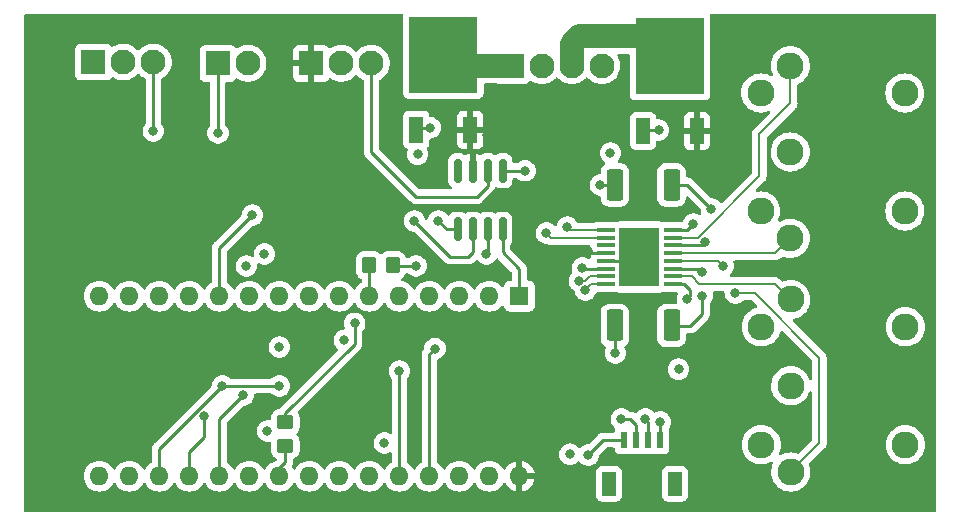
<source format=gbr>
%TF.GenerationSoftware,KiCad,Pcbnew,6.0.11-2627ca5db0~126~ubuntu22.04.1*%
%TF.CreationDate,2023-02-15T01:04:19-05:00*%
%TF.ProjectId,lin-valve-control,6c696e2d-7661-46c7-9665-2d636f6e7472,1.0*%
%TF.SameCoordinates,Original*%
%TF.FileFunction,Copper,L1,Top*%
%TF.FilePolarity,Positive*%
%FSLAX46Y46*%
G04 Gerber Fmt 4.6, Leading zero omitted, Abs format (unit mm)*
G04 Created by KiCad (PCBNEW 6.0.11-2627ca5db0~126~ubuntu22.04.1) date 2023-02-15 01:04:19*
%MOMM*%
%LPD*%
G01*
G04 APERTURE LIST*
G04 Aperture macros list*
%AMRoundRect*
0 Rectangle with rounded corners*
0 $1 Rounding radius*
0 $2 $3 $4 $5 $6 $7 $8 $9 X,Y pos of 4 corners*
0 Add a 4 corners polygon primitive as box body*
4,1,4,$2,$3,$4,$5,$6,$7,$8,$9,$2,$3,0*
0 Add four circle primitives for the rounded corners*
1,1,$1+$1,$2,$3*
1,1,$1+$1,$4,$5*
1,1,$1+$1,$6,$7*
1,1,$1+$1,$8,$9*
0 Add four rect primitives between the rounded corners*
20,1,$1+$1,$2,$3,$4,$5,0*
20,1,$1+$1,$4,$5,$6,$7,0*
20,1,$1+$1,$6,$7,$8,$9,0*
20,1,$1+$1,$8,$9,$2,$3,0*%
G04 Aperture macros list end*
%TA.AperFunction,SMDPad,CuDef*%
%ADD10RoundRect,0.250000X-0.350000X-0.450000X0.350000X-0.450000X0.350000X0.450000X-0.350000X0.450000X0*%
%TD*%
%TA.AperFunction,SMDPad,CuDef*%
%ADD11RoundRect,0.250000X0.450000X-0.350000X0.450000X0.350000X-0.450000X0.350000X-0.450000X-0.350000X0*%
%TD*%
%TA.AperFunction,SMDPad,CuDef*%
%ADD12R,1.200000X2.200000*%
%TD*%
%TA.AperFunction,SMDPad,CuDef*%
%ADD13R,5.800000X6.400000*%
%TD*%
%TA.AperFunction,ComponentPad*%
%ADD14R,2.100000X2.100000*%
%TD*%
%TA.AperFunction,ComponentPad*%
%ADD15C,2.100000*%
%TD*%
%TA.AperFunction,ComponentPad*%
%ADD16C,2.286000*%
%TD*%
%TA.AperFunction,SMDPad,CuDef*%
%ADD17RoundRect,0.100000X0.687500X0.100000X-0.687500X0.100000X-0.687500X-0.100000X0.687500X-0.100000X0*%
%TD*%
%TA.AperFunction,ComponentPad*%
%ADD18C,0.500000*%
%TD*%
%TA.AperFunction,SMDPad,CuDef*%
%ADD19R,3.400000X5.000000*%
%TD*%
%TA.AperFunction,SMDPad,CuDef*%
%ADD20RoundRect,0.249999X0.450001X1.075001X-0.450001X1.075001X-0.450001X-1.075001X0.450001X-1.075001X0*%
%TD*%
%TA.AperFunction,SMDPad,CuDef*%
%ADD21RoundRect,0.150000X0.150000X-0.825000X0.150000X0.825000X-0.150000X0.825000X-0.150000X-0.825000X0*%
%TD*%
%TA.AperFunction,SMDPad,CuDef*%
%ADD22R,0.599440X1.348740*%
%TD*%
%TA.AperFunction,SMDPad,CuDef*%
%ADD23R,1.198880X1.998980*%
%TD*%
%TA.AperFunction,ComponentPad*%
%ADD24R,1.600000X1.600000*%
%TD*%
%TA.AperFunction,ComponentPad*%
%ADD25O,1.600000X1.600000*%
%TD*%
%TA.AperFunction,ViaPad*%
%ADD26C,0.800000*%
%TD*%
%TA.AperFunction,Conductor*%
%ADD27C,0.250000*%
%TD*%
%TA.AperFunction,Conductor*%
%ADD28C,0.200000*%
%TD*%
%TA.AperFunction,Conductor*%
%ADD29C,2.000000*%
%TD*%
G04 APERTURE END LIST*
D10*
%TO.P,R15,1*%
%TO.N,FAN_PWM*%
X182100000Y-80200000D03*
%TO.P,R15,2*%
%TO.N,Net-(Q4-Pad1)*%
X184100000Y-80200000D03*
%TD*%
D11*
%TO.P,R14,1*%
%TO.N,PUMP_EN*%
X175000000Y-95500000D03*
%TO.P,R14,2*%
%TO.N,Net-(Q3-Pad1)*%
X175000000Y-93500000D03*
%TD*%
D12*
%TO.P,Q6,1,G*%
%TO.N,Net-(Q4-Pad3)*%
X205295000Y-68825000D03*
D13*
%TO.P,Q6,2,D*%
%TO.N,COOLING_FAN*%
X207575000Y-62525000D03*
D12*
%TO.P,Q6,3,S*%
%TO.N,+12V*%
X209855000Y-68825000D03*
%TD*%
%TO.P,Q5,1,G*%
%TO.N,Net-(Q3-Pad3)*%
X186095000Y-68725000D03*
D13*
%TO.P,Q5,2,D*%
%TO.N,COOLANT_PUMP*%
X188375000Y-62425000D03*
D12*
%TO.P,Q5,3,S*%
%TO.N,+12V*%
X190655000Y-68725000D03*
%TD*%
D14*
%TO.P,J1,1,Pin_1*%
%TO.N,COOLANT_PUMP*%
X194185000Y-63300000D03*
D15*
%TO.P,J1,2,Pin_2*%
%TO.N,GND*%
X196725000Y-63300000D03*
%TO.P,J1,3,Pin_3*%
%TO.N,COOLING_FAN*%
X199265000Y-63300000D03*
%TO.P,J1,4,Pin_4*%
%TO.N,GND*%
X201805000Y-63300000D03*
%TD*%
D14*
%TO.P,J2,1,Pin_1*%
%TO.N,COOLANT_NTC*%
X169300000Y-63100000D03*
D15*
%TO.P,J2,2,Pin_2*%
%TO.N,GND*%
X171840000Y-63100000D03*
%TD*%
D16*
%TO.P,J7,1,1*%
%TO.N,VALVE1+*%
X217800000Y-83100080D03*
%TO.P,J7,2,2*%
%TO.N,GND*%
X217800000Y-90400040D03*
%TO.P,J7,3,3*%
%TO.N,VALVE1-*%
X217800000Y-97700000D03*
%TO.P,J7,4,4*%
%TO.N,VALVE1_OPEN*%
X215300640Y-85401320D03*
%TO.P,J7,5,5*%
%TO.N,VALVE1_CLOSED*%
X215300640Y-95398760D03*
%TO.P,J7,6*%
%TO.N,N/C*%
X227500260Y-95398760D03*
%TO.P,J7,7*%
X227500260Y-85401320D03*
%TD*%
D17*
%TO.P,U2,1,nSLEEP*%
%TO.N,MOTOR_EN*%
X207840500Y-81777000D03*
%TO.P,U2,2,AOUT1*%
%TO.N,VALVE1+*%
X207840500Y-81127000D03*
%TO.P,U2,3,AISEN*%
%TO.N,Net-(R5-Pad1)*%
X207840500Y-80477000D03*
%TO.P,U2,4,AOUT2*%
%TO.N,VALVE1-*%
X207840500Y-79827000D03*
%TO.P,U2,5,BOUT2*%
%TO.N,VALVE2-*%
X207840500Y-79177000D03*
%TO.P,U2,6,BISEN*%
%TO.N,Net-(R8-Pad1)*%
X207840500Y-78527000D03*
%TO.P,U2,7,BOUT1*%
%TO.N,VALVE2+*%
X207840500Y-77877000D03*
%TO.P,U2,8,nFAULT*%
%TO.N,~{MOTOR_FAULT}*%
X207840500Y-77227000D03*
%TO.P,U2,9,BIN1*%
%TO.N,VALVE_IN2+*%
X202115500Y-77227000D03*
%TO.P,U2,10,BIN2*%
%TO.N,VALVE_IN2-*%
X202115500Y-77877000D03*
%TO.P,U2,11,VCP*%
%TO.N,unconnected-(U2-Pad11)*%
X202115500Y-78527000D03*
%TO.P,U2,12,VM*%
%TO.N,+12V*%
X202115500Y-79177000D03*
%TO.P,U2,13,GND*%
%TO.N,GND*%
X202115500Y-79827000D03*
%TO.P,U2,14,VINT*%
%TO.N,Net-(C3-Pad1)*%
X202115500Y-80477000D03*
%TO.P,U2,15,AIN2*%
%TO.N,VALVE_IN1-*%
X202115500Y-81127000D03*
%TO.P,U2,16,AIN1*%
%TO.N,VALVE_IN1+*%
X202115500Y-81777000D03*
D18*
%TO.P,U2,17,GND(PPAD)*%
%TO.N,GND*%
X205728000Y-78002000D03*
X205728000Y-79502000D03*
X205728000Y-81002000D03*
D19*
X204978000Y-79502000D03*
D18*
X204228000Y-79502000D03*
X204228000Y-78002000D03*
X204228000Y-81002000D03*
%TD*%
D20*
%TO.P,R8,1*%
%TO.N,Net-(R8-Pad1)*%
X207700000Y-73400000D03*
%TO.P,R8,2*%
%TO.N,GND*%
X202900000Y-73400000D03*
%TD*%
D14*
%TO.P,J5,1,Pin_1*%
%TO.N,+5V*%
X158750000Y-62992000D03*
D15*
%TO.P,J5,2,Pin_2*%
%TO.N,GND*%
X161290000Y-62992000D03*
%TO.P,J5,3,Pin_3*%
%TO.N,FLOW_PULSE*%
X163830000Y-62992000D03*
%TD*%
D21*
%TO.P,U3,1,RXD*%
%TO.N,RXD*%
X189611000Y-77151000D03*
%TO.P,U3,2,~{SLP}*%
%TO.N,~{LIN_SLP}*%
X190881000Y-77151000D03*
%TO.P,U3,3,~{WAKE}*%
%TO.N,~{LIN_WAKE}*%
X192151000Y-77151000D03*
%TO.P,U3,4,TXD*%
%TO.N,TXD*%
X193421000Y-77151000D03*
%TO.P,U3,5,GND*%
%TO.N,GND*%
X193421000Y-72201000D03*
%TO.P,U3,6,LIN*%
%TO.N,LIN*%
X192151000Y-72201000D03*
%TO.P,U3,7,VBAT*%
%TO.N,+12V*%
X190881000Y-72201000D03*
%TO.P,U3,8,INH*%
%TO.N,unconnected-(U3-Pad8)*%
X189611000Y-72201000D03*
%TD*%
D14*
%TO.P,J4,1,Pin_1*%
%TO.N,+12V*%
X177200000Y-63100000D03*
D15*
%TO.P,J4,2,Pin_2*%
%TO.N,GND*%
X179740000Y-63100000D03*
%TO.P,J4,3,Pin_3*%
%TO.N,LIN*%
X182280000Y-63100000D03*
%TD*%
D22*
%TO.P,J3,1,GND*%
%TO.N,GND*%
X203700480Y-95027160D03*
%TO.P,J3,2,VCC*%
%TO.N,+3V3*%
X204701240Y-95027160D03*
%TO.P,J3,3,SDA*%
%TO.N,SDA3V*%
X205696920Y-95027160D03*
%TO.P,J3,4,SCL*%
%TO.N,SCL3V*%
X206697680Y-95027160D03*
D23*
%TO.P,J3,NC1*%
%TO.N,N/C*%
X207998160Y-98700000D03*
%TO.P,J3,NC2*%
X202400000Y-98700000D03*
%TD*%
D20*
%TO.P,R5,1*%
%TO.N,Net-(R5-Pad1)*%
X207700000Y-85300000D03*
%TO.P,R5,2*%
%TO.N,GND*%
X202900000Y-85300000D03*
%TD*%
D16*
%TO.P,J6,1,1*%
%TO.N,VALVE2+*%
X217759280Y-63312040D03*
%TO.P,J6,2,2*%
%TO.N,GND*%
X217759280Y-70612000D03*
%TO.P,J6,3,3*%
%TO.N,VALVE2-*%
X217759280Y-77911960D03*
%TO.P,J6,4,4*%
%TO.N,VALVE2_OPEN*%
X215259920Y-65613280D03*
%TO.P,J6,5,5*%
%TO.N,VALVE2_CLOSED*%
X215259920Y-75610720D03*
%TO.P,J6,6*%
%TO.N,N/C*%
X227459540Y-75610720D03*
%TO.P,J6,7*%
X227459540Y-65613280D03*
%TD*%
D24*
%TO.P,U1,1,D1/TX*%
%TO.N,TXD*%
X194818000Y-82814000D03*
D25*
%TO.P,U1,2,D0/RX*%
%TO.N,RXD*%
X192278000Y-82814000D03*
%TO.P,U1,3,~{RESET}*%
%TO.N,unconnected-(U1-Pad3)*%
X189738000Y-82814000D03*
%TO.P,U1,4,GND*%
%TO.N,GND*%
X187198000Y-82814000D03*
%TO.P,U1,5,D2*%
%TO.N,FLOW_PULSE*%
X184658000Y-82814000D03*
%TO.P,U1,6,D3*%
%TO.N,FAN_PWM*%
X182118000Y-82814000D03*
%TO.P,U1,7,D4*%
%TO.N,VALVE_IN1+*%
X179578000Y-82814000D03*
%TO.P,U1,8,D5*%
%TO.N,VALVE_IN1-*%
X177038000Y-82814000D03*
%TO.P,U1,9,D6*%
%TO.N,VALVE1_CLOSED*%
X174498000Y-82814000D03*
%TO.P,U1,10,D7*%
%TO.N,VALVE1_OPEN*%
X171958000Y-82814000D03*
%TO.P,U1,11,D8*%
%TO.N,~{LIN_SLP}*%
X169418000Y-82814000D03*
%TO.P,U1,12,D9*%
%TO.N,VALVE_IN2+*%
X166878000Y-82814000D03*
%TO.P,U1,13,D10*%
%TO.N,VALVE_IN2-*%
X164338000Y-82814000D03*
%TO.P,U1,14,D11*%
%TO.N,VALVE2_CLOSED*%
X161798000Y-82814000D03*
%TO.P,U1,15,D12*%
%TO.N,VALVE2_OPEN*%
X159258000Y-82814000D03*
%TO.P,U1,16,D13*%
%TO.N,unconnected-(U1-Pad16)*%
X159258000Y-98054000D03*
%TO.P,U1,17,3V3*%
%TO.N,+3V3*%
X161798000Y-98054000D03*
%TO.P,U1,18,AREF*%
%TO.N,+5V*%
X164338000Y-98054000D03*
%TO.P,U1,19,A0*%
%TO.N,MOTOR_EN*%
X166878000Y-98054000D03*
%TO.P,U1,20,A1*%
%TO.N,~{LIN_WAKE}*%
X169418000Y-98054000D03*
%TO.P,U1,21,A2*%
%TO.N,~{MOTOR_FAULT}*%
X171958000Y-98054000D03*
%TO.P,U1,22,A3*%
%TO.N,PUMP_EN*%
X174498000Y-98054000D03*
%TO.P,U1,23,A4*%
%TO.N,SDA5V*%
X177038000Y-98054000D03*
%TO.P,U1,24,A5*%
%TO.N,SCL5V*%
X179578000Y-98054000D03*
%TO.P,U1,25,A6*%
%TO.N,unconnected-(U1-Pad25)*%
X182118000Y-98054000D03*
%TO.P,U1,26,A7*%
%TO.N,COOLANT_NTC*%
X184658000Y-98054000D03*
%TO.P,U1,27,+5V*%
%TO.N,+5V*%
X187198000Y-98054000D03*
%TO.P,U1,28,~{RESET}*%
%TO.N,unconnected-(U1-Pad28)*%
X189738000Y-98054000D03*
%TO.P,U1,29,GND*%
%TO.N,GND*%
X192278000Y-98054000D03*
%TO.P,U1,30,VIN*%
%TO.N,+12V*%
X194818000Y-98054000D03*
%TD*%
D26*
%TO.N,GND*%
X201676000Y-73406000D03*
X202946000Y-87630000D03*
X200660000Y-96266000D03*
X195300000Y-72200000D03*
%TO.N,+5V*%
X174498000Y-90424000D03*
X169672000Y-90424000D03*
X187674000Y-87251500D03*
%TO.N,Net-(C3-Pad1)*%
X200152000Y-80427500D03*
%TO.N,RXD*%
X187960000Y-76454000D03*
%TO.N,~{LIN_SLP}*%
X172212000Y-75946000D03*
X185928000Y-76454000D03*
%TO.N,~{LIN_WAKE}*%
X171450000Y-91186000D03*
X192024000Y-79248000D03*
X173228000Y-79248000D03*
%TO.N,VALVE_IN1+*%
X179998000Y-86552000D03*
X200406000Y-82296000D03*
%TO.N,VALVE_IN1-*%
X199898000Y-81534000D03*
%TO.N,VALVE1_CLOSED*%
X174498000Y-87122000D03*
%TO.N,VALVE_IN2+*%
X198882000Y-76962000D03*
%TO.N,VALVE_IN2-*%
X197104000Y-77470000D03*
%TO.N,FLOW_PULSE*%
X163830000Y-68834000D03*
X171704000Y-80264000D03*
%TO.N,~{MOTOR_FAULT}*%
X199100000Y-96200000D03*
X208300000Y-89000000D03*
X209550000Y-76708000D03*
%TO.N,MOTOR_EN*%
X168152299Y-92968299D03*
X209042000Y-83058000D03*
%TO.N,COOLANT_NTC*%
X184658000Y-89154000D03*
X169300000Y-69000000D03*
%TO.N,+12V*%
X210075000Y-66725000D03*
X190775000Y-66800000D03*
X197450000Y-69350000D03*
X200660000Y-78994000D03*
X192050000Y-69150000D03*
%TO.N,VALVE1-*%
X213106000Y-82550000D03*
X212090000Y-80264000D03*
%TO.N,Net-(Q3-Pad3)*%
X187250000Y-68550000D03*
%TO.N,Net-(Q3-Pad1)*%
X180875000Y-85125000D03*
X186200000Y-70800000D03*
%TO.N,+3V3*%
X203454000Y-93218000D03*
%TO.N,SDA3V*%
X173482000Y-94234000D03*
X205486000Y-93218000D03*
%TO.N,SCL3V*%
X206756000Y-93472000D03*
X183388000Y-95250000D03*
%TO.N,Net-(Q4-Pad3)*%
X206600000Y-68750000D03*
%TO.N,Net-(R5-Pad1)*%
X210312000Y-82804000D03*
X210312000Y-80772000D03*
%TO.N,Net-(Q4-Pad1)*%
X202525000Y-70700000D03*
X186075000Y-80250000D03*
%TO.N,Net-(R8-Pad1)*%
X210566000Y-78232000D03*
X211074000Y-75438000D03*
%TD*%
D27*
%TO.N,Net-(Q3-Pad1)*%
X175000000Y-92750000D02*
X180875000Y-86875000D01*
X180875000Y-85125000D02*
X180875000Y-86875000D01*
X175000000Y-93500000D02*
X175000000Y-92750000D01*
%TO.N,PUMP_EN*%
X174498000Y-97402000D02*
X175000000Y-96900000D01*
X174498000Y-98054000D02*
X174498000Y-97402000D01*
X175000000Y-96900000D02*
X175000000Y-95500000D01*
%TO.N,GND*%
X203903000Y-79827000D02*
X204228000Y-79502000D01*
X202115500Y-79827000D02*
X203903000Y-79827000D01*
X203723240Y-94996000D02*
X201930000Y-94996000D01*
X201930000Y-94996000D02*
X200660000Y-96266000D01*
X202972000Y-73406000D02*
X201676000Y-73406000D01*
X202946000Y-85344000D02*
X202946000Y-87630000D01*
X201422000Y-73406000D02*
X201676000Y-73406000D01*
X195300000Y-72200000D02*
X193422000Y-72200000D01*
X193422000Y-72200000D02*
X193421000Y-72201000D01*
%TO.N,+5V*%
X174498000Y-90424000D02*
X169672000Y-90424000D01*
X187198000Y-87727500D02*
X187674000Y-87251500D01*
X164338000Y-95758000D02*
X169672000Y-90424000D01*
X187198000Y-98054000D02*
X187198000Y-87727500D01*
X164338000Y-95758000D02*
X164338000Y-98054000D01*
%TO.N,Net-(C3-Pad1)*%
X202115500Y-80477000D02*
X200201500Y-80477000D01*
X200201500Y-80477000D02*
X200152000Y-80427500D01*
%TO.N,LIN*%
X186100000Y-74400000D02*
X182280000Y-70580000D01*
X182280000Y-70580000D02*
X182280000Y-63100000D01*
X191200000Y-74400000D02*
X186100000Y-74400000D01*
X192151000Y-72201000D02*
X192151000Y-73449000D01*
X192151000Y-73449000D02*
X191200000Y-74400000D01*
%TO.N,TXD*%
X194818000Y-80518000D02*
X194818000Y-82814000D01*
X193421000Y-79121000D02*
X194818000Y-80518000D01*
X193421000Y-77151000D02*
X193421000Y-79121000D01*
%TO.N,RXD*%
X188657000Y-77151000D02*
X187960000Y-76454000D01*
X189611000Y-77151000D02*
X188657000Y-77151000D01*
%TO.N,~{LIN_SLP}*%
X185928000Y-76454000D02*
X188976000Y-79502000D01*
X190881000Y-79121000D02*
X190881000Y-77151000D01*
X169418000Y-78740000D02*
X172212000Y-75946000D01*
X190500000Y-79502000D02*
X190881000Y-79121000D01*
X188976000Y-79502000D02*
X190500000Y-79502000D01*
X169418000Y-82814000D02*
X169418000Y-78740000D01*
%TO.N,~{LIN_WAKE}*%
X192024000Y-79248000D02*
X192151000Y-79121000D01*
X192151000Y-79121000D02*
X192151000Y-77151000D01*
X169418000Y-93218000D02*
X171450000Y-91186000D01*
X169418000Y-98054000D02*
X169418000Y-98044000D01*
X169418000Y-98044000D02*
X169418000Y-93218000D01*
D28*
%TO.N,VALVE_IN1+*%
X200925000Y-81777000D02*
X200406000Y-82296000D01*
X202115500Y-81777000D02*
X200925000Y-81777000D01*
%TO.N,VALVE_IN1-*%
X200406000Y-81534000D02*
X199898000Y-81534000D01*
X200813000Y-81127000D02*
X200406000Y-81534000D01*
X202115500Y-81127000D02*
X200813000Y-81127000D01*
%TO.N,VALVE_IN2+*%
X199147000Y-77227000D02*
X202115500Y-77227000D01*
X198882000Y-76962000D02*
X199147000Y-77227000D01*
%TO.N,VALVE_IN2-*%
X197104000Y-77470000D02*
X197511000Y-77877000D01*
X197511000Y-77877000D02*
X202115500Y-77877000D01*
D27*
%TO.N,FLOW_PULSE*%
X163830000Y-62992000D02*
X163830000Y-68834000D01*
%TO.N,~{MOTOR_FAULT}*%
X207840500Y-77227000D02*
X209031000Y-77227000D01*
X209031000Y-77227000D02*
X209550000Y-76708000D01*
%TO.N,MOTOR_EN*%
X168152299Y-94737701D02*
X166878000Y-96012000D01*
X207840500Y-81777000D02*
X208777000Y-81777000D01*
X209296000Y-82296000D02*
X209296000Y-82804000D01*
X208777000Y-81777000D02*
X209296000Y-82296000D01*
X166878000Y-96012000D02*
X166878000Y-98054000D01*
X168152299Y-92968299D02*
X168152299Y-94737701D01*
X209296000Y-82804000D02*
X209042000Y-83058000D01*
%TO.N,COOLANT_NTC*%
X169300000Y-69000000D02*
X169300000Y-63100000D01*
X184658000Y-89154000D02*
X184658000Y-98054000D01*
%TO.N,+12V*%
X200843000Y-79177000D02*
X200660000Y-78994000D01*
X202115500Y-79177000D02*
X200843000Y-79177000D01*
D28*
%TO.N,VALVE2+*%
X207840500Y-77877000D02*
X209905000Y-77877000D01*
X209905000Y-77877000D02*
X215138000Y-72644000D01*
X215138000Y-69088000D02*
X217759280Y-66466720D01*
X215138000Y-72644000D02*
X215138000Y-69088000D01*
X217759280Y-66466720D02*
X217759280Y-63312040D01*
%TO.N,VALVE2-*%
X216494240Y-79177000D02*
X217759280Y-77911960D01*
X207840500Y-79177000D02*
X216494240Y-79177000D01*
%TO.N,VALVE1+*%
X207840500Y-81127000D02*
X209397000Y-81127000D01*
X209397000Y-81127000D02*
X210058000Y-81788000D01*
X210058000Y-81788000D02*
X216423240Y-81788000D01*
X216423240Y-81788000D02*
X217759280Y-83124040D01*
%TO.N,VALVE1-*%
X213106000Y-82550000D02*
X214747494Y-82550000D01*
X220218000Y-88020506D02*
X220218000Y-95265240D01*
X220218000Y-95265240D02*
X217759280Y-97723960D01*
X211653000Y-79827000D02*
X207840500Y-79827000D01*
X212090000Y-80264000D02*
X211653000Y-79827000D01*
X214747494Y-82550000D02*
X220218000Y-88020506D01*
D27*
%TO.N,Net-(Q3-Pad3)*%
X186370000Y-68550000D02*
X186095000Y-68825000D01*
X187250000Y-68550000D02*
X186370000Y-68550000D01*
%TO.N,+3V3*%
X204724000Y-94996000D02*
X204724000Y-93726000D01*
X204724000Y-93726000D02*
X204216000Y-93218000D01*
X204216000Y-93218000D02*
X203454000Y-93218000D01*
%TO.N,SDA3V*%
X205486000Y-93218000D02*
X205719680Y-93451680D01*
X205719680Y-93451680D02*
X205719680Y-94996000D01*
%TO.N,SCL3V*%
X206756000Y-93472000D02*
X206756000Y-94960440D01*
X206756000Y-94960440D02*
X206720440Y-94996000D01*
D29*
%TO.N,COOLANT_PUMP*%
X194185000Y-63300000D02*
X189150000Y-63300000D01*
X189150000Y-63300000D02*
X188375000Y-62525000D01*
%TO.N,COOLING_FAN*%
X199900000Y-60800000D02*
X205900000Y-60800000D01*
X199265000Y-63300000D02*
X199265000Y-61435000D01*
X199265000Y-61435000D02*
X199900000Y-60800000D01*
X205900000Y-60800000D02*
X207625000Y-62525000D01*
D27*
%TO.N,Net-(Q4-Pad3)*%
X205420000Y-68750000D02*
X205345000Y-68825000D01*
X206600000Y-68750000D02*
X205420000Y-68750000D01*
%TO.N,Net-(R5-Pad1)*%
X207840500Y-80477000D02*
X210017000Y-80477000D01*
X210312000Y-84328000D02*
X210312000Y-82804000D01*
X210017000Y-80477000D02*
X210312000Y-80772000D01*
X209296000Y-85344000D02*
X210312000Y-84328000D01*
X207746000Y-85344000D02*
X209296000Y-85344000D01*
%TO.N,Net-(Q4-Pad1)*%
X184250000Y-80250000D02*
X186075000Y-80250000D01*
%TO.N,Net-(R8-Pad1)*%
X210271000Y-78527000D02*
X210566000Y-78232000D01*
X209042000Y-73406000D02*
X207772000Y-73406000D01*
X211074000Y-75438000D02*
X209042000Y-73406000D01*
X207840500Y-78527000D02*
X210271000Y-78527000D01*
%TO.N,FAN_PWM*%
X182118000Y-80382000D02*
X182250000Y-80250000D01*
X182118000Y-82814000D02*
X182118000Y-80382000D01*
%TD*%
%TA.AperFunction,Conductor*%
%TO.N,+12V*%
G36*
X184929375Y-58948502D02*
G01*
X184975868Y-59002158D01*
X184985972Y-59072432D01*
X184979236Y-59098729D01*
X184973255Y-59114684D01*
X184966500Y-59176866D01*
X184966500Y-65673134D01*
X184973255Y-65735316D01*
X185024385Y-65871705D01*
X185111739Y-65988261D01*
X185228295Y-66075615D01*
X185364684Y-66126745D01*
X185426866Y-66133500D01*
X191323134Y-66133500D01*
X191385316Y-66126745D01*
X191521705Y-66075615D01*
X191638261Y-65988261D01*
X191725615Y-65871705D01*
X191776745Y-65735316D01*
X191783500Y-65673134D01*
X191783500Y-64934500D01*
X191803502Y-64866379D01*
X191857158Y-64819886D01*
X191909500Y-64808500D01*
X192886487Y-64808500D01*
X192930716Y-64816518D01*
X193017289Y-64848973D01*
X193017291Y-64848973D01*
X193024684Y-64851745D01*
X193032532Y-64852598D01*
X193032534Y-64852598D01*
X193072809Y-64856973D01*
X193086866Y-64858500D01*
X195283134Y-64858500D01*
X195345316Y-64851745D01*
X195481705Y-64800615D01*
X195598261Y-64713261D01*
X195671128Y-64616035D01*
X195727988Y-64573521D01*
X195798806Y-64568496D01*
X195837788Y-64584168D01*
X195842091Y-64586805D01*
X196015268Y-64692927D01*
X196136364Y-64743087D01*
X196237335Y-64784911D01*
X196237337Y-64784912D01*
X196241908Y-64786805D01*
X196276997Y-64795229D01*
X196475630Y-64842917D01*
X196475636Y-64842918D01*
X196480443Y-64844072D01*
X196725000Y-64863319D01*
X196969557Y-64844072D01*
X196974364Y-64842918D01*
X196974370Y-64842917D01*
X197173003Y-64795229D01*
X197208092Y-64786805D01*
X197212663Y-64784912D01*
X197212665Y-64784911D01*
X197313636Y-64743087D01*
X197434732Y-64692927D01*
X197607909Y-64586805D01*
X197639670Y-64567342D01*
X197639673Y-64567340D01*
X197643896Y-64564752D01*
X197677022Y-64536460D01*
X197826677Y-64408641D01*
X197830433Y-64405433D01*
X197836712Y-64398081D01*
X197899189Y-64324931D01*
X197958640Y-64286122D01*
X198029635Y-64285616D01*
X198090811Y-64324931D01*
X198153288Y-64398081D01*
X198159567Y-64405433D01*
X198163323Y-64408641D01*
X198312979Y-64536460D01*
X198346104Y-64564752D01*
X198350327Y-64567340D01*
X198350330Y-64567342D01*
X198382091Y-64586805D01*
X198555268Y-64692927D01*
X198676364Y-64743087D01*
X198777335Y-64784911D01*
X198777337Y-64784912D01*
X198781908Y-64786805D01*
X198816997Y-64795229D01*
X199015630Y-64842917D01*
X199015636Y-64842918D01*
X199020443Y-64844072D01*
X199265000Y-64863319D01*
X199509557Y-64844072D01*
X199514364Y-64842918D01*
X199514370Y-64842917D01*
X199713003Y-64795229D01*
X199748092Y-64786805D01*
X199752663Y-64784912D01*
X199752665Y-64784911D01*
X199853636Y-64743087D01*
X199974732Y-64692927D01*
X200147909Y-64586805D01*
X200179670Y-64567342D01*
X200179673Y-64567340D01*
X200183896Y-64564752D01*
X200217022Y-64536460D01*
X200366677Y-64408641D01*
X200370433Y-64405433D01*
X200376712Y-64398081D01*
X200439189Y-64324931D01*
X200498640Y-64286122D01*
X200569635Y-64285616D01*
X200630811Y-64324931D01*
X200693288Y-64398081D01*
X200699567Y-64405433D01*
X200703323Y-64408641D01*
X200852979Y-64536460D01*
X200886104Y-64564752D01*
X200890327Y-64567340D01*
X200890330Y-64567342D01*
X200922091Y-64586805D01*
X201095268Y-64692927D01*
X201216364Y-64743087D01*
X201317335Y-64784911D01*
X201317337Y-64784912D01*
X201321908Y-64786805D01*
X201356997Y-64795229D01*
X201555630Y-64842917D01*
X201555636Y-64842918D01*
X201560443Y-64844072D01*
X201805000Y-64863319D01*
X202049557Y-64844072D01*
X202054364Y-64842918D01*
X202054370Y-64842917D01*
X202253003Y-64795229D01*
X202288092Y-64786805D01*
X202292663Y-64784912D01*
X202292665Y-64784911D01*
X202393636Y-64743087D01*
X202514732Y-64692927D01*
X202687909Y-64586805D01*
X202719670Y-64567342D01*
X202719673Y-64567340D01*
X202723896Y-64564752D01*
X202757022Y-64536460D01*
X202906677Y-64408641D01*
X202910433Y-64405433D01*
X202916712Y-64398081D01*
X203066535Y-64222663D01*
X203066537Y-64222660D01*
X203069752Y-64218896D01*
X203076037Y-64208641D01*
X203115366Y-64144460D01*
X203197927Y-64009732D01*
X203291805Y-63783092D01*
X203349072Y-63544557D01*
X203368319Y-63300000D01*
X203349072Y-63055443D01*
X203335025Y-62996930D01*
X203292960Y-62821720D01*
X203291805Y-62816908D01*
X203286845Y-62804932D01*
X203210955Y-62621720D01*
X203197927Y-62590268D01*
X203142816Y-62500334D01*
X203124278Y-62431801D01*
X203145735Y-62364124D01*
X203200374Y-62318791D01*
X203250249Y-62308500D01*
X204040500Y-62308500D01*
X204108621Y-62328502D01*
X204155114Y-62382158D01*
X204166500Y-62434500D01*
X204166500Y-65773134D01*
X204173255Y-65835316D01*
X204224385Y-65971705D01*
X204311739Y-66088261D01*
X204428295Y-66175615D01*
X204564684Y-66226745D01*
X204626866Y-66233500D01*
X210523134Y-66233500D01*
X210585316Y-66226745D01*
X210721705Y-66175615D01*
X210838261Y-66088261D01*
X210925615Y-65971705D01*
X210976745Y-65835316D01*
X210983500Y-65773134D01*
X210983500Y-59276866D01*
X210976745Y-59214684D01*
X210973973Y-59207288D01*
X210973971Y-59207282D01*
X210933276Y-59098729D01*
X210928093Y-59027922D01*
X210962014Y-58965553D01*
X211024270Y-58931424D01*
X211051258Y-58928500D01*
X229997500Y-58928500D01*
X230065621Y-58948502D01*
X230112114Y-59002158D01*
X230123500Y-59054500D01*
X230123500Y-100965500D01*
X230103498Y-101033621D01*
X230049842Y-101080114D01*
X229997500Y-101091500D01*
X153034500Y-101091500D01*
X152966379Y-101071498D01*
X152919886Y-101017842D01*
X152908500Y-100965500D01*
X152908500Y-99747624D01*
X201292060Y-99747624D01*
X201298815Y-99809806D01*
X201349945Y-99946195D01*
X201437299Y-100062751D01*
X201553855Y-100150105D01*
X201690244Y-100201235D01*
X201752426Y-100207990D01*
X203047574Y-100207990D01*
X203109756Y-100201235D01*
X203246145Y-100150105D01*
X203362701Y-100062751D01*
X203450055Y-99946195D01*
X203501185Y-99809806D01*
X203507940Y-99747624D01*
X206890220Y-99747624D01*
X206896975Y-99809806D01*
X206948105Y-99946195D01*
X207035459Y-100062751D01*
X207152015Y-100150105D01*
X207288404Y-100201235D01*
X207350586Y-100207990D01*
X208645734Y-100207990D01*
X208707916Y-100201235D01*
X208844305Y-100150105D01*
X208960861Y-100062751D01*
X209048215Y-99946195D01*
X209099345Y-99809806D01*
X209106100Y-99747624D01*
X209106100Y-97652376D01*
X209099345Y-97590194D01*
X209048215Y-97453805D01*
X208960861Y-97337249D01*
X208844305Y-97249895D01*
X208707916Y-97198765D01*
X208645734Y-97192010D01*
X207350586Y-97192010D01*
X207288404Y-97198765D01*
X207152015Y-97249895D01*
X207035459Y-97337249D01*
X206948105Y-97453805D01*
X206896975Y-97590194D01*
X206890220Y-97652376D01*
X206890220Y-99747624D01*
X203507940Y-99747624D01*
X203507940Y-97652376D01*
X203501185Y-97590194D01*
X203450055Y-97453805D01*
X203362701Y-97337249D01*
X203246145Y-97249895D01*
X203109756Y-97198765D01*
X203047574Y-97192010D01*
X201752426Y-97192010D01*
X201690244Y-97198765D01*
X201553855Y-97249895D01*
X201437299Y-97337249D01*
X201349945Y-97453805D01*
X201298815Y-97590194D01*
X201292060Y-97652376D01*
X201292060Y-99747624D01*
X152908500Y-99747624D01*
X152908500Y-98054000D01*
X157944502Y-98054000D01*
X157964457Y-98282087D01*
X157965881Y-98287400D01*
X157965881Y-98287402D01*
X157975031Y-98321548D01*
X158023716Y-98503243D01*
X158026039Y-98508224D01*
X158026039Y-98508225D01*
X158118151Y-98705762D01*
X158118154Y-98705767D01*
X158120477Y-98710749D01*
X158123634Y-98715257D01*
X158235215Y-98874611D01*
X158251802Y-98898300D01*
X158413700Y-99060198D01*
X158418208Y-99063355D01*
X158418211Y-99063357D01*
X158496389Y-99118098D01*
X158601251Y-99191523D01*
X158606233Y-99193846D01*
X158606238Y-99193849D01*
X158781399Y-99275527D01*
X158808757Y-99288284D01*
X158814065Y-99289706D01*
X158814067Y-99289707D01*
X159024598Y-99346119D01*
X159024600Y-99346119D01*
X159029913Y-99347543D01*
X159258000Y-99367498D01*
X159486087Y-99347543D01*
X159491400Y-99346119D01*
X159491402Y-99346119D01*
X159701933Y-99289707D01*
X159701935Y-99289706D01*
X159707243Y-99288284D01*
X159734601Y-99275527D01*
X159909762Y-99193849D01*
X159909767Y-99193846D01*
X159914749Y-99191523D01*
X160019611Y-99118098D01*
X160097789Y-99063357D01*
X160097792Y-99063355D01*
X160102300Y-99060198D01*
X160264198Y-98898300D01*
X160280786Y-98874611D01*
X160392366Y-98715257D01*
X160395523Y-98710749D01*
X160397846Y-98705767D01*
X160397849Y-98705762D01*
X160413805Y-98671543D01*
X160460722Y-98618258D01*
X160528999Y-98598797D01*
X160596959Y-98619339D01*
X160642195Y-98671543D01*
X160658151Y-98705762D01*
X160658154Y-98705767D01*
X160660477Y-98710749D01*
X160663634Y-98715257D01*
X160775215Y-98874611D01*
X160791802Y-98898300D01*
X160953700Y-99060198D01*
X160958208Y-99063355D01*
X160958211Y-99063357D01*
X161036389Y-99118098D01*
X161141251Y-99191523D01*
X161146233Y-99193846D01*
X161146238Y-99193849D01*
X161321399Y-99275527D01*
X161348757Y-99288284D01*
X161354065Y-99289706D01*
X161354067Y-99289707D01*
X161564598Y-99346119D01*
X161564600Y-99346119D01*
X161569913Y-99347543D01*
X161798000Y-99367498D01*
X162026087Y-99347543D01*
X162031400Y-99346119D01*
X162031402Y-99346119D01*
X162241933Y-99289707D01*
X162241935Y-99289706D01*
X162247243Y-99288284D01*
X162274601Y-99275527D01*
X162449762Y-99193849D01*
X162449767Y-99193846D01*
X162454749Y-99191523D01*
X162559611Y-99118098D01*
X162637789Y-99063357D01*
X162637792Y-99063355D01*
X162642300Y-99060198D01*
X162804198Y-98898300D01*
X162820786Y-98874611D01*
X162932366Y-98715257D01*
X162935523Y-98710749D01*
X162937846Y-98705767D01*
X162937849Y-98705762D01*
X162953805Y-98671543D01*
X163000722Y-98618258D01*
X163068999Y-98598797D01*
X163136959Y-98619339D01*
X163182195Y-98671543D01*
X163198151Y-98705762D01*
X163198154Y-98705767D01*
X163200477Y-98710749D01*
X163203634Y-98715257D01*
X163315215Y-98874611D01*
X163331802Y-98898300D01*
X163493700Y-99060198D01*
X163498208Y-99063355D01*
X163498211Y-99063357D01*
X163576389Y-99118098D01*
X163681251Y-99191523D01*
X163686233Y-99193846D01*
X163686238Y-99193849D01*
X163861399Y-99275527D01*
X163888757Y-99288284D01*
X163894065Y-99289706D01*
X163894067Y-99289707D01*
X164104598Y-99346119D01*
X164104600Y-99346119D01*
X164109913Y-99347543D01*
X164338000Y-99367498D01*
X164566087Y-99347543D01*
X164571400Y-99346119D01*
X164571402Y-99346119D01*
X164781933Y-99289707D01*
X164781935Y-99289706D01*
X164787243Y-99288284D01*
X164814601Y-99275527D01*
X164989762Y-99193849D01*
X164989767Y-99193846D01*
X164994749Y-99191523D01*
X165099611Y-99118098D01*
X165177789Y-99063357D01*
X165177792Y-99063355D01*
X165182300Y-99060198D01*
X165344198Y-98898300D01*
X165360786Y-98874611D01*
X165472366Y-98715257D01*
X165475523Y-98710749D01*
X165477846Y-98705767D01*
X165477849Y-98705762D01*
X165493805Y-98671543D01*
X165540722Y-98618258D01*
X165608999Y-98598797D01*
X165676959Y-98619339D01*
X165722195Y-98671543D01*
X165738151Y-98705762D01*
X165738154Y-98705767D01*
X165740477Y-98710749D01*
X165743634Y-98715257D01*
X165855215Y-98874611D01*
X165871802Y-98898300D01*
X166033700Y-99060198D01*
X166038208Y-99063355D01*
X166038211Y-99063357D01*
X166116389Y-99118098D01*
X166221251Y-99191523D01*
X166226233Y-99193846D01*
X166226238Y-99193849D01*
X166401399Y-99275527D01*
X166428757Y-99288284D01*
X166434065Y-99289706D01*
X166434067Y-99289707D01*
X166644598Y-99346119D01*
X166644600Y-99346119D01*
X166649913Y-99347543D01*
X166878000Y-99367498D01*
X167106087Y-99347543D01*
X167111400Y-99346119D01*
X167111402Y-99346119D01*
X167321933Y-99289707D01*
X167321935Y-99289706D01*
X167327243Y-99288284D01*
X167354601Y-99275527D01*
X167529762Y-99193849D01*
X167529767Y-99193846D01*
X167534749Y-99191523D01*
X167639611Y-99118098D01*
X167717789Y-99063357D01*
X167717792Y-99063355D01*
X167722300Y-99060198D01*
X167884198Y-98898300D01*
X167900786Y-98874611D01*
X168012366Y-98715257D01*
X168015523Y-98710749D01*
X168017846Y-98705767D01*
X168017849Y-98705762D01*
X168033805Y-98671543D01*
X168080722Y-98618258D01*
X168148999Y-98598797D01*
X168216959Y-98619339D01*
X168262195Y-98671543D01*
X168278151Y-98705762D01*
X168278154Y-98705767D01*
X168280477Y-98710749D01*
X168283634Y-98715257D01*
X168395215Y-98874611D01*
X168411802Y-98898300D01*
X168573700Y-99060198D01*
X168578208Y-99063355D01*
X168578211Y-99063357D01*
X168656389Y-99118098D01*
X168761251Y-99191523D01*
X168766233Y-99193846D01*
X168766238Y-99193849D01*
X168941399Y-99275527D01*
X168968757Y-99288284D01*
X168974065Y-99289706D01*
X168974067Y-99289707D01*
X169184598Y-99346119D01*
X169184600Y-99346119D01*
X169189913Y-99347543D01*
X169418000Y-99367498D01*
X169646087Y-99347543D01*
X169651400Y-99346119D01*
X169651402Y-99346119D01*
X169861933Y-99289707D01*
X169861935Y-99289706D01*
X169867243Y-99288284D01*
X169894601Y-99275527D01*
X170069762Y-99193849D01*
X170069767Y-99193846D01*
X170074749Y-99191523D01*
X170179611Y-99118098D01*
X170257789Y-99063357D01*
X170257792Y-99063355D01*
X170262300Y-99060198D01*
X170424198Y-98898300D01*
X170440786Y-98874611D01*
X170552366Y-98715257D01*
X170555523Y-98710749D01*
X170557846Y-98705767D01*
X170557849Y-98705762D01*
X170573805Y-98671543D01*
X170620722Y-98618258D01*
X170688999Y-98598797D01*
X170756959Y-98619339D01*
X170802195Y-98671543D01*
X170818151Y-98705762D01*
X170818154Y-98705767D01*
X170820477Y-98710749D01*
X170823634Y-98715257D01*
X170935215Y-98874611D01*
X170951802Y-98898300D01*
X171113700Y-99060198D01*
X171118208Y-99063355D01*
X171118211Y-99063357D01*
X171196389Y-99118098D01*
X171301251Y-99191523D01*
X171306233Y-99193846D01*
X171306238Y-99193849D01*
X171481399Y-99275527D01*
X171508757Y-99288284D01*
X171514065Y-99289706D01*
X171514067Y-99289707D01*
X171724598Y-99346119D01*
X171724600Y-99346119D01*
X171729913Y-99347543D01*
X171958000Y-99367498D01*
X172186087Y-99347543D01*
X172191400Y-99346119D01*
X172191402Y-99346119D01*
X172401933Y-99289707D01*
X172401935Y-99289706D01*
X172407243Y-99288284D01*
X172434601Y-99275527D01*
X172609762Y-99193849D01*
X172609767Y-99193846D01*
X172614749Y-99191523D01*
X172719611Y-99118098D01*
X172797789Y-99063357D01*
X172797792Y-99063355D01*
X172802300Y-99060198D01*
X172964198Y-98898300D01*
X172980786Y-98874611D01*
X173092366Y-98715257D01*
X173095523Y-98710749D01*
X173097846Y-98705767D01*
X173097849Y-98705762D01*
X173113805Y-98671543D01*
X173160722Y-98618258D01*
X173228999Y-98598797D01*
X173296959Y-98619339D01*
X173342195Y-98671543D01*
X173358151Y-98705762D01*
X173358154Y-98705767D01*
X173360477Y-98710749D01*
X173363634Y-98715257D01*
X173475215Y-98874611D01*
X173491802Y-98898300D01*
X173653700Y-99060198D01*
X173658208Y-99063355D01*
X173658211Y-99063357D01*
X173736389Y-99118098D01*
X173841251Y-99191523D01*
X173846233Y-99193846D01*
X173846238Y-99193849D01*
X174021399Y-99275527D01*
X174048757Y-99288284D01*
X174054065Y-99289706D01*
X174054067Y-99289707D01*
X174264598Y-99346119D01*
X174264600Y-99346119D01*
X174269913Y-99347543D01*
X174498000Y-99367498D01*
X174726087Y-99347543D01*
X174731400Y-99346119D01*
X174731402Y-99346119D01*
X174941933Y-99289707D01*
X174941935Y-99289706D01*
X174947243Y-99288284D01*
X174974601Y-99275527D01*
X175149762Y-99193849D01*
X175149767Y-99193846D01*
X175154749Y-99191523D01*
X175259611Y-99118098D01*
X175337789Y-99063357D01*
X175337792Y-99063355D01*
X175342300Y-99060198D01*
X175504198Y-98898300D01*
X175520786Y-98874611D01*
X175632366Y-98715257D01*
X175635523Y-98710749D01*
X175637846Y-98705767D01*
X175637849Y-98705762D01*
X175653805Y-98671543D01*
X175700722Y-98618258D01*
X175768999Y-98598797D01*
X175836959Y-98619339D01*
X175882195Y-98671543D01*
X175898151Y-98705762D01*
X175898154Y-98705767D01*
X175900477Y-98710749D01*
X175903634Y-98715257D01*
X176015215Y-98874611D01*
X176031802Y-98898300D01*
X176193700Y-99060198D01*
X176198208Y-99063355D01*
X176198211Y-99063357D01*
X176276389Y-99118098D01*
X176381251Y-99191523D01*
X176386233Y-99193846D01*
X176386238Y-99193849D01*
X176561399Y-99275527D01*
X176588757Y-99288284D01*
X176594065Y-99289706D01*
X176594067Y-99289707D01*
X176804598Y-99346119D01*
X176804600Y-99346119D01*
X176809913Y-99347543D01*
X177038000Y-99367498D01*
X177266087Y-99347543D01*
X177271400Y-99346119D01*
X177271402Y-99346119D01*
X177481933Y-99289707D01*
X177481935Y-99289706D01*
X177487243Y-99288284D01*
X177514601Y-99275527D01*
X177689762Y-99193849D01*
X177689767Y-99193846D01*
X177694749Y-99191523D01*
X177799611Y-99118098D01*
X177877789Y-99063357D01*
X177877792Y-99063355D01*
X177882300Y-99060198D01*
X178044198Y-98898300D01*
X178060786Y-98874611D01*
X178172366Y-98715257D01*
X178175523Y-98710749D01*
X178177846Y-98705767D01*
X178177849Y-98705762D01*
X178193805Y-98671543D01*
X178240722Y-98618258D01*
X178308999Y-98598797D01*
X178376959Y-98619339D01*
X178422195Y-98671543D01*
X178438151Y-98705762D01*
X178438154Y-98705767D01*
X178440477Y-98710749D01*
X178443634Y-98715257D01*
X178555215Y-98874611D01*
X178571802Y-98898300D01*
X178733700Y-99060198D01*
X178738208Y-99063355D01*
X178738211Y-99063357D01*
X178816389Y-99118098D01*
X178921251Y-99191523D01*
X178926233Y-99193846D01*
X178926238Y-99193849D01*
X179101399Y-99275527D01*
X179128757Y-99288284D01*
X179134065Y-99289706D01*
X179134067Y-99289707D01*
X179344598Y-99346119D01*
X179344600Y-99346119D01*
X179349913Y-99347543D01*
X179578000Y-99367498D01*
X179806087Y-99347543D01*
X179811400Y-99346119D01*
X179811402Y-99346119D01*
X180021933Y-99289707D01*
X180021935Y-99289706D01*
X180027243Y-99288284D01*
X180054601Y-99275527D01*
X180229762Y-99193849D01*
X180229767Y-99193846D01*
X180234749Y-99191523D01*
X180339611Y-99118098D01*
X180417789Y-99063357D01*
X180417792Y-99063355D01*
X180422300Y-99060198D01*
X180584198Y-98898300D01*
X180600786Y-98874611D01*
X180712366Y-98715257D01*
X180715523Y-98710749D01*
X180717846Y-98705767D01*
X180717849Y-98705762D01*
X180733805Y-98671543D01*
X180780722Y-98618258D01*
X180848999Y-98598797D01*
X180916959Y-98619339D01*
X180962195Y-98671543D01*
X180978151Y-98705762D01*
X180978154Y-98705767D01*
X180980477Y-98710749D01*
X180983634Y-98715257D01*
X181095215Y-98874611D01*
X181111802Y-98898300D01*
X181273700Y-99060198D01*
X181278208Y-99063355D01*
X181278211Y-99063357D01*
X181356389Y-99118098D01*
X181461251Y-99191523D01*
X181466233Y-99193846D01*
X181466238Y-99193849D01*
X181641399Y-99275527D01*
X181668757Y-99288284D01*
X181674065Y-99289706D01*
X181674067Y-99289707D01*
X181884598Y-99346119D01*
X181884600Y-99346119D01*
X181889913Y-99347543D01*
X182118000Y-99367498D01*
X182346087Y-99347543D01*
X182351400Y-99346119D01*
X182351402Y-99346119D01*
X182561933Y-99289707D01*
X182561935Y-99289706D01*
X182567243Y-99288284D01*
X182594601Y-99275527D01*
X182769762Y-99193849D01*
X182769767Y-99193846D01*
X182774749Y-99191523D01*
X182879611Y-99118098D01*
X182957789Y-99063357D01*
X182957792Y-99063355D01*
X182962300Y-99060198D01*
X183124198Y-98898300D01*
X183140786Y-98874611D01*
X183252366Y-98715257D01*
X183255523Y-98710749D01*
X183257846Y-98705767D01*
X183257849Y-98705762D01*
X183273805Y-98671543D01*
X183320722Y-98618258D01*
X183388999Y-98598797D01*
X183456959Y-98619339D01*
X183502195Y-98671543D01*
X183518151Y-98705762D01*
X183518154Y-98705767D01*
X183520477Y-98710749D01*
X183523634Y-98715257D01*
X183635215Y-98874611D01*
X183651802Y-98898300D01*
X183813700Y-99060198D01*
X183818208Y-99063355D01*
X183818211Y-99063357D01*
X183896389Y-99118098D01*
X184001251Y-99191523D01*
X184006233Y-99193846D01*
X184006238Y-99193849D01*
X184181399Y-99275527D01*
X184208757Y-99288284D01*
X184214065Y-99289706D01*
X184214067Y-99289707D01*
X184424598Y-99346119D01*
X184424600Y-99346119D01*
X184429913Y-99347543D01*
X184658000Y-99367498D01*
X184886087Y-99347543D01*
X184891400Y-99346119D01*
X184891402Y-99346119D01*
X185101933Y-99289707D01*
X185101935Y-99289706D01*
X185107243Y-99288284D01*
X185134601Y-99275527D01*
X185309762Y-99193849D01*
X185309767Y-99193846D01*
X185314749Y-99191523D01*
X185419611Y-99118098D01*
X185497789Y-99063357D01*
X185497792Y-99063355D01*
X185502300Y-99060198D01*
X185664198Y-98898300D01*
X185680786Y-98874611D01*
X185792366Y-98715257D01*
X185795523Y-98710749D01*
X185797846Y-98705767D01*
X185797849Y-98705762D01*
X185813805Y-98671543D01*
X185860722Y-98618258D01*
X185928999Y-98598797D01*
X185996959Y-98619339D01*
X186042195Y-98671543D01*
X186058151Y-98705762D01*
X186058154Y-98705767D01*
X186060477Y-98710749D01*
X186063634Y-98715257D01*
X186175215Y-98874611D01*
X186191802Y-98898300D01*
X186353700Y-99060198D01*
X186358208Y-99063355D01*
X186358211Y-99063357D01*
X186436389Y-99118098D01*
X186541251Y-99191523D01*
X186546233Y-99193846D01*
X186546238Y-99193849D01*
X186721399Y-99275527D01*
X186748757Y-99288284D01*
X186754065Y-99289706D01*
X186754067Y-99289707D01*
X186964598Y-99346119D01*
X186964600Y-99346119D01*
X186969913Y-99347543D01*
X187198000Y-99367498D01*
X187426087Y-99347543D01*
X187431400Y-99346119D01*
X187431402Y-99346119D01*
X187641933Y-99289707D01*
X187641935Y-99289706D01*
X187647243Y-99288284D01*
X187674601Y-99275527D01*
X187849762Y-99193849D01*
X187849767Y-99193846D01*
X187854749Y-99191523D01*
X187959611Y-99118098D01*
X188037789Y-99063357D01*
X188037792Y-99063355D01*
X188042300Y-99060198D01*
X188204198Y-98898300D01*
X188220786Y-98874611D01*
X188332366Y-98715257D01*
X188335523Y-98710749D01*
X188337846Y-98705767D01*
X188337849Y-98705762D01*
X188353805Y-98671543D01*
X188400722Y-98618258D01*
X188468999Y-98598797D01*
X188536959Y-98619339D01*
X188582195Y-98671543D01*
X188598151Y-98705762D01*
X188598154Y-98705767D01*
X188600477Y-98710749D01*
X188603634Y-98715257D01*
X188715215Y-98874611D01*
X188731802Y-98898300D01*
X188893700Y-99060198D01*
X188898208Y-99063355D01*
X188898211Y-99063357D01*
X188976389Y-99118098D01*
X189081251Y-99191523D01*
X189086233Y-99193846D01*
X189086238Y-99193849D01*
X189261399Y-99275527D01*
X189288757Y-99288284D01*
X189294065Y-99289706D01*
X189294067Y-99289707D01*
X189504598Y-99346119D01*
X189504600Y-99346119D01*
X189509913Y-99347543D01*
X189738000Y-99367498D01*
X189966087Y-99347543D01*
X189971400Y-99346119D01*
X189971402Y-99346119D01*
X190181933Y-99289707D01*
X190181935Y-99289706D01*
X190187243Y-99288284D01*
X190214601Y-99275527D01*
X190389762Y-99193849D01*
X190389767Y-99193846D01*
X190394749Y-99191523D01*
X190499611Y-99118098D01*
X190577789Y-99063357D01*
X190577792Y-99063355D01*
X190582300Y-99060198D01*
X190744198Y-98898300D01*
X190760786Y-98874611D01*
X190872366Y-98715257D01*
X190875523Y-98710749D01*
X190877846Y-98705767D01*
X190877849Y-98705762D01*
X190893805Y-98671543D01*
X190940722Y-98618258D01*
X191008999Y-98598797D01*
X191076959Y-98619339D01*
X191122195Y-98671543D01*
X191138151Y-98705762D01*
X191138154Y-98705767D01*
X191140477Y-98710749D01*
X191143634Y-98715257D01*
X191255215Y-98874611D01*
X191271802Y-98898300D01*
X191433700Y-99060198D01*
X191438208Y-99063355D01*
X191438211Y-99063357D01*
X191516389Y-99118098D01*
X191621251Y-99191523D01*
X191626233Y-99193846D01*
X191626238Y-99193849D01*
X191801399Y-99275527D01*
X191828757Y-99288284D01*
X191834065Y-99289706D01*
X191834067Y-99289707D01*
X192044598Y-99346119D01*
X192044600Y-99346119D01*
X192049913Y-99347543D01*
X192278000Y-99367498D01*
X192506087Y-99347543D01*
X192511400Y-99346119D01*
X192511402Y-99346119D01*
X192721933Y-99289707D01*
X192721935Y-99289706D01*
X192727243Y-99288284D01*
X192754601Y-99275527D01*
X192929762Y-99193849D01*
X192929767Y-99193846D01*
X192934749Y-99191523D01*
X193039611Y-99118098D01*
X193117789Y-99063357D01*
X193117792Y-99063355D01*
X193122300Y-99060198D01*
X193284198Y-98898300D01*
X193300786Y-98874611D01*
X193412366Y-98715257D01*
X193415523Y-98710749D01*
X193417846Y-98705767D01*
X193417849Y-98705762D01*
X193434081Y-98670951D01*
X193480998Y-98617666D01*
X193549275Y-98598205D01*
X193617235Y-98618747D01*
X193662471Y-98670951D01*
X193678586Y-98705511D01*
X193684069Y-98715007D01*
X193809028Y-98893467D01*
X193816084Y-98901875D01*
X193970125Y-99055916D01*
X193978533Y-99062972D01*
X194156993Y-99187931D01*
X194166489Y-99193414D01*
X194363947Y-99285490D01*
X194374239Y-99289236D01*
X194546503Y-99335394D01*
X194560599Y-99335058D01*
X194564000Y-99327116D01*
X194564000Y-99321967D01*
X195072000Y-99321967D01*
X195075973Y-99335498D01*
X195084522Y-99336727D01*
X195261761Y-99289236D01*
X195272053Y-99285490D01*
X195469511Y-99193414D01*
X195479007Y-99187931D01*
X195657467Y-99062972D01*
X195665875Y-99055916D01*
X195819916Y-98901875D01*
X195826972Y-98893467D01*
X195951931Y-98715007D01*
X195957414Y-98705511D01*
X196049490Y-98508053D01*
X196053236Y-98497761D01*
X196099394Y-98325497D01*
X196099058Y-98311401D01*
X196091116Y-98308000D01*
X195090115Y-98308000D01*
X195074876Y-98312475D01*
X195073671Y-98313865D01*
X195072000Y-98321548D01*
X195072000Y-99321967D01*
X194564000Y-99321967D01*
X194564000Y-97781885D01*
X195072000Y-97781885D01*
X195076475Y-97797124D01*
X195077865Y-97798329D01*
X195085548Y-97800000D01*
X196085967Y-97800000D01*
X196099498Y-97796027D01*
X196100727Y-97787478D01*
X196053236Y-97610239D01*
X196049490Y-97599947D01*
X195957414Y-97402489D01*
X195951931Y-97392993D01*
X195826972Y-97214533D01*
X195819916Y-97206125D01*
X195665875Y-97052084D01*
X195657467Y-97045028D01*
X195479007Y-96920069D01*
X195469511Y-96914586D01*
X195272053Y-96822510D01*
X195261761Y-96818764D01*
X195089497Y-96772606D01*
X195075401Y-96772942D01*
X195072000Y-96780884D01*
X195072000Y-97781885D01*
X194564000Y-97781885D01*
X194564000Y-96786033D01*
X194560027Y-96772502D01*
X194551478Y-96771273D01*
X194374239Y-96818764D01*
X194363947Y-96822510D01*
X194166489Y-96914586D01*
X194156993Y-96920069D01*
X193978533Y-97045028D01*
X193970125Y-97052084D01*
X193816084Y-97206125D01*
X193809028Y-97214533D01*
X193684069Y-97392993D01*
X193678586Y-97402489D01*
X193662471Y-97437049D01*
X193615554Y-97490334D01*
X193547277Y-97509795D01*
X193479317Y-97489253D01*
X193434081Y-97437049D01*
X193417849Y-97402238D01*
X193417846Y-97402233D01*
X193415523Y-97397251D01*
X193284198Y-97209700D01*
X193122300Y-97047802D01*
X193117792Y-97044645D01*
X193117789Y-97044643D01*
X193025512Y-96980030D01*
X192934749Y-96916477D01*
X192929767Y-96914154D01*
X192929762Y-96914151D01*
X192732225Y-96822039D01*
X192732224Y-96822039D01*
X192727243Y-96819716D01*
X192721935Y-96818294D01*
X192721933Y-96818293D01*
X192511402Y-96761881D01*
X192511400Y-96761881D01*
X192506087Y-96760457D01*
X192278000Y-96740502D01*
X192049913Y-96760457D01*
X192044600Y-96761881D01*
X192044598Y-96761881D01*
X191834067Y-96818293D01*
X191834065Y-96818294D01*
X191828757Y-96819716D01*
X191823776Y-96822039D01*
X191823775Y-96822039D01*
X191626238Y-96914151D01*
X191626233Y-96914154D01*
X191621251Y-96916477D01*
X191530488Y-96980030D01*
X191438211Y-97044643D01*
X191438208Y-97044645D01*
X191433700Y-97047802D01*
X191271802Y-97209700D01*
X191140477Y-97397251D01*
X191138154Y-97402233D01*
X191138151Y-97402238D01*
X191122195Y-97436457D01*
X191075278Y-97489742D01*
X191007001Y-97509203D01*
X190939041Y-97488661D01*
X190893805Y-97436457D01*
X190877849Y-97402238D01*
X190877846Y-97402233D01*
X190875523Y-97397251D01*
X190744198Y-97209700D01*
X190582300Y-97047802D01*
X190577792Y-97044645D01*
X190577789Y-97044643D01*
X190485512Y-96980030D01*
X190394749Y-96916477D01*
X190389767Y-96914154D01*
X190389762Y-96914151D01*
X190192225Y-96822039D01*
X190192224Y-96822039D01*
X190187243Y-96819716D01*
X190181935Y-96818294D01*
X190181933Y-96818293D01*
X189971402Y-96761881D01*
X189971400Y-96761881D01*
X189966087Y-96760457D01*
X189738000Y-96740502D01*
X189509913Y-96760457D01*
X189504600Y-96761881D01*
X189504598Y-96761881D01*
X189294067Y-96818293D01*
X189294065Y-96818294D01*
X189288757Y-96819716D01*
X189283776Y-96822039D01*
X189283775Y-96822039D01*
X189086238Y-96914151D01*
X189086233Y-96914154D01*
X189081251Y-96916477D01*
X188990488Y-96980030D01*
X188898211Y-97044643D01*
X188898208Y-97044645D01*
X188893700Y-97047802D01*
X188731802Y-97209700D01*
X188600477Y-97397251D01*
X188598154Y-97402233D01*
X188598151Y-97402238D01*
X188582195Y-97436457D01*
X188535278Y-97489742D01*
X188467001Y-97509203D01*
X188399041Y-97488661D01*
X188353805Y-97436457D01*
X188337849Y-97402238D01*
X188337846Y-97402233D01*
X188335523Y-97397251D01*
X188204198Y-97209700D01*
X188042300Y-97047802D01*
X188037792Y-97044645D01*
X188037789Y-97044643D01*
X187885229Y-96937819D01*
X187840901Y-96882362D01*
X187831500Y-96834606D01*
X187831500Y-96200000D01*
X198186496Y-96200000D01*
X198187186Y-96206565D01*
X198199456Y-96323303D01*
X198206458Y-96389928D01*
X198265473Y-96571556D01*
X198360960Y-96736944D01*
X198365378Y-96741851D01*
X198365379Y-96741852D01*
X198482763Y-96872220D01*
X198488747Y-96878866D01*
X198643248Y-96991118D01*
X198649276Y-96993802D01*
X198649278Y-96993803D01*
X198811681Y-97066109D01*
X198817712Y-97068794D01*
X198895926Y-97085419D01*
X198998056Y-97107128D01*
X198998061Y-97107128D01*
X199004513Y-97108500D01*
X199195487Y-97108500D01*
X199201939Y-97107128D01*
X199201944Y-97107128D01*
X199304074Y-97085419D01*
X199382288Y-97068794D01*
X199388319Y-97066109D01*
X199550722Y-96993803D01*
X199550724Y-96993802D01*
X199556752Y-96991118D01*
X199711253Y-96878866D01*
X199756652Y-96828446D01*
X199817098Y-96791207D01*
X199888081Y-96792559D01*
X199943923Y-96828447D01*
X199984899Y-96873955D01*
X200048747Y-96944866D01*
X200107718Y-96987711D01*
X200190426Y-97047802D01*
X200203248Y-97057118D01*
X200209276Y-97059802D01*
X200209278Y-97059803D01*
X200318654Y-97108500D01*
X200377712Y-97134794D01*
X200471113Y-97154647D01*
X200558056Y-97173128D01*
X200558061Y-97173128D01*
X200564513Y-97174500D01*
X200755487Y-97174500D01*
X200761939Y-97173128D01*
X200761944Y-97173128D01*
X200848887Y-97154647D01*
X200942288Y-97134794D01*
X201001346Y-97108500D01*
X201110722Y-97059803D01*
X201110724Y-97059802D01*
X201116752Y-97057118D01*
X201129575Y-97047802D01*
X201212282Y-96987711D01*
X201271253Y-96944866D01*
X201333225Y-96876039D01*
X201394621Y-96807852D01*
X201394622Y-96807851D01*
X201399040Y-96802944D01*
X201470486Y-96679197D01*
X201491223Y-96643279D01*
X201491224Y-96643278D01*
X201494527Y-96637556D01*
X201553542Y-96455928D01*
X201570907Y-96290706D01*
X201597920Y-96225050D01*
X201607122Y-96214782D01*
X202155499Y-95666405D01*
X202217811Y-95632379D01*
X202244594Y-95629500D01*
X202766576Y-95629500D01*
X202834697Y-95649502D01*
X202881190Y-95703158D01*
X202892260Y-95748149D01*
X202892260Y-95749664D01*
X202899015Y-95811846D01*
X202950145Y-95948235D01*
X203037499Y-96064791D01*
X203154055Y-96152145D01*
X203290444Y-96203275D01*
X203352626Y-96210030D01*
X204048334Y-96210030D01*
X204051731Y-96209661D01*
X204102666Y-96204128D01*
X204102668Y-96204128D01*
X204110516Y-96203275D01*
X204156633Y-96185987D01*
X204227437Y-96180804D01*
X204245079Y-96185984D01*
X204291204Y-96203275D01*
X204299052Y-96204128D01*
X204299054Y-96204128D01*
X204349989Y-96209661D01*
X204353386Y-96210030D01*
X205049094Y-96210030D01*
X205052491Y-96209661D01*
X205103426Y-96204128D01*
X205103428Y-96204128D01*
X205111276Y-96203275D01*
X205118671Y-96200503D01*
X205118674Y-96200502D01*
X205154852Y-96186940D01*
X205225659Y-96181757D01*
X205243308Y-96186940D01*
X205279486Y-96200502D01*
X205279489Y-96200503D01*
X205286884Y-96203275D01*
X205294732Y-96204128D01*
X205294734Y-96204128D01*
X205345669Y-96209661D01*
X205349066Y-96210030D01*
X206044774Y-96210030D01*
X206048171Y-96209661D01*
X206099106Y-96204128D01*
X206099108Y-96204128D01*
X206106956Y-96203275D01*
X206153073Y-96185987D01*
X206223877Y-96180804D01*
X206241519Y-96185984D01*
X206287644Y-96203275D01*
X206295492Y-96204128D01*
X206295494Y-96204128D01*
X206346429Y-96209661D01*
X206349826Y-96210030D01*
X207045534Y-96210030D01*
X207107716Y-96203275D01*
X207244105Y-96152145D01*
X207360661Y-96064791D01*
X207448015Y-95948235D01*
X207499145Y-95811846D01*
X207505900Y-95749664D01*
X207505900Y-94304656D01*
X207499145Y-94242474D01*
X207496373Y-94235078D01*
X207496371Y-94235072D01*
X207462993Y-94146037D01*
X207457810Y-94075230D01*
X207487338Y-94017498D01*
X207490621Y-94013852D01*
X207490622Y-94013851D01*
X207495040Y-94008944D01*
X207559565Y-93897183D01*
X207587223Y-93849279D01*
X207587224Y-93849278D01*
X207590527Y-93843556D01*
X207649542Y-93661928D01*
X207661175Y-93551251D01*
X207668814Y-93478565D01*
X207669504Y-93472000D01*
X207658280Y-93365206D01*
X207650232Y-93288635D01*
X207650232Y-93288633D01*
X207649542Y-93282072D01*
X207590527Y-93100444D01*
X207495040Y-92935056D01*
X207415254Y-92846444D01*
X207371675Y-92798045D01*
X207371674Y-92798044D01*
X207367253Y-92793134D01*
X207241012Y-92701414D01*
X207218094Y-92684763D01*
X207218093Y-92684762D01*
X207212752Y-92680882D01*
X207206724Y-92678198D01*
X207206722Y-92678197D01*
X207044319Y-92605891D01*
X207044318Y-92605891D01*
X207038288Y-92603206D01*
X206928078Y-92579780D01*
X206857944Y-92564872D01*
X206857939Y-92564872D01*
X206851487Y-92563500D01*
X206660513Y-92563500D01*
X206654061Y-92564872D01*
X206654056Y-92564872D01*
X206583922Y-92579780D01*
X206473712Y-92603206D01*
X206467685Y-92605889D01*
X206467677Y-92605892D01*
X206329792Y-92667282D01*
X206259425Y-92676716D01*
X206195128Y-92646609D01*
X206184908Y-92636485D01*
X206172167Y-92622334D01*
X206134967Y-92581020D01*
X206101675Y-92544045D01*
X206101671Y-92544041D01*
X206097253Y-92539134D01*
X205991509Y-92462306D01*
X205948094Y-92430763D01*
X205948093Y-92430762D01*
X205942752Y-92426882D01*
X205936724Y-92424198D01*
X205936722Y-92424197D01*
X205774319Y-92351891D01*
X205774318Y-92351891D01*
X205768288Y-92349206D01*
X205665822Y-92327426D01*
X205587944Y-92310872D01*
X205587939Y-92310872D01*
X205581487Y-92309500D01*
X205390513Y-92309500D01*
X205384061Y-92310872D01*
X205384056Y-92310872D01*
X205306178Y-92327426D01*
X205203712Y-92349206D01*
X205197682Y-92351891D01*
X205197681Y-92351891D01*
X205035278Y-92424197D01*
X205035276Y-92424198D01*
X205029248Y-92426882D01*
X205023907Y-92430762D01*
X205023906Y-92430763D01*
X204980491Y-92462306D01*
X204874747Y-92539134D01*
X204774179Y-92650826D01*
X204749573Y-92678154D01*
X204689127Y-92715393D01*
X204618143Y-92714041D01*
X204591698Y-92700725D01*
X204591320Y-92701413D01*
X204573566Y-92691652D01*
X204557047Y-92680801D01*
X204551048Y-92676148D01*
X204541041Y-92668386D01*
X204533772Y-92665241D01*
X204533768Y-92665238D01*
X204500463Y-92650826D01*
X204489813Y-92645609D01*
X204451060Y-92624305D01*
X204431437Y-92619267D01*
X204412734Y-92612863D01*
X204401420Y-92607967D01*
X204401419Y-92607967D01*
X204394145Y-92604819D01*
X204386322Y-92603580D01*
X204386312Y-92603577D01*
X204350476Y-92597901D01*
X204338856Y-92595495D01*
X204303711Y-92586472D01*
X204303710Y-92586472D01*
X204296030Y-92584500D01*
X204275776Y-92584500D01*
X204256065Y-92582949D01*
X204243886Y-92581020D01*
X204236057Y-92579780D01*
X204228165Y-92580526D01*
X204192039Y-92583941D01*
X204180181Y-92584500D01*
X204162200Y-92584500D01*
X204094079Y-92564498D01*
X204074853Y-92548157D01*
X204074580Y-92548460D01*
X204069668Y-92544037D01*
X204065253Y-92539134D01*
X203959509Y-92462306D01*
X203916094Y-92430763D01*
X203916093Y-92430762D01*
X203910752Y-92426882D01*
X203904724Y-92424198D01*
X203904722Y-92424197D01*
X203742319Y-92351891D01*
X203742318Y-92351891D01*
X203736288Y-92349206D01*
X203633822Y-92327426D01*
X203555944Y-92310872D01*
X203555939Y-92310872D01*
X203549487Y-92309500D01*
X203358513Y-92309500D01*
X203352061Y-92310872D01*
X203352056Y-92310872D01*
X203274178Y-92327426D01*
X203171712Y-92349206D01*
X203165682Y-92351891D01*
X203165681Y-92351891D01*
X203003278Y-92424197D01*
X203003276Y-92424198D01*
X202997248Y-92426882D01*
X202991907Y-92430762D01*
X202991906Y-92430763D01*
X202948491Y-92462306D01*
X202842747Y-92539134D01*
X202838329Y-92544041D01*
X202838325Y-92544045D01*
X202729203Y-92665238D01*
X202714960Y-92681056D01*
X202619473Y-92846444D01*
X202560458Y-93028072D01*
X202540496Y-93218000D01*
X202541186Y-93224565D01*
X202555824Y-93363834D01*
X202560458Y-93407928D01*
X202619473Y-93589556D01*
X202714960Y-93754944D01*
X202719378Y-93759851D01*
X202719379Y-93759852D01*
X202806600Y-93856721D01*
X202842747Y-93896866D01*
X202848089Y-93900747D01*
X202848091Y-93900749D01*
X202912857Y-93947804D01*
X202956211Y-94004026D01*
X202962286Y-94074763D01*
X202951498Y-94104280D01*
X202950145Y-94106085D01*
X202899015Y-94242474D01*
X202898162Y-94250330D01*
X202896335Y-94258012D01*
X202895030Y-94257702D01*
X202870947Y-94315666D01*
X202812586Y-94356095D01*
X202772923Y-94362500D01*
X202008767Y-94362500D01*
X201997584Y-94361973D01*
X201990091Y-94360298D01*
X201982165Y-94360547D01*
X201982164Y-94360547D01*
X201922014Y-94362438D01*
X201918055Y-94362500D01*
X201890144Y-94362500D01*
X201886210Y-94362997D01*
X201886209Y-94362997D01*
X201886144Y-94363005D01*
X201874307Y-94363938D01*
X201842490Y-94364938D01*
X201838029Y-94365078D01*
X201830110Y-94365327D01*
X201812454Y-94370456D01*
X201810658Y-94370978D01*
X201791306Y-94374986D01*
X201784235Y-94375880D01*
X201771203Y-94377526D01*
X201763834Y-94380443D01*
X201763832Y-94380444D01*
X201730097Y-94393800D01*
X201718869Y-94397645D01*
X201676407Y-94409982D01*
X201669585Y-94414016D01*
X201669579Y-94414019D01*
X201658968Y-94420294D01*
X201641218Y-94428990D01*
X201629756Y-94433528D01*
X201629751Y-94433531D01*
X201622383Y-94436448D01*
X201615968Y-94441109D01*
X201586625Y-94462427D01*
X201576707Y-94468943D01*
X201558019Y-94479995D01*
X201538637Y-94491458D01*
X201524313Y-94505782D01*
X201509281Y-94518621D01*
X201492893Y-94530528D01*
X201464712Y-94564593D01*
X201456722Y-94573373D01*
X200709500Y-95320595D01*
X200647188Y-95354621D01*
X200620405Y-95357500D01*
X200564513Y-95357500D01*
X200558061Y-95358872D01*
X200558056Y-95358872D01*
X200473244Y-95376900D01*
X200377712Y-95397206D01*
X200371682Y-95399891D01*
X200371681Y-95399891D01*
X200209278Y-95472197D01*
X200209276Y-95472198D01*
X200203248Y-95474882D01*
X200197907Y-95478762D01*
X200197906Y-95478763D01*
X200157186Y-95508348D01*
X200048747Y-95587134D01*
X200005519Y-95635144D01*
X200003349Y-95637554D01*
X199942902Y-95674793D01*
X199871919Y-95673441D01*
X199816077Y-95637553D01*
X199715675Y-95526045D01*
X199715674Y-95526044D01*
X199711253Y-95521134D01*
X199556752Y-95408882D01*
X199550724Y-95406198D01*
X199550722Y-95406197D01*
X199388319Y-95333891D01*
X199388318Y-95333891D01*
X199382288Y-95331206D01*
X199288887Y-95311353D01*
X199201944Y-95292872D01*
X199201939Y-95292872D01*
X199195487Y-95291500D01*
X199004513Y-95291500D01*
X198998061Y-95292872D01*
X198998056Y-95292872D01*
X198911113Y-95311353D01*
X198817712Y-95331206D01*
X198811682Y-95333891D01*
X198811681Y-95333891D01*
X198649278Y-95406197D01*
X198649276Y-95406198D01*
X198643248Y-95408882D01*
X198488747Y-95521134D01*
X198484326Y-95526044D01*
X198484325Y-95526045D01*
X198388582Y-95632379D01*
X198360960Y-95663056D01*
X198302686Y-95763990D01*
X198279592Y-95803990D01*
X198265473Y-95828444D01*
X198206458Y-96010072D01*
X198205768Y-96016633D01*
X198205768Y-96016635D01*
X198194434Y-96124473D01*
X198186496Y-96200000D01*
X187831500Y-96200000D01*
X187831500Y-89000000D01*
X207386496Y-89000000D01*
X207406458Y-89189928D01*
X207465473Y-89371556D01*
X207560960Y-89536944D01*
X207565378Y-89541851D01*
X207565379Y-89541852D01*
X207665032Y-89652528D01*
X207688747Y-89678866D01*
X207774612Y-89741251D01*
X207817228Y-89772213D01*
X207843248Y-89791118D01*
X207849276Y-89793802D01*
X207849278Y-89793803D01*
X207907076Y-89819536D01*
X208017712Y-89868794D01*
X208106455Y-89887657D01*
X208198056Y-89907128D01*
X208198061Y-89907128D01*
X208204513Y-89908500D01*
X208395487Y-89908500D01*
X208401939Y-89907128D01*
X208401944Y-89907128D01*
X208493545Y-89887657D01*
X208582288Y-89868794D01*
X208692924Y-89819536D01*
X208750722Y-89793803D01*
X208750724Y-89793802D01*
X208756752Y-89791118D01*
X208782773Y-89772213D01*
X208825388Y-89741251D01*
X208911253Y-89678866D01*
X208934968Y-89652528D01*
X209034621Y-89541852D01*
X209034622Y-89541851D01*
X209039040Y-89536944D01*
X209134527Y-89371556D01*
X209193542Y-89189928D01*
X209213504Y-89000000D01*
X209195060Y-88824513D01*
X209194232Y-88816635D01*
X209194232Y-88816633D01*
X209193542Y-88810072D01*
X209134527Y-88628444D01*
X209125119Y-88612148D01*
X209082598Y-88538500D01*
X209039040Y-88463056D01*
X209003697Y-88423803D01*
X208915675Y-88326045D01*
X208915674Y-88326044D01*
X208911253Y-88321134D01*
X208756752Y-88208882D01*
X208750724Y-88206198D01*
X208750722Y-88206197D01*
X208588319Y-88133891D01*
X208588318Y-88133891D01*
X208582288Y-88131206D01*
X208488888Y-88111353D01*
X208401944Y-88092872D01*
X208401939Y-88092872D01*
X208395487Y-88091500D01*
X208204513Y-88091500D01*
X208198061Y-88092872D01*
X208198056Y-88092872D01*
X208111113Y-88111353D01*
X208017712Y-88131206D01*
X208011682Y-88133891D01*
X208011681Y-88133891D01*
X207849278Y-88206197D01*
X207849276Y-88206198D01*
X207843248Y-88208882D01*
X207688747Y-88321134D01*
X207684326Y-88326044D01*
X207684325Y-88326045D01*
X207596304Y-88423803D01*
X207560960Y-88463056D01*
X207517402Y-88538500D01*
X207474882Y-88612148D01*
X207465473Y-88628444D01*
X207406458Y-88810072D01*
X207405768Y-88816633D01*
X207405768Y-88816635D01*
X207404940Y-88824513D01*
X207386496Y-89000000D01*
X187831500Y-89000000D01*
X187831500Y-88248851D01*
X187851502Y-88180730D01*
X187905158Y-88134237D01*
X187931302Y-88125605D01*
X187956288Y-88120294D01*
X188072301Y-88068642D01*
X188124722Y-88045303D01*
X188124724Y-88045302D01*
X188130752Y-88042618D01*
X188149320Y-88029128D01*
X188216083Y-87980621D01*
X188285253Y-87930366D01*
X188304278Y-87909237D01*
X188408621Y-87793352D01*
X188408622Y-87793351D01*
X188413040Y-87788444D01*
X188508527Y-87623056D01*
X188567542Y-87441428D01*
X188568250Y-87434697D01*
X188586814Y-87258065D01*
X188587504Y-87251500D01*
X188575102Y-87133499D01*
X188568232Y-87068135D01*
X188568232Y-87068133D01*
X188567542Y-87061572D01*
X188508527Y-86879944D01*
X188413040Y-86714556D01*
X188403508Y-86703969D01*
X188289675Y-86577545D01*
X188289674Y-86577544D01*
X188285253Y-86572634D01*
X188130752Y-86460382D01*
X188124724Y-86457698D01*
X188124722Y-86457697D01*
X187962319Y-86385391D01*
X187962318Y-86385391D01*
X187956288Y-86382706D01*
X187859213Y-86362072D01*
X187775944Y-86344372D01*
X187775939Y-86344372D01*
X187769487Y-86343000D01*
X187578513Y-86343000D01*
X187572061Y-86344372D01*
X187572056Y-86344372D01*
X187488787Y-86362072D01*
X187391712Y-86382706D01*
X187385682Y-86385391D01*
X187385681Y-86385391D01*
X187223278Y-86457697D01*
X187223276Y-86457698D01*
X187217248Y-86460382D01*
X187062747Y-86572634D01*
X187058326Y-86577544D01*
X187058325Y-86577545D01*
X186944493Y-86703969D01*
X186934960Y-86714556D01*
X186839473Y-86879944D01*
X186780458Y-87061572D01*
X186779768Y-87068133D01*
X186779768Y-87068135D01*
X186774023Y-87122797D01*
X186765247Y-87206302D01*
X186763093Y-87226792D01*
X186736080Y-87292449D01*
X186726878Y-87302717D01*
X186721865Y-87307730D01*
X186719385Y-87310927D01*
X186711682Y-87319947D01*
X186681414Y-87352179D01*
X186677595Y-87359125D01*
X186677593Y-87359128D01*
X186671652Y-87369934D01*
X186660801Y-87386453D01*
X186648386Y-87402459D01*
X186645241Y-87409728D01*
X186645238Y-87409732D01*
X186630826Y-87443037D01*
X186625609Y-87453687D01*
X186604305Y-87492440D01*
X186602334Y-87500115D01*
X186602334Y-87500116D01*
X186599267Y-87512062D01*
X186592863Y-87530766D01*
X186584819Y-87549355D01*
X186583580Y-87557178D01*
X186583577Y-87557188D01*
X186577901Y-87593024D01*
X186575495Y-87604644D01*
X186570768Y-87623056D01*
X186564500Y-87647470D01*
X186564500Y-87667724D01*
X186562949Y-87687434D01*
X186559780Y-87707443D01*
X186560526Y-87715335D01*
X186563941Y-87751461D01*
X186564500Y-87763319D01*
X186564500Y-96834606D01*
X186544498Y-96902727D01*
X186510771Y-96937819D01*
X186358211Y-97044643D01*
X186358208Y-97044645D01*
X186353700Y-97047802D01*
X186191802Y-97209700D01*
X186060477Y-97397251D01*
X186058154Y-97402233D01*
X186058151Y-97402238D01*
X186042195Y-97436457D01*
X185995278Y-97489742D01*
X185927001Y-97509203D01*
X185859041Y-97488661D01*
X185813805Y-97436457D01*
X185797849Y-97402238D01*
X185797846Y-97402233D01*
X185795523Y-97397251D01*
X185664198Y-97209700D01*
X185502300Y-97047802D01*
X185497792Y-97044645D01*
X185497789Y-97044643D01*
X185345229Y-96937819D01*
X185300901Y-96882362D01*
X185291500Y-96834606D01*
X185291500Y-89856524D01*
X185311502Y-89788403D01*
X185323858Y-89772221D01*
X185397040Y-89690944D01*
X185476201Y-89553834D01*
X185489223Y-89531279D01*
X185489224Y-89531278D01*
X185492527Y-89525556D01*
X185551542Y-89343928D01*
X185571504Y-89154000D01*
X185551542Y-88964072D01*
X185492527Y-88782444D01*
X185482447Y-88764984D01*
X185455314Y-88717990D01*
X185397040Y-88617056D01*
X185269253Y-88475134D01*
X185114752Y-88362882D01*
X185108724Y-88360198D01*
X185108722Y-88360197D01*
X184946319Y-88287891D01*
X184946318Y-88287891D01*
X184940288Y-88285206D01*
X184846887Y-88265353D01*
X184759944Y-88246872D01*
X184759939Y-88246872D01*
X184753487Y-88245500D01*
X184562513Y-88245500D01*
X184556061Y-88246872D01*
X184556056Y-88246872D01*
X184469112Y-88265353D01*
X184375712Y-88285206D01*
X184369682Y-88287891D01*
X184369681Y-88287891D01*
X184207278Y-88360197D01*
X184207276Y-88360198D01*
X184201248Y-88362882D01*
X184046747Y-88475134D01*
X183918960Y-88617056D01*
X183860686Y-88717990D01*
X183833554Y-88764984D01*
X183823473Y-88782444D01*
X183764458Y-88964072D01*
X183744496Y-89154000D01*
X183764458Y-89343928D01*
X183823473Y-89525556D01*
X183826776Y-89531278D01*
X183826777Y-89531279D01*
X183839799Y-89553834D01*
X183918960Y-89690944D01*
X183992137Y-89772215D01*
X184022853Y-89836221D01*
X184024500Y-89856524D01*
X184024500Y-94345218D01*
X184004498Y-94413339D01*
X183950842Y-94459832D01*
X183880568Y-94469936D01*
X183845270Y-94457718D01*
X183844752Y-94458882D01*
X183676319Y-94383891D01*
X183676318Y-94383891D01*
X183670288Y-94381206D01*
X183552151Y-94356095D01*
X183489944Y-94342872D01*
X183489939Y-94342872D01*
X183483487Y-94341500D01*
X183292513Y-94341500D01*
X183286061Y-94342872D01*
X183286056Y-94342872D01*
X183223849Y-94356095D01*
X183105712Y-94381206D01*
X183099682Y-94383891D01*
X183099681Y-94383891D01*
X182937278Y-94456197D01*
X182937276Y-94456198D01*
X182931248Y-94458882D01*
X182925907Y-94462762D01*
X182925906Y-94462763D01*
X182908655Y-94475297D01*
X182776747Y-94571134D01*
X182648960Y-94713056D01*
X182553473Y-94878444D01*
X182494458Y-95060072D01*
X182493768Y-95066633D01*
X182493768Y-95066635D01*
X182485580Y-95144544D01*
X182474496Y-95250000D01*
X182475186Y-95256565D01*
X182493726Y-95432959D01*
X182494458Y-95439928D01*
X182553473Y-95621556D01*
X182648960Y-95786944D01*
X182653378Y-95791851D01*
X182653379Y-95791852D01*
X182760372Y-95910680D01*
X182776747Y-95928866D01*
X182931248Y-96041118D01*
X182937276Y-96043802D01*
X182937278Y-96043803D01*
X183093379Y-96113303D01*
X183105712Y-96118794D01*
X183199112Y-96138647D01*
X183286056Y-96157128D01*
X183286061Y-96157128D01*
X183292513Y-96158500D01*
X183483487Y-96158500D01*
X183489939Y-96157128D01*
X183489944Y-96157128D01*
X183576887Y-96138647D01*
X183670288Y-96118794D01*
X183694656Y-96107945D01*
X183844752Y-96041118D01*
X183845677Y-96043196D01*
X183904488Y-96028924D01*
X183971581Y-96052141D01*
X184015472Y-96107945D01*
X184024500Y-96154782D01*
X184024500Y-96834606D01*
X184004498Y-96902727D01*
X183970771Y-96937819D01*
X183818211Y-97044643D01*
X183818208Y-97044645D01*
X183813700Y-97047802D01*
X183651802Y-97209700D01*
X183520477Y-97397251D01*
X183518154Y-97402233D01*
X183518151Y-97402238D01*
X183502195Y-97436457D01*
X183455278Y-97489742D01*
X183387001Y-97509203D01*
X183319041Y-97488661D01*
X183273805Y-97436457D01*
X183257849Y-97402238D01*
X183257846Y-97402233D01*
X183255523Y-97397251D01*
X183124198Y-97209700D01*
X182962300Y-97047802D01*
X182957792Y-97044645D01*
X182957789Y-97044643D01*
X182865512Y-96980030D01*
X182774749Y-96916477D01*
X182769767Y-96914154D01*
X182769762Y-96914151D01*
X182572225Y-96822039D01*
X182572224Y-96822039D01*
X182567243Y-96819716D01*
X182561935Y-96818294D01*
X182561933Y-96818293D01*
X182351402Y-96761881D01*
X182351400Y-96761881D01*
X182346087Y-96760457D01*
X182118000Y-96740502D01*
X181889913Y-96760457D01*
X181884600Y-96761881D01*
X181884598Y-96761881D01*
X181674067Y-96818293D01*
X181674065Y-96818294D01*
X181668757Y-96819716D01*
X181663776Y-96822039D01*
X181663775Y-96822039D01*
X181466238Y-96914151D01*
X181466233Y-96914154D01*
X181461251Y-96916477D01*
X181370488Y-96980030D01*
X181278211Y-97044643D01*
X181278208Y-97044645D01*
X181273700Y-97047802D01*
X181111802Y-97209700D01*
X180980477Y-97397251D01*
X180978154Y-97402233D01*
X180978151Y-97402238D01*
X180962195Y-97436457D01*
X180915278Y-97489742D01*
X180847001Y-97509203D01*
X180779041Y-97488661D01*
X180733805Y-97436457D01*
X180717849Y-97402238D01*
X180717846Y-97402233D01*
X180715523Y-97397251D01*
X180584198Y-97209700D01*
X180422300Y-97047802D01*
X180417792Y-97044645D01*
X180417789Y-97044643D01*
X180325512Y-96980030D01*
X180234749Y-96916477D01*
X180229767Y-96914154D01*
X180229762Y-96914151D01*
X180032225Y-96822039D01*
X180032224Y-96822039D01*
X180027243Y-96819716D01*
X180021935Y-96818294D01*
X180021933Y-96818293D01*
X179811402Y-96761881D01*
X179811400Y-96761881D01*
X179806087Y-96760457D01*
X179578000Y-96740502D01*
X179349913Y-96760457D01*
X179344600Y-96761881D01*
X179344598Y-96761881D01*
X179134067Y-96818293D01*
X179134065Y-96818294D01*
X179128757Y-96819716D01*
X179123776Y-96822039D01*
X179123775Y-96822039D01*
X178926238Y-96914151D01*
X178926233Y-96914154D01*
X178921251Y-96916477D01*
X178830488Y-96980030D01*
X178738211Y-97044643D01*
X178738208Y-97044645D01*
X178733700Y-97047802D01*
X178571802Y-97209700D01*
X178440477Y-97397251D01*
X178438154Y-97402233D01*
X178438151Y-97402238D01*
X178422195Y-97436457D01*
X178375278Y-97489742D01*
X178307001Y-97509203D01*
X178239041Y-97488661D01*
X178193805Y-97436457D01*
X178177849Y-97402238D01*
X178177846Y-97402233D01*
X178175523Y-97397251D01*
X178044198Y-97209700D01*
X177882300Y-97047802D01*
X177877792Y-97044645D01*
X177877789Y-97044643D01*
X177785512Y-96980030D01*
X177694749Y-96916477D01*
X177689767Y-96914154D01*
X177689762Y-96914151D01*
X177492225Y-96822039D01*
X177492224Y-96822039D01*
X177487243Y-96819716D01*
X177481935Y-96818294D01*
X177481933Y-96818293D01*
X177271402Y-96761881D01*
X177271400Y-96761881D01*
X177266087Y-96760457D01*
X177038000Y-96740502D01*
X176809913Y-96760457D01*
X176804600Y-96761881D01*
X176804598Y-96761881D01*
X176594067Y-96818293D01*
X176594065Y-96818294D01*
X176588757Y-96819716D01*
X176583776Y-96822039D01*
X176583775Y-96822039D01*
X176386238Y-96914151D01*
X176386233Y-96914154D01*
X176381251Y-96916477D01*
X176290488Y-96980030D01*
X176198211Y-97044643D01*
X176198208Y-97044645D01*
X176193700Y-97047802D01*
X176031802Y-97209700D01*
X175900477Y-97397251D01*
X175898154Y-97402233D01*
X175898151Y-97402238D01*
X175882195Y-97436457D01*
X175835278Y-97489742D01*
X175767001Y-97509203D01*
X175699041Y-97488661D01*
X175653805Y-97436457D01*
X175637849Y-97402238D01*
X175637846Y-97402233D01*
X175635523Y-97397251D01*
X175576760Y-97313329D01*
X175554072Y-97246055D01*
X175564336Y-97191018D01*
X175567176Y-97184458D01*
X175572383Y-97173827D01*
X175593695Y-97135060D01*
X175595666Y-97127383D01*
X175595668Y-97127378D01*
X175598732Y-97115442D01*
X175605138Y-97096730D01*
X175610033Y-97085419D01*
X175613181Y-97078145D01*
X175614421Y-97070317D01*
X175614423Y-97070310D01*
X175620099Y-97034476D01*
X175622505Y-97022856D01*
X175631528Y-96987711D01*
X175631528Y-96987710D01*
X175633500Y-96980030D01*
X175633500Y-96959776D01*
X175635051Y-96940065D01*
X175636980Y-96927886D01*
X175638220Y-96920057D01*
X175634059Y-96876038D01*
X175633500Y-96864181D01*
X175633500Y-96679197D01*
X175653502Y-96611076D01*
X175707158Y-96564583D01*
X175719623Y-96559674D01*
X175767002Y-96543867D01*
X175767004Y-96543866D01*
X175773946Y-96541550D01*
X175924348Y-96448478D01*
X176049305Y-96323303D01*
X176125002Y-96200501D01*
X176138275Y-96178968D01*
X176138276Y-96178966D01*
X176142115Y-96172738D01*
X176176134Y-96070172D01*
X176195632Y-96011389D01*
X176195632Y-96011387D01*
X176197797Y-96004861D01*
X176208500Y-95900400D01*
X176208500Y-95099600D01*
X176207530Y-95090252D01*
X176198238Y-95000692D01*
X176198237Y-95000688D01*
X176197526Y-94993834D01*
X176190496Y-94972761D01*
X176143868Y-94833002D01*
X176141550Y-94826054D01*
X176048478Y-94675652D01*
X175961891Y-94589216D01*
X175927812Y-94526934D01*
X175932815Y-94456114D01*
X175961736Y-94411025D01*
X176044134Y-94328483D01*
X176049305Y-94323303D01*
X176089742Y-94257702D01*
X176138275Y-94178968D01*
X176138276Y-94178966D01*
X176142115Y-94172738D01*
X176182615Y-94050635D01*
X176195632Y-94011389D01*
X176195632Y-94011387D01*
X176197797Y-94004861D01*
X176208500Y-93900400D01*
X176208500Y-93099600D01*
X176207994Y-93094721D01*
X176198238Y-93000692D01*
X176198237Y-93000688D01*
X176197526Y-92993834D01*
X176141550Y-92826054D01*
X176071079Y-92712174D01*
X176052241Y-92643722D01*
X176073402Y-92575952D01*
X176089128Y-92556776D01*
X181267247Y-87378657D01*
X181275537Y-87371113D01*
X181282018Y-87367000D01*
X181328659Y-87317332D01*
X181331413Y-87314491D01*
X181351135Y-87294769D01*
X181353612Y-87291576D01*
X181361317Y-87282555D01*
X181391586Y-87250321D01*
X181400148Y-87234747D01*
X181401346Y-87232568D01*
X181412202Y-87216041D01*
X181419757Y-87206302D01*
X181419758Y-87206300D01*
X181424614Y-87200040D01*
X181442174Y-87159460D01*
X181447391Y-87148812D01*
X181464875Y-87117009D01*
X181464876Y-87117007D01*
X181468695Y-87110060D01*
X181471615Y-87098690D01*
X181473733Y-87090438D01*
X181480137Y-87071734D01*
X181485033Y-87060420D01*
X181485033Y-87060419D01*
X181488181Y-87053145D01*
X181489420Y-87045322D01*
X181489423Y-87045312D01*
X181495099Y-87009476D01*
X181497505Y-86997856D01*
X181506528Y-86962711D01*
X181506528Y-86962710D01*
X181508500Y-86955030D01*
X181508500Y-86934776D01*
X181510051Y-86915065D01*
X181511980Y-86902886D01*
X181513220Y-86895057D01*
X181509059Y-86851038D01*
X181508500Y-86839181D01*
X181508500Y-85827524D01*
X181528502Y-85759403D01*
X181540858Y-85743221D01*
X181614040Y-85661944D01*
X181709527Y-85496556D01*
X181768542Y-85314928D01*
X181788504Y-85125000D01*
X181768542Y-84935072D01*
X181709527Y-84753444D01*
X181699197Y-84735551D01*
X181665324Y-84676883D01*
X181614040Y-84588056D01*
X181605006Y-84578022D01*
X181490675Y-84451045D01*
X181490674Y-84451044D01*
X181486253Y-84446134D01*
X181331752Y-84333882D01*
X181325724Y-84331198D01*
X181325722Y-84331197D01*
X181163319Y-84258891D01*
X181163318Y-84258891D01*
X181157288Y-84256206D01*
X181051331Y-84233684D01*
X180976944Y-84217872D01*
X180976939Y-84217872D01*
X180970487Y-84216500D01*
X180779513Y-84216500D01*
X180773061Y-84217872D01*
X180773056Y-84217872D01*
X180698669Y-84233684D01*
X180592712Y-84256206D01*
X180586682Y-84258891D01*
X180586681Y-84258891D01*
X180424278Y-84331197D01*
X180424276Y-84331198D01*
X180418248Y-84333882D01*
X180263747Y-84446134D01*
X180259326Y-84451044D01*
X180259325Y-84451045D01*
X180144995Y-84578022D01*
X180135960Y-84588056D01*
X180084676Y-84676883D01*
X180050804Y-84735551D01*
X180040473Y-84753444D01*
X179981458Y-84935072D01*
X179961496Y-85125000D01*
X179981458Y-85314928D01*
X179983498Y-85321206D01*
X180034627Y-85478564D01*
X180036655Y-85549531D01*
X179999992Y-85610329D01*
X179936280Y-85641655D01*
X179914794Y-85643500D01*
X179902513Y-85643500D01*
X179896061Y-85644872D01*
X179896056Y-85644872D01*
X179822676Y-85660470D01*
X179715712Y-85683206D01*
X179709682Y-85685891D01*
X179709681Y-85685891D01*
X179547278Y-85758197D01*
X179547276Y-85758198D01*
X179541248Y-85760882D01*
X179535907Y-85764762D01*
X179535906Y-85764763D01*
X179527703Y-85770723D01*
X179386747Y-85873134D01*
X179382326Y-85878044D01*
X179382325Y-85878045D01*
X179282524Y-85988886D01*
X179258960Y-86015056D01*
X179207897Y-86103500D01*
X179179085Y-86153404D01*
X179163473Y-86180444D01*
X179104458Y-86362072D01*
X179103768Y-86368633D01*
X179103768Y-86368635D01*
X179094125Y-86460382D01*
X179084496Y-86552000D01*
X179085186Y-86558565D01*
X179100595Y-86705169D01*
X179104458Y-86741928D01*
X179163473Y-86923556D01*
X179166776Y-86929278D01*
X179166777Y-86929279D01*
X179192296Y-86973479D01*
X179258960Y-87088944D01*
X179263378Y-87093851D01*
X179263379Y-87093852D01*
X179373523Y-87216179D01*
X179386747Y-87230866D01*
X179404365Y-87243666D01*
X179447718Y-87299887D01*
X179453795Y-87370623D01*
X179419399Y-87434697D01*
X176997571Y-89856524D01*
X174607747Y-92246348D01*
X174599461Y-92253888D01*
X174592982Y-92258000D01*
X174587557Y-92263777D01*
X174546357Y-92307651D01*
X174543602Y-92310493D01*
X174523865Y-92330230D01*
X174521385Y-92333427D01*
X174513685Y-92342443D01*
X174496308Y-92360948D01*
X174435098Y-92396914D01*
X174417461Y-92400023D01*
X174413827Y-92400400D01*
X174400692Y-92401762D01*
X174400688Y-92401763D01*
X174393834Y-92402474D01*
X174226054Y-92458450D01*
X174075652Y-92551522D01*
X174070479Y-92556704D01*
X174046205Y-92581020D01*
X173950695Y-92676697D01*
X173946855Y-92682927D01*
X173946854Y-92682928D01*
X173875895Y-92798045D01*
X173857885Y-92827262D01*
X173855581Y-92834209D01*
X173822132Y-92935056D01*
X173802203Y-92995139D01*
X173791500Y-93099600D01*
X173791500Y-93215392D01*
X173771498Y-93283513D01*
X173717842Y-93330006D01*
X173647568Y-93340110D01*
X173639304Y-93338639D01*
X173583946Y-93326873D01*
X173583947Y-93326873D01*
X173577487Y-93325500D01*
X173386513Y-93325500D01*
X173380061Y-93326872D01*
X173380056Y-93326872D01*
X173293113Y-93345353D01*
X173199712Y-93365206D01*
X173193682Y-93367891D01*
X173193681Y-93367891D01*
X173031278Y-93440197D01*
X173031276Y-93440198D01*
X173025248Y-93442882D01*
X173019907Y-93446762D01*
X173019906Y-93446763D01*
X172985171Y-93472000D01*
X172870747Y-93555134D01*
X172866326Y-93560044D01*
X172866325Y-93560045D01*
X172768937Y-93668206D01*
X172742960Y-93697056D01*
X172739659Y-93702774D01*
X172670112Y-93823233D01*
X172647473Y-93862444D01*
X172588458Y-94044072D01*
X172587768Y-94050633D01*
X172587768Y-94050635D01*
X172577741Y-94146037D01*
X172568496Y-94234000D01*
X172569186Y-94240565D01*
X172587417Y-94414019D01*
X172588458Y-94423928D01*
X172647473Y-94605556D01*
X172650776Y-94611278D01*
X172650777Y-94611279D01*
X172671214Y-94646676D01*
X172742960Y-94770944D01*
X172747378Y-94775851D01*
X172747379Y-94775852D01*
X172845412Y-94884729D01*
X172870747Y-94912866D01*
X173025248Y-95025118D01*
X173031276Y-95027802D01*
X173031278Y-95027803D01*
X173171542Y-95090252D01*
X173199712Y-95102794D01*
X173293113Y-95122647D01*
X173380056Y-95141128D01*
X173380061Y-95141128D01*
X173386513Y-95142500D01*
X173577487Y-95142500D01*
X173591083Y-95139610D01*
X173639304Y-95129361D01*
X173710095Y-95134764D01*
X173766727Y-95177581D01*
X173791220Y-95244218D01*
X173791500Y-95252608D01*
X173791500Y-95900400D01*
X173791837Y-95903646D01*
X173791837Y-95903650D01*
X173794776Y-95931970D01*
X173802474Y-96006166D01*
X173804655Y-96012702D01*
X173804655Y-96012704D01*
X173841559Y-96123318D01*
X173858450Y-96173946D01*
X173951522Y-96324348D01*
X174076697Y-96449305D01*
X174227074Y-96541999D01*
X174227262Y-96542115D01*
X174227242Y-96542147D01*
X174278170Y-96586985D01*
X174297634Y-96655262D01*
X174277095Y-96723222D01*
X174260733Y-96743362D01*
X174257895Y-96746200D01*
X174201411Y-96778812D01*
X174048757Y-96819716D01*
X173953401Y-96864181D01*
X173846238Y-96914151D01*
X173846233Y-96914154D01*
X173841251Y-96916477D01*
X173750488Y-96980030D01*
X173658211Y-97044643D01*
X173658208Y-97044645D01*
X173653700Y-97047802D01*
X173491802Y-97209700D01*
X173360477Y-97397251D01*
X173358154Y-97402233D01*
X173358151Y-97402238D01*
X173342195Y-97436457D01*
X173295278Y-97489742D01*
X173227001Y-97509203D01*
X173159041Y-97488661D01*
X173113805Y-97436457D01*
X173097849Y-97402238D01*
X173097846Y-97402233D01*
X173095523Y-97397251D01*
X172964198Y-97209700D01*
X172802300Y-97047802D01*
X172797792Y-97044645D01*
X172797789Y-97044643D01*
X172705512Y-96980030D01*
X172614749Y-96916477D01*
X172609767Y-96914154D01*
X172609762Y-96914151D01*
X172412225Y-96822039D01*
X172412224Y-96822039D01*
X172407243Y-96819716D01*
X172401935Y-96818294D01*
X172401933Y-96818293D01*
X172191402Y-96761881D01*
X172191400Y-96761881D01*
X172186087Y-96760457D01*
X171958000Y-96740502D01*
X171729913Y-96760457D01*
X171724600Y-96761881D01*
X171724598Y-96761881D01*
X171514067Y-96818293D01*
X171514065Y-96818294D01*
X171508757Y-96819716D01*
X171503776Y-96822039D01*
X171503775Y-96822039D01*
X171306238Y-96914151D01*
X171306233Y-96914154D01*
X171301251Y-96916477D01*
X171210488Y-96980030D01*
X171118211Y-97044643D01*
X171118208Y-97044645D01*
X171113700Y-97047802D01*
X170951802Y-97209700D01*
X170820477Y-97397251D01*
X170818154Y-97402233D01*
X170818151Y-97402238D01*
X170802195Y-97436457D01*
X170755278Y-97489742D01*
X170687001Y-97509203D01*
X170619041Y-97488661D01*
X170573805Y-97436457D01*
X170557849Y-97402238D01*
X170557846Y-97402233D01*
X170555523Y-97397251D01*
X170424198Y-97209700D01*
X170262300Y-97047802D01*
X170257792Y-97044645D01*
X170257789Y-97044643D01*
X170105229Y-96937819D01*
X170060901Y-96882362D01*
X170051500Y-96834606D01*
X170051500Y-93532594D01*
X170071502Y-93464473D01*
X170088405Y-93443499D01*
X171400500Y-92131405D01*
X171462812Y-92097379D01*
X171489595Y-92094500D01*
X171545487Y-92094500D01*
X171551939Y-92093128D01*
X171551944Y-92093128D01*
X171638887Y-92074647D01*
X171732288Y-92054794D01*
X171773065Y-92036639D01*
X171900722Y-91979803D01*
X171900724Y-91979802D01*
X171906752Y-91977118D01*
X172061253Y-91864866D01*
X172173446Y-91740263D01*
X172184621Y-91727852D01*
X172184622Y-91727851D01*
X172189040Y-91722944D01*
X172284527Y-91557556D01*
X172343542Y-91375928D01*
X172348107Y-91332500D01*
X172362814Y-91192565D01*
X172363504Y-91186000D01*
X172363129Y-91182429D01*
X172382816Y-91115379D01*
X172436472Y-91068886D01*
X172488814Y-91057500D01*
X173789800Y-91057500D01*
X173857921Y-91077502D01*
X173877147Y-91093843D01*
X173877420Y-91093540D01*
X173882332Y-91097963D01*
X173886747Y-91102866D01*
X173903970Y-91115379D01*
X174010207Y-91192565D01*
X174041248Y-91215118D01*
X174047276Y-91217802D01*
X174047278Y-91217803D01*
X174192144Y-91282301D01*
X174215712Y-91292794D01*
X174309112Y-91312647D01*
X174396056Y-91331128D01*
X174396061Y-91331128D01*
X174402513Y-91332500D01*
X174593487Y-91332500D01*
X174599939Y-91331128D01*
X174599944Y-91331128D01*
X174686888Y-91312647D01*
X174780288Y-91292794D01*
X174803856Y-91282301D01*
X174948722Y-91217803D01*
X174948724Y-91217802D01*
X174954752Y-91215118D01*
X174985794Y-91192565D01*
X175047748Y-91147552D01*
X175109253Y-91102866D01*
X175117650Y-91093540D01*
X175232621Y-90965852D01*
X175232622Y-90965851D01*
X175237040Y-90960944D01*
X175332527Y-90795556D01*
X175391542Y-90613928D01*
X175411504Y-90424000D01*
X175391542Y-90234072D01*
X175332527Y-90052444D01*
X175237040Y-89887056D01*
X175219661Y-89867754D01*
X175113675Y-89750045D01*
X175113674Y-89750044D01*
X175109253Y-89745134D01*
X174981792Y-89652528D01*
X174960094Y-89636763D01*
X174960093Y-89636762D01*
X174954752Y-89632882D01*
X174948724Y-89630198D01*
X174948722Y-89630197D01*
X174786319Y-89557891D01*
X174786318Y-89557891D01*
X174780288Y-89555206D01*
X174667472Y-89531226D01*
X174599944Y-89516872D01*
X174599939Y-89516872D01*
X174593487Y-89515500D01*
X174402513Y-89515500D01*
X174396061Y-89516872D01*
X174396056Y-89516872D01*
X174328528Y-89531226D01*
X174215712Y-89555206D01*
X174209682Y-89557891D01*
X174209681Y-89557891D01*
X174047278Y-89630197D01*
X174047276Y-89630198D01*
X174041248Y-89632882D01*
X174035907Y-89636762D01*
X174035906Y-89636763D01*
X173984716Y-89673955D01*
X173886747Y-89745134D01*
X173882332Y-89750037D01*
X173877420Y-89754460D01*
X173876295Y-89753211D01*
X173822986Y-89786051D01*
X173789800Y-89790500D01*
X170380200Y-89790500D01*
X170312079Y-89770498D01*
X170292853Y-89754157D01*
X170292580Y-89754460D01*
X170287668Y-89750037D01*
X170283253Y-89745134D01*
X170185284Y-89673955D01*
X170134094Y-89636763D01*
X170134093Y-89636762D01*
X170128752Y-89632882D01*
X170122724Y-89630198D01*
X170122722Y-89630197D01*
X169960319Y-89557891D01*
X169960318Y-89557891D01*
X169954288Y-89555206D01*
X169841472Y-89531226D01*
X169773944Y-89516872D01*
X169773939Y-89516872D01*
X169767487Y-89515500D01*
X169576513Y-89515500D01*
X169570061Y-89516872D01*
X169570056Y-89516872D01*
X169502528Y-89531226D01*
X169389712Y-89555206D01*
X169383682Y-89557891D01*
X169383681Y-89557891D01*
X169221278Y-89630197D01*
X169221276Y-89630198D01*
X169215248Y-89632882D01*
X169209907Y-89636762D01*
X169209906Y-89636763D01*
X169188208Y-89652528D01*
X169060747Y-89745134D01*
X169056326Y-89750044D01*
X169056325Y-89750045D01*
X168950340Y-89867754D01*
X168932960Y-89887056D01*
X168837473Y-90052444D01*
X168778458Y-90234072D01*
X168761533Y-90395110D01*
X168761093Y-90399293D01*
X168734080Y-90464950D01*
X168724878Y-90475218D01*
X166269947Y-92930148D01*
X163945747Y-95254348D01*
X163937461Y-95261888D01*
X163930982Y-95266000D01*
X163925557Y-95271777D01*
X163884357Y-95315651D01*
X163881602Y-95318493D01*
X163861865Y-95338230D01*
X163859385Y-95341427D01*
X163851682Y-95350447D01*
X163821414Y-95382679D01*
X163817595Y-95389625D01*
X163817593Y-95389628D01*
X163811652Y-95400434D01*
X163800801Y-95416953D01*
X163788386Y-95432959D01*
X163785241Y-95440228D01*
X163785238Y-95440232D01*
X163770826Y-95473537D01*
X163765609Y-95484187D01*
X163744305Y-95522940D01*
X163742334Y-95530615D01*
X163742334Y-95530616D01*
X163739267Y-95542562D01*
X163732863Y-95561266D01*
X163729235Y-95569651D01*
X163724819Y-95579855D01*
X163723580Y-95587678D01*
X163723577Y-95587688D01*
X163717901Y-95623524D01*
X163715495Y-95635144D01*
X163708329Y-95663056D01*
X163704500Y-95677970D01*
X163704500Y-95698224D01*
X163702949Y-95717934D01*
X163699780Y-95737943D01*
X163703872Y-95781226D01*
X163703941Y-95781961D01*
X163704500Y-95793819D01*
X163704500Y-96834606D01*
X163684498Y-96902727D01*
X163650771Y-96937819D01*
X163498211Y-97044643D01*
X163498208Y-97044645D01*
X163493700Y-97047802D01*
X163331802Y-97209700D01*
X163200477Y-97397251D01*
X163198154Y-97402233D01*
X163198151Y-97402238D01*
X163182195Y-97436457D01*
X163135278Y-97489742D01*
X163067001Y-97509203D01*
X162999041Y-97488661D01*
X162953805Y-97436457D01*
X162937849Y-97402238D01*
X162937846Y-97402233D01*
X162935523Y-97397251D01*
X162804198Y-97209700D01*
X162642300Y-97047802D01*
X162637792Y-97044645D01*
X162637789Y-97044643D01*
X162545512Y-96980030D01*
X162454749Y-96916477D01*
X162449767Y-96914154D01*
X162449762Y-96914151D01*
X162252225Y-96822039D01*
X162252224Y-96822039D01*
X162247243Y-96819716D01*
X162241935Y-96818294D01*
X162241933Y-96818293D01*
X162031402Y-96761881D01*
X162031400Y-96761881D01*
X162026087Y-96760457D01*
X161798000Y-96740502D01*
X161569913Y-96760457D01*
X161564600Y-96761881D01*
X161564598Y-96761881D01*
X161354067Y-96818293D01*
X161354065Y-96818294D01*
X161348757Y-96819716D01*
X161343776Y-96822039D01*
X161343775Y-96822039D01*
X161146238Y-96914151D01*
X161146233Y-96914154D01*
X161141251Y-96916477D01*
X161050488Y-96980030D01*
X160958211Y-97044643D01*
X160958208Y-97044645D01*
X160953700Y-97047802D01*
X160791802Y-97209700D01*
X160660477Y-97397251D01*
X160658154Y-97402233D01*
X160658151Y-97402238D01*
X160642195Y-97436457D01*
X160595278Y-97489742D01*
X160527001Y-97509203D01*
X160459041Y-97488661D01*
X160413805Y-97436457D01*
X160397849Y-97402238D01*
X160397846Y-97402233D01*
X160395523Y-97397251D01*
X160264198Y-97209700D01*
X160102300Y-97047802D01*
X160097792Y-97044645D01*
X160097789Y-97044643D01*
X160005512Y-96980030D01*
X159914749Y-96916477D01*
X159909767Y-96914154D01*
X159909762Y-96914151D01*
X159712225Y-96822039D01*
X159712224Y-96822039D01*
X159707243Y-96819716D01*
X159701935Y-96818294D01*
X159701933Y-96818293D01*
X159491402Y-96761881D01*
X159491400Y-96761881D01*
X159486087Y-96760457D01*
X159258000Y-96740502D01*
X159029913Y-96760457D01*
X159024600Y-96761881D01*
X159024598Y-96761881D01*
X158814067Y-96818293D01*
X158814065Y-96818294D01*
X158808757Y-96819716D01*
X158803776Y-96822039D01*
X158803775Y-96822039D01*
X158606238Y-96914151D01*
X158606233Y-96914154D01*
X158601251Y-96916477D01*
X158510488Y-96980030D01*
X158418211Y-97044643D01*
X158418208Y-97044645D01*
X158413700Y-97047802D01*
X158251802Y-97209700D01*
X158120477Y-97397251D01*
X158118154Y-97402233D01*
X158118151Y-97402238D01*
X158026039Y-97599775D01*
X158023716Y-97604757D01*
X158022294Y-97610065D01*
X158022293Y-97610067D01*
X157988000Y-97738050D01*
X157964457Y-97825913D01*
X157944502Y-98054000D01*
X152908500Y-98054000D01*
X152908500Y-87122000D01*
X173584496Y-87122000D01*
X173585186Y-87128565D01*
X173602655Y-87294769D01*
X173604458Y-87311928D01*
X173663473Y-87493556D01*
X173758960Y-87658944D01*
X173763378Y-87663851D01*
X173763379Y-87663852D01*
X173870414Y-87782726D01*
X173886747Y-87800866D01*
X174041248Y-87913118D01*
X174047276Y-87915802D01*
X174047278Y-87915803D01*
X174088709Y-87934249D01*
X174215712Y-87990794D01*
X174309113Y-88010647D01*
X174396056Y-88029128D01*
X174396061Y-88029128D01*
X174402513Y-88030500D01*
X174593487Y-88030500D01*
X174599939Y-88029128D01*
X174599944Y-88029128D01*
X174686887Y-88010647D01*
X174780288Y-87990794D01*
X174907291Y-87934249D01*
X174948722Y-87915803D01*
X174948724Y-87915802D01*
X174954752Y-87913118D01*
X175109253Y-87800866D01*
X175125586Y-87782726D01*
X175232621Y-87663852D01*
X175232622Y-87663851D01*
X175237040Y-87658944D01*
X175332527Y-87493556D01*
X175391542Y-87311928D01*
X175393346Y-87294769D01*
X175410814Y-87128565D01*
X175411504Y-87122000D01*
X175406221Y-87071734D01*
X175392232Y-86938635D01*
X175392232Y-86938633D01*
X175391542Y-86932072D01*
X175332527Y-86750444D01*
X175237040Y-86585056D01*
X175213188Y-86558565D01*
X175113675Y-86448045D01*
X175113674Y-86448044D01*
X175109253Y-86443134D01*
X174989040Y-86355794D01*
X174960094Y-86334763D01*
X174960093Y-86334762D01*
X174954752Y-86330882D01*
X174948724Y-86328198D01*
X174948722Y-86328197D01*
X174786319Y-86255891D01*
X174786318Y-86255891D01*
X174780288Y-86253206D01*
X174686887Y-86233353D01*
X174599944Y-86214872D01*
X174599939Y-86214872D01*
X174593487Y-86213500D01*
X174402513Y-86213500D01*
X174396061Y-86214872D01*
X174396056Y-86214872D01*
X174309112Y-86233353D01*
X174215712Y-86253206D01*
X174209682Y-86255891D01*
X174209681Y-86255891D01*
X174047278Y-86328197D01*
X174047276Y-86328198D01*
X174041248Y-86330882D01*
X174035907Y-86334762D01*
X174035906Y-86334763D01*
X174006960Y-86355794D01*
X173886747Y-86443134D01*
X173882326Y-86448044D01*
X173882325Y-86448045D01*
X173782813Y-86558565D01*
X173758960Y-86585056D01*
X173663473Y-86750444D01*
X173604458Y-86932072D01*
X173603768Y-86938633D01*
X173603768Y-86938635D01*
X173589779Y-87071734D01*
X173584496Y-87122000D01*
X152908500Y-87122000D01*
X152908500Y-84174599D01*
X201691500Y-84174599D01*
X201691501Y-86425400D01*
X201702474Y-86531167D01*
X201704658Y-86537713D01*
X201755730Y-86690792D01*
X201758450Y-86698946D01*
X201851521Y-86849349D01*
X201976697Y-86974306D01*
X202025131Y-87004161D01*
X202092873Y-87045918D01*
X202140366Y-87098690D01*
X202151790Y-87168762D01*
X202135875Y-87216179D01*
X202120006Y-87243665D01*
X202111473Y-87258444D01*
X202052458Y-87440072D01*
X202051768Y-87446633D01*
X202051768Y-87446635D01*
X202051573Y-87448489D01*
X202032496Y-87630000D01*
X202033186Y-87636565D01*
X202050863Y-87804749D01*
X202052458Y-87819928D01*
X202111473Y-88001556D01*
X202114776Y-88007278D01*
X202114777Y-88007279D01*
X202135180Y-88042618D01*
X202206960Y-88166944D01*
X202211378Y-88171851D01*
X202211379Y-88171852D01*
X202268823Y-88235650D01*
X202334747Y-88308866D01*
X202489248Y-88421118D01*
X202495276Y-88423802D01*
X202495278Y-88423803D01*
X202657681Y-88496109D01*
X202663712Y-88498794D01*
X202757113Y-88518647D01*
X202844056Y-88537128D01*
X202844061Y-88537128D01*
X202850513Y-88538500D01*
X203041487Y-88538500D01*
X203047939Y-88537128D01*
X203047944Y-88537128D01*
X203134887Y-88518647D01*
X203228288Y-88498794D01*
X203234319Y-88496109D01*
X203396722Y-88423803D01*
X203396724Y-88423802D01*
X203402752Y-88421118D01*
X203557253Y-88308866D01*
X203623177Y-88235650D01*
X203680621Y-88171852D01*
X203680622Y-88171851D01*
X203685040Y-88166944D01*
X203756820Y-88042618D01*
X203777223Y-88007279D01*
X203777224Y-88007278D01*
X203780527Y-88001556D01*
X203839542Y-87819928D01*
X203841138Y-87804749D01*
X203858814Y-87636565D01*
X203859504Y-87630000D01*
X203840427Y-87448489D01*
X203840232Y-87446635D01*
X203840232Y-87446633D01*
X203839542Y-87440072D01*
X203780527Y-87258444D01*
X203772728Y-87244935D01*
X203731950Y-87174306D01*
X203715212Y-87105311D01*
X203738432Y-87038219D01*
X203774764Y-87004162D01*
X203824349Y-86973479D01*
X203949306Y-86848303D01*
X204015114Y-86741543D01*
X204038275Y-86703969D01*
X204038276Y-86703967D01*
X204042115Y-86697739D01*
X204082517Y-86575931D01*
X204095632Y-86536390D01*
X204095632Y-86536388D01*
X204097797Y-86529862D01*
X204108500Y-86425401D01*
X204108499Y-84174600D01*
X204097526Y-84068833D01*
X204066975Y-83977261D01*
X204043867Y-83907998D01*
X204043866Y-83907996D01*
X204041550Y-83901054D01*
X203948479Y-83750651D01*
X203823303Y-83625694D01*
X203672739Y-83532885D01*
X203512264Y-83479658D01*
X203511390Y-83479368D01*
X203511388Y-83479368D01*
X203504862Y-83477203D01*
X203498026Y-83476503D01*
X203498023Y-83476502D01*
X203454970Y-83472091D01*
X203400401Y-83466500D01*
X202903859Y-83466500D01*
X202399600Y-83466501D01*
X202293833Y-83477474D01*
X202287286Y-83479658D01*
X202287287Y-83479658D01*
X202132998Y-83531133D01*
X202132996Y-83531134D01*
X202126054Y-83533450D01*
X201975651Y-83626521D01*
X201850694Y-83751697D01*
X201757885Y-83902261D01*
X201750253Y-83925272D01*
X201708980Y-84049707D01*
X201702203Y-84070138D01*
X201701503Y-84076974D01*
X201701502Y-84076977D01*
X201698321Y-84108022D01*
X201691500Y-84174599D01*
X152908500Y-84174599D01*
X152908500Y-82814000D01*
X157944502Y-82814000D01*
X157964457Y-83042087D01*
X157965881Y-83047400D01*
X157965881Y-83047402D01*
X158014505Y-83228866D01*
X158023716Y-83263243D01*
X158026039Y-83268224D01*
X158026039Y-83268225D01*
X158118151Y-83465762D01*
X158118154Y-83465767D01*
X158120477Y-83470749D01*
X158193902Y-83575611D01*
X158233179Y-83631703D01*
X158251802Y-83658300D01*
X158413700Y-83820198D01*
X158418208Y-83823355D01*
X158418211Y-83823357D01*
X158459352Y-83852164D01*
X158601251Y-83951523D01*
X158606233Y-83953846D01*
X158606238Y-83953849D01*
X158803775Y-84045961D01*
X158808757Y-84048284D01*
X158814065Y-84049706D01*
X158814067Y-84049707D01*
X159024598Y-84106119D01*
X159024600Y-84106119D01*
X159029913Y-84107543D01*
X159258000Y-84127498D01*
X159486087Y-84107543D01*
X159491400Y-84106119D01*
X159491402Y-84106119D01*
X159701933Y-84049707D01*
X159701935Y-84049706D01*
X159707243Y-84048284D01*
X159712225Y-84045961D01*
X159909762Y-83953849D01*
X159909767Y-83953846D01*
X159914749Y-83951523D01*
X160056648Y-83852164D01*
X160097789Y-83823357D01*
X160097792Y-83823355D01*
X160102300Y-83820198D01*
X160264198Y-83658300D01*
X160282822Y-83631703D01*
X160322098Y-83575611D01*
X160395523Y-83470749D01*
X160397846Y-83465767D01*
X160397849Y-83465762D01*
X160413805Y-83431543D01*
X160460722Y-83378258D01*
X160528999Y-83358797D01*
X160596959Y-83379339D01*
X160642195Y-83431543D01*
X160658151Y-83465762D01*
X160658154Y-83465767D01*
X160660477Y-83470749D01*
X160733902Y-83575611D01*
X160773179Y-83631703D01*
X160791802Y-83658300D01*
X160953700Y-83820198D01*
X160958208Y-83823355D01*
X160958211Y-83823357D01*
X160999352Y-83852164D01*
X161141251Y-83951523D01*
X161146233Y-83953846D01*
X161146238Y-83953849D01*
X161343775Y-84045961D01*
X161348757Y-84048284D01*
X161354065Y-84049706D01*
X161354067Y-84049707D01*
X161564598Y-84106119D01*
X161564600Y-84106119D01*
X161569913Y-84107543D01*
X161798000Y-84127498D01*
X162026087Y-84107543D01*
X162031400Y-84106119D01*
X162031402Y-84106119D01*
X162241933Y-84049707D01*
X162241935Y-84049706D01*
X162247243Y-84048284D01*
X162252225Y-84045961D01*
X162449762Y-83953849D01*
X162449767Y-83953846D01*
X162454749Y-83951523D01*
X162596648Y-83852164D01*
X162637789Y-83823357D01*
X162637792Y-83823355D01*
X162642300Y-83820198D01*
X162804198Y-83658300D01*
X162822822Y-83631703D01*
X162862098Y-83575611D01*
X162935523Y-83470749D01*
X162937846Y-83465767D01*
X162937849Y-83465762D01*
X162953805Y-83431543D01*
X163000722Y-83378258D01*
X163068999Y-83358797D01*
X163136959Y-83379339D01*
X163182195Y-83431543D01*
X163198151Y-83465762D01*
X163198154Y-83465767D01*
X163200477Y-83470749D01*
X163273902Y-83575611D01*
X163313179Y-83631703D01*
X163331802Y-83658300D01*
X163493700Y-83820198D01*
X163498208Y-83823355D01*
X163498211Y-83823357D01*
X163539352Y-83852164D01*
X163681251Y-83951523D01*
X163686233Y-83953846D01*
X163686238Y-83953849D01*
X163883775Y-84045961D01*
X163888757Y-84048284D01*
X163894065Y-84049706D01*
X163894067Y-84049707D01*
X164104598Y-84106119D01*
X164104600Y-84106119D01*
X164109913Y-84107543D01*
X164338000Y-84127498D01*
X164566087Y-84107543D01*
X164571400Y-84106119D01*
X164571402Y-84106119D01*
X164781933Y-84049707D01*
X164781935Y-84049706D01*
X164787243Y-84048284D01*
X164792225Y-84045961D01*
X164989762Y-83953849D01*
X164989767Y-83953846D01*
X164994749Y-83951523D01*
X165136648Y-83852164D01*
X165177789Y-83823357D01*
X165177792Y-83823355D01*
X165182300Y-83820198D01*
X165344198Y-83658300D01*
X165362822Y-83631703D01*
X165402098Y-83575611D01*
X165475523Y-83470749D01*
X165477846Y-83465767D01*
X165477849Y-83465762D01*
X165493805Y-83431543D01*
X165540722Y-83378258D01*
X165608999Y-83358797D01*
X165676959Y-83379339D01*
X165722195Y-83431543D01*
X165738151Y-83465762D01*
X165738154Y-83465767D01*
X165740477Y-83470749D01*
X165813902Y-83575611D01*
X165853179Y-83631703D01*
X165871802Y-83658300D01*
X166033700Y-83820198D01*
X166038208Y-83823355D01*
X166038211Y-83823357D01*
X166079352Y-83852164D01*
X166221251Y-83951523D01*
X166226233Y-83953846D01*
X166226238Y-83953849D01*
X166423775Y-84045961D01*
X166428757Y-84048284D01*
X166434065Y-84049706D01*
X166434067Y-84049707D01*
X166644598Y-84106119D01*
X166644600Y-84106119D01*
X166649913Y-84107543D01*
X166878000Y-84127498D01*
X167106087Y-84107543D01*
X167111400Y-84106119D01*
X167111402Y-84106119D01*
X167321933Y-84049707D01*
X167321935Y-84049706D01*
X167327243Y-84048284D01*
X167332225Y-84045961D01*
X167529762Y-83953849D01*
X167529767Y-83953846D01*
X167534749Y-83951523D01*
X167676648Y-83852164D01*
X167717789Y-83823357D01*
X167717792Y-83823355D01*
X167722300Y-83820198D01*
X167884198Y-83658300D01*
X167902822Y-83631703D01*
X167942098Y-83575611D01*
X168015523Y-83470749D01*
X168017846Y-83465767D01*
X168017849Y-83465762D01*
X168033805Y-83431543D01*
X168080722Y-83378258D01*
X168148999Y-83358797D01*
X168216959Y-83379339D01*
X168262195Y-83431543D01*
X168278151Y-83465762D01*
X168278154Y-83465767D01*
X168280477Y-83470749D01*
X168353902Y-83575611D01*
X168393179Y-83631703D01*
X168411802Y-83658300D01*
X168573700Y-83820198D01*
X168578208Y-83823355D01*
X168578211Y-83823357D01*
X168619352Y-83852164D01*
X168761251Y-83951523D01*
X168766233Y-83953846D01*
X168766238Y-83953849D01*
X168963775Y-84045961D01*
X168968757Y-84048284D01*
X168974065Y-84049706D01*
X168974067Y-84049707D01*
X169184598Y-84106119D01*
X169184600Y-84106119D01*
X169189913Y-84107543D01*
X169418000Y-84127498D01*
X169646087Y-84107543D01*
X169651400Y-84106119D01*
X169651402Y-84106119D01*
X169861933Y-84049707D01*
X169861935Y-84049706D01*
X169867243Y-84048284D01*
X169872225Y-84045961D01*
X170069762Y-83953849D01*
X170069767Y-83953846D01*
X170074749Y-83951523D01*
X170216648Y-83852164D01*
X170257789Y-83823357D01*
X170257792Y-83823355D01*
X170262300Y-83820198D01*
X170424198Y-83658300D01*
X170442822Y-83631703D01*
X170482098Y-83575611D01*
X170555523Y-83470749D01*
X170557846Y-83465767D01*
X170557849Y-83465762D01*
X170573805Y-83431543D01*
X170620722Y-83378258D01*
X170688999Y-83358797D01*
X170756959Y-83379339D01*
X170802195Y-83431543D01*
X170818151Y-83465762D01*
X170818154Y-83465767D01*
X170820477Y-83470749D01*
X170893902Y-83575611D01*
X170933179Y-83631703D01*
X170951802Y-83658300D01*
X171113700Y-83820198D01*
X171118208Y-83823355D01*
X171118211Y-83823357D01*
X171159352Y-83852164D01*
X171301251Y-83951523D01*
X171306233Y-83953846D01*
X171306238Y-83953849D01*
X171503775Y-84045961D01*
X171508757Y-84048284D01*
X171514065Y-84049706D01*
X171514067Y-84049707D01*
X171724598Y-84106119D01*
X171724600Y-84106119D01*
X171729913Y-84107543D01*
X171958000Y-84127498D01*
X172186087Y-84107543D01*
X172191400Y-84106119D01*
X172191402Y-84106119D01*
X172401933Y-84049707D01*
X172401935Y-84049706D01*
X172407243Y-84048284D01*
X172412225Y-84045961D01*
X172609762Y-83953849D01*
X172609767Y-83953846D01*
X172614749Y-83951523D01*
X172756648Y-83852164D01*
X172797789Y-83823357D01*
X172797792Y-83823355D01*
X172802300Y-83820198D01*
X172964198Y-83658300D01*
X172982822Y-83631703D01*
X173022098Y-83575611D01*
X173095523Y-83470749D01*
X173097846Y-83465767D01*
X173097849Y-83465762D01*
X173113805Y-83431543D01*
X173160722Y-83378258D01*
X173228999Y-83358797D01*
X173296959Y-83379339D01*
X173342195Y-83431543D01*
X173358151Y-83465762D01*
X173358154Y-83465767D01*
X173360477Y-83470749D01*
X173433902Y-83575611D01*
X173473179Y-83631703D01*
X173491802Y-83658300D01*
X173653700Y-83820198D01*
X173658208Y-83823355D01*
X173658211Y-83823357D01*
X173699352Y-83852164D01*
X173841251Y-83951523D01*
X173846233Y-83953846D01*
X173846238Y-83953849D01*
X174043775Y-84045961D01*
X174048757Y-84048284D01*
X174054065Y-84049706D01*
X174054067Y-84049707D01*
X174264598Y-84106119D01*
X174264600Y-84106119D01*
X174269913Y-84107543D01*
X174498000Y-84127498D01*
X174726087Y-84107543D01*
X174731400Y-84106119D01*
X174731402Y-84106119D01*
X174941933Y-84049707D01*
X174941935Y-84049706D01*
X174947243Y-84048284D01*
X174952225Y-84045961D01*
X175149762Y-83953849D01*
X175149767Y-83953846D01*
X175154749Y-83951523D01*
X175296648Y-83852164D01*
X175337789Y-83823357D01*
X175337792Y-83823355D01*
X175342300Y-83820198D01*
X175504198Y-83658300D01*
X175522822Y-83631703D01*
X175562098Y-83575611D01*
X175635523Y-83470749D01*
X175637846Y-83465767D01*
X175637849Y-83465762D01*
X175653805Y-83431543D01*
X175700722Y-83378258D01*
X175768999Y-83358797D01*
X175836959Y-83379339D01*
X175882195Y-83431543D01*
X175898151Y-83465762D01*
X175898154Y-83465767D01*
X175900477Y-83470749D01*
X175973902Y-83575611D01*
X176013179Y-83631703D01*
X176031802Y-83658300D01*
X176193700Y-83820198D01*
X176198208Y-83823355D01*
X176198211Y-83823357D01*
X176239352Y-83852164D01*
X176381251Y-83951523D01*
X176386233Y-83953846D01*
X176386238Y-83953849D01*
X176583775Y-84045961D01*
X176588757Y-84048284D01*
X176594065Y-84049706D01*
X176594067Y-84049707D01*
X176804598Y-84106119D01*
X176804600Y-84106119D01*
X176809913Y-84107543D01*
X177038000Y-84127498D01*
X177266087Y-84107543D01*
X177271400Y-84106119D01*
X177271402Y-84106119D01*
X177481933Y-84049707D01*
X177481935Y-84049706D01*
X177487243Y-84048284D01*
X177492225Y-84045961D01*
X177689762Y-83953849D01*
X177689767Y-83953846D01*
X177694749Y-83951523D01*
X177836648Y-83852164D01*
X177877789Y-83823357D01*
X177877792Y-83823355D01*
X177882300Y-83820198D01*
X178044198Y-83658300D01*
X178062822Y-83631703D01*
X178102098Y-83575611D01*
X178175523Y-83470749D01*
X178177846Y-83465767D01*
X178177849Y-83465762D01*
X178193805Y-83431543D01*
X178240722Y-83378258D01*
X178308999Y-83358797D01*
X178376959Y-83379339D01*
X178422195Y-83431543D01*
X178438151Y-83465762D01*
X178438154Y-83465767D01*
X178440477Y-83470749D01*
X178513902Y-83575611D01*
X178553179Y-83631703D01*
X178571802Y-83658300D01*
X178733700Y-83820198D01*
X178738208Y-83823355D01*
X178738211Y-83823357D01*
X178779352Y-83852164D01*
X178921251Y-83951523D01*
X178926233Y-83953846D01*
X178926238Y-83953849D01*
X179123775Y-84045961D01*
X179128757Y-84048284D01*
X179134065Y-84049706D01*
X179134067Y-84049707D01*
X179344598Y-84106119D01*
X179344600Y-84106119D01*
X179349913Y-84107543D01*
X179578000Y-84127498D01*
X179806087Y-84107543D01*
X179811400Y-84106119D01*
X179811402Y-84106119D01*
X180021933Y-84049707D01*
X180021935Y-84049706D01*
X180027243Y-84048284D01*
X180032225Y-84045961D01*
X180229762Y-83953849D01*
X180229767Y-83953846D01*
X180234749Y-83951523D01*
X180376648Y-83852164D01*
X180417789Y-83823357D01*
X180417792Y-83823355D01*
X180422300Y-83820198D01*
X180584198Y-83658300D01*
X180602822Y-83631703D01*
X180642098Y-83575611D01*
X180715523Y-83470749D01*
X180717846Y-83465767D01*
X180717849Y-83465762D01*
X180733805Y-83431543D01*
X180780722Y-83378258D01*
X180848999Y-83358797D01*
X180916959Y-83379339D01*
X180962195Y-83431543D01*
X180978151Y-83465762D01*
X180978154Y-83465767D01*
X180980477Y-83470749D01*
X181053902Y-83575611D01*
X181093179Y-83631703D01*
X181111802Y-83658300D01*
X181273700Y-83820198D01*
X181278208Y-83823355D01*
X181278211Y-83823357D01*
X181319352Y-83852164D01*
X181461251Y-83951523D01*
X181466233Y-83953846D01*
X181466238Y-83953849D01*
X181663775Y-84045961D01*
X181668757Y-84048284D01*
X181674065Y-84049706D01*
X181674067Y-84049707D01*
X181884598Y-84106119D01*
X181884600Y-84106119D01*
X181889913Y-84107543D01*
X182118000Y-84127498D01*
X182346087Y-84107543D01*
X182351400Y-84106119D01*
X182351402Y-84106119D01*
X182561933Y-84049707D01*
X182561935Y-84049706D01*
X182567243Y-84048284D01*
X182572225Y-84045961D01*
X182769762Y-83953849D01*
X182769767Y-83953846D01*
X182774749Y-83951523D01*
X182916648Y-83852164D01*
X182957789Y-83823357D01*
X182957792Y-83823355D01*
X182962300Y-83820198D01*
X183124198Y-83658300D01*
X183142822Y-83631703D01*
X183182098Y-83575611D01*
X183255523Y-83470749D01*
X183257846Y-83465767D01*
X183257849Y-83465762D01*
X183273805Y-83431543D01*
X183320722Y-83378258D01*
X183388999Y-83358797D01*
X183456959Y-83379339D01*
X183502195Y-83431543D01*
X183518151Y-83465762D01*
X183518154Y-83465767D01*
X183520477Y-83470749D01*
X183593902Y-83575611D01*
X183633179Y-83631703D01*
X183651802Y-83658300D01*
X183813700Y-83820198D01*
X183818208Y-83823355D01*
X183818211Y-83823357D01*
X183859352Y-83852164D01*
X184001251Y-83951523D01*
X184006233Y-83953846D01*
X184006238Y-83953849D01*
X184203775Y-84045961D01*
X184208757Y-84048284D01*
X184214065Y-84049706D01*
X184214067Y-84049707D01*
X184424598Y-84106119D01*
X184424600Y-84106119D01*
X184429913Y-84107543D01*
X184658000Y-84127498D01*
X184886087Y-84107543D01*
X184891400Y-84106119D01*
X184891402Y-84106119D01*
X185101933Y-84049707D01*
X185101935Y-84049706D01*
X185107243Y-84048284D01*
X185112225Y-84045961D01*
X185309762Y-83953849D01*
X185309767Y-83953846D01*
X185314749Y-83951523D01*
X185456648Y-83852164D01*
X185497789Y-83823357D01*
X185497792Y-83823355D01*
X185502300Y-83820198D01*
X185664198Y-83658300D01*
X185682822Y-83631703D01*
X185722098Y-83575611D01*
X185795523Y-83470749D01*
X185797846Y-83465767D01*
X185797849Y-83465762D01*
X185813805Y-83431543D01*
X185860722Y-83378258D01*
X185928999Y-83358797D01*
X185996959Y-83379339D01*
X186042195Y-83431543D01*
X186058151Y-83465762D01*
X186058154Y-83465767D01*
X186060477Y-83470749D01*
X186133902Y-83575611D01*
X186173179Y-83631703D01*
X186191802Y-83658300D01*
X186353700Y-83820198D01*
X186358208Y-83823355D01*
X186358211Y-83823357D01*
X186399352Y-83852164D01*
X186541251Y-83951523D01*
X186546233Y-83953846D01*
X186546238Y-83953849D01*
X186743775Y-84045961D01*
X186748757Y-84048284D01*
X186754065Y-84049706D01*
X186754067Y-84049707D01*
X186964598Y-84106119D01*
X186964600Y-84106119D01*
X186969913Y-84107543D01*
X187198000Y-84127498D01*
X187426087Y-84107543D01*
X187431400Y-84106119D01*
X187431402Y-84106119D01*
X187641933Y-84049707D01*
X187641935Y-84049706D01*
X187647243Y-84048284D01*
X187652225Y-84045961D01*
X187849762Y-83953849D01*
X187849767Y-83953846D01*
X187854749Y-83951523D01*
X187996648Y-83852164D01*
X188037789Y-83823357D01*
X188037792Y-83823355D01*
X188042300Y-83820198D01*
X188204198Y-83658300D01*
X188222822Y-83631703D01*
X188262098Y-83575611D01*
X188335523Y-83470749D01*
X188337846Y-83465767D01*
X188337849Y-83465762D01*
X188353805Y-83431543D01*
X188400722Y-83378258D01*
X188468999Y-83358797D01*
X188536959Y-83379339D01*
X188582195Y-83431543D01*
X188598151Y-83465762D01*
X188598154Y-83465767D01*
X188600477Y-83470749D01*
X188673902Y-83575611D01*
X188713179Y-83631703D01*
X188731802Y-83658300D01*
X188893700Y-83820198D01*
X188898208Y-83823355D01*
X188898211Y-83823357D01*
X188939352Y-83852164D01*
X189081251Y-83951523D01*
X189086233Y-83953846D01*
X189086238Y-83953849D01*
X189283775Y-84045961D01*
X189288757Y-84048284D01*
X189294065Y-84049706D01*
X189294067Y-84049707D01*
X189504598Y-84106119D01*
X189504600Y-84106119D01*
X189509913Y-84107543D01*
X189738000Y-84127498D01*
X189966087Y-84107543D01*
X189971400Y-84106119D01*
X189971402Y-84106119D01*
X190181933Y-84049707D01*
X190181935Y-84049706D01*
X190187243Y-84048284D01*
X190192225Y-84045961D01*
X190389762Y-83953849D01*
X190389767Y-83953846D01*
X190394749Y-83951523D01*
X190536648Y-83852164D01*
X190577789Y-83823357D01*
X190577792Y-83823355D01*
X190582300Y-83820198D01*
X190744198Y-83658300D01*
X190762822Y-83631703D01*
X190802098Y-83575611D01*
X190875523Y-83470749D01*
X190877846Y-83465767D01*
X190877849Y-83465762D01*
X190893805Y-83431543D01*
X190940722Y-83378258D01*
X191008999Y-83358797D01*
X191076959Y-83379339D01*
X191122195Y-83431543D01*
X191138151Y-83465762D01*
X191138154Y-83465767D01*
X191140477Y-83470749D01*
X191213902Y-83575611D01*
X191253179Y-83631703D01*
X191271802Y-83658300D01*
X191433700Y-83820198D01*
X191438208Y-83823355D01*
X191438211Y-83823357D01*
X191479352Y-83852164D01*
X191621251Y-83951523D01*
X191626233Y-83953846D01*
X191626238Y-83953849D01*
X191823775Y-84045961D01*
X191828757Y-84048284D01*
X191834065Y-84049706D01*
X191834067Y-84049707D01*
X192044598Y-84106119D01*
X192044600Y-84106119D01*
X192049913Y-84107543D01*
X192278000Y-84127498D01*
X192506087Y-84107543D01*
X192511400Y-84106119D01*
X192511402Y-84106119D01*
X192721933Y-84049707D01*
X192721935Y-84049706D01*
X192727243Y-84048284D01*
X192732225Y-84045961D01*
X192929762Y-83953849D01*
X192929767Y-83953846D01*
X192934749Y-83951523D01*
X193076648Y-83852164D01*
X193117789Y-83823357D01*
X193117792Y-83823355D01*
X193122300Y-83820198D01*
X193284198Y-83658300D01*
X193287357Y-83653789D01*
X193290892Y-83649576D01*
X193292026Y-83650527D01*
X193342071Y-83610529D01*
X193412690Y-83603224D01*
X193476049Y-83635258D01*
X193512030Y-83696462D01*
X193515082Y-83713517D01*
X193516255Y-83724316D01*
X193567385Y-83860705D01*
X193654739Y-83977261D01*
X193771295Y-84064615D01*
X193907684Y-84115745D01*
X193969866Y-84122500D01*
X195666134Y-84122500D01*
X195728316Y-84115745D01*
X195864705Y-84064615D01*
X195981261Y-83977261D01*
X196068615Y-83860705D01*
X196119745Y-83724316D01*
X196126500Y-83662134D01*
X196126500Y-81965866D01*
X196119745Y-81903684D01*
X196068615Y-81767295D01*
X195981261Y-81650739D01*
X195864705Y-81563385D01*
X195728316Y-81512255D01*
X195666134Y-81505500D01*
X195577500Y-81505500D01*
X195509379Y-81485498D01*
X195462886Y-81431842D01*
X195451500Y-81379500D01*
X195451500Y-80596763D01*
X195452027Y-80585579D01*
X195453701Y-80578091D01*
X195451562Y-80510032D01*
X195451500Y-80506075D01*
X195451500Y-80478144D01*
X195450994Y-80474138D01*
X195450061Y-80462292D01*
X195449996Y-80460206D01*
X195448673Y-80418110D01*
X195443022Y-80398658D01*
X195439014Y-80379306D01*
X195437467Y-80367063D01*
X195436474Y-80359203D01*
X195433556Y-80351832D01*
X195420200Y-80318097D01*
X195416355Y-80306870D01*
X195415721Y-80304687D01*
X195404018Y-80264407D01*
X195399984Y-80257585D01*
X195399981Y-80257579D01*
X195393706Y-80246968D01*
X195385010Y-80229218D01*
X195380472Y-80217756D01*
X195380469Y-80217751D01*
X195377552Y-80210383D01*
X195351573Y-80174625D01*
X195345057Y-80164707D01*
X195330134Y-80139474D01*
X195322542Y-80126637D01*
X195308218Y-80112313D01*
X195295376Y-80097278D01*
X195294226Y-80095695D01*
X195283472Y-80080893D01*
X195249406Y-80052711D01*
X195240627Y-80044722D01*
X194091405Y-78895500D01*
X194057379Y-78833188D01*
X194054500Y-78806405D01*
X194054500Y-78475950D01*
X194074502Y-78407829D01*
X194085059Y-78394729D01*
X194084989Y-78394675D01*
X194089845Y-78388415D01*
X194095453Y-78382807D01*
X194099489Y-78375983D01*
X194099491Y-78375980D01*
X194176108Y-78246427D01*
X194180145Y-78239601D01*
X194226562Y-78079831D01*
X194229018Y-78048635D01*
X194229307Y-78044958D01*
X194229307Y-78044950D01*
X194229500Y-78042502D01*
X194229500Y-77470000D01*
X196190496Y-77470000D01*
X196191186Y-77476565D01*
X196207655Y-77633255D01*
X196210458Y-77659928D01*
X196269473Y-77841556D01*
X196364960Y-78006944D01*
X196369378Y-78011851D01*
X196369379Y-78011852D01*
X196399188Y-78044958D01*
X196492747Y-78148866D01*
X196529988Y-78175923D01*
X196629193Y-78248000D01*
X196647248Y-78261118D01*
X196653276Y-78263802D01*
X196653278Y-78263803D01*
X196815681Y-78336109D01*
X196821712Y-78338794D01*
X196915112Y-78358647D01*
X197002056Y-78377128D01*
X197002061Y-78377128D01*
X197008513Y-78378500D01*
X197122224Y-78378500D01*
X197190345Y-78398502D01*
X197196882Y-78403098D01*
X197197572Y-78403497D01*
X197204124Y-78408524D01*
X197211750Y-78411683D01*
X197211752Y-78411684D01*
X197278137Y-78439181D01*
X197352149Y-78469838D01*
X197360336Y-78470916D01*
X197360337Y-78470916D01*
X197371542Y-78472391D01*
X197398576Y-78475950D01*
X197471115Y-78485500D01*
X197471118Y-78485500D01*
X197471126Y-78485501D01*
X197502811Y-78489672D01*
X197511000Y-78490750D01*
X197542693Y-78486578D01*
X197559136Y-78485500D01*
X200693501Y-78485500D01*
X200761622Y-78505502D01*
X200808115Y-78559158D01*
X200819501Y-78611499D01*
X200819501Y-78666884D01*
X200820039Y-78670969D01*
X200820039Y-78670973D01*
X200829455Y-78742500D01*
X200835162Y-78785850D01*
X200838322Y-78793478D01*
X200842860Y-78804434D01*
X200850450Y-78875023D01*
X200842860Y-78900874D01*
X200838811Y-78910649D01*
X200834572Y-78926469D01*
X200830284Y-78959040D01*
X200832495Y-78973222D01*
X200845652Y-78977000D01*
X200867431Y-78977000D01*
X200935552Y-78997002D01*
X200967391Y-79026294D01*
X200994013Y-79060987D01*
X201000562Y-79066012D01*
X201014932Y-79077039D01*
X201056798Y-79134378D01*
X201061018Y-79205249D01*
X201026253Y-79267152D01*
X201014930Y-79276962D01*
X201000567Y-79287983D01*
X201000563Y-79287987D01*
X200994013Y-79293013D01*
X200988987Y-79299563D01*
X200967393Y-79327705D01*
X200910054Y-79369572D01*
X200867431Y-79377000D01*
X200846035Y-79377000D01*
X200832264Y-79381044D01*
X200830235Y-79394583D01*
X200834572Y-79427533D01*
X200838810Y-79443348D01*
X200842860Y-79453126D01*
X200850450Y-79523715D01*
X200842861Y-79549564D01*
X200835162Y-79568150D01*
X200834084Y-79576338D01*
X200831947Y-79584314D01*
X200829107Y-79583553D01*
X200806109Y-79635525D01*
X200746839Y-79674610D01*
X200675847Y-79675446D01*
X200635861Y-79656078D01*
X200608752Y-79636382D01*
X200602724Y-79633698D01*
X200602722Y-79633697D01*
X200440319Y-79561391D01*
X200440318Y-79561391D01*
X200434288Y-79558706D01*
X200316631Y-79533697D01*
X200253944Y-79520372D01*
X200253939Y-79520372D01*
X200247487Y-79519000D01*
X200056513Y-79519000D01*
X200050061Y-79520372D01*
X200050056Y-79520372D01*
X199987369Y-79533697D01*
X199869712Y-79558706D01*
X199863682Y-79561391D01*
X199863681Y-79561391D01*
X199701278Y-79633697D01*
X199701276Y-79633698D01*
X199695248Y-79636382D01*
X199689907Y-79640262D01*
X199689906Y-79640263D01*
X199666764Y-79657077D01*
X199540747Y-79748634D01*
X199536326Y-79753544D01*
X199536325Y-79753545D01*
X199418207Y-79884729D01*
X199412960Y-79890556D01*
X199365863Y-79972131D01*
X199322777Y-80046758D01*
X199317473Y-80055944D01*
X199258458Y-80237572D01*
X199257768Y-80244133D01*
X199257768Y-80244135D01*
X199246449Y-80351832D01*
X199238496Y-80427500D01*
X199239186Y-80434065D01*
X199255359Y-80587938D01*
X199258458Y-80617428D01*
X199299422Y-80743499D01*
X199300235Y-80746002D01*
X199302263Y-80816970D01*
X199274038Y-80869248D01*
X199158960Y-80997056D01*
X199133546Y-81041075D01*
X199089064Y-81118120D01*
X199063473Y-81162444D01*
X199004458Y-81344072D01*
X199003768Y-81350633D01*
X199003768Y-81350635D01*
X198999039Y-81395632D01*
X198984496Y-81534000D01*
X198985186Y-81540565D01*
X198999803Y-81679634D01*
X199004458Y-81723928D01*
X199063473Y-81905556D01*
X199158960Y-82070944D01*
X199163378Y-82075851D01*
X199163379Y-82075852D01*
X199212653Y-82130576D01*
X199286747Y-82212866D01*
X199441248Y-82325118D01*
X199444232Y-82326447D01*
X199492370Y-82376935D01*
X199505686Y-82421498D01*
X199512458Y-82485928D01*
X199514498Y-82492205D01*
X199514498Y-82492207D01*
X199536252Y-82559157D01*
X199571473Y-82667556D01*
X199666960Y-82832944D01*
X199671378Y-82837851D01*
X199671379Y-82837852D01*
X199754311Y-82929957D01*
X199794747Y-82974866D01*
X199879726Y-83036607D01*
X199918207Y-83064565D01*
X199949248Y-83087118D01*
X199955276Y-83089802D01*
X199955278Y-83089803D01*
X200109575Y-83158500D01*
X200123712Y-83164794D01*
X200217113Y-83184647D01*
X200304056Y-83203128D01*
X200304061Y-83203128D01*
X200310513Y-83204500D01*
X200501487Y-83204500D01*
X200507939Y-83203128D01*
X200507944Y-83203128D01*
X200594888Y-83184647D01*
X200688288Y-83164794D01*
X200702425Y-83158500D01*
X200856722Y-83089803D01*
X200856724Y-83089802D01*
X200862752Y-83087118D01*
X200893794Y-83064565D01*
X200932274Y-83036607D01*
X201017253Y-82974866D01*
X201057689Y-82929957D01*
X201140621Y-82837852D01*
X201140622Y-82837851D01*
X201145040Y-82832944D01*
X201240527Y-82667556D01*
X201271392Y-82572564D01*
X201311466Y-82513958D01*
X201376862Y-82486321D01*
X201391225Y-82485500D01*
X202013627Y-82485500D01*
X202842884Y-82485499D01*
X202846969Y-82484961D01*
X202846973Y-82484961D01*
X202953663Y-82470916D01*
X202953665Y-82470916D01*
X202961850Y-82469838D01*
X202970754Y-82466150D01*
X202971916Y-82466025D01*
X202977457Y-82464540D01*
X202977689Y-82465404D01*
X203041341Y-82458559D01*
X203063198Y-82464575D01*
X203167684Y-82503745D01*
X203229866Y-82510500D01*
X206726134Y-82510500D01*
X206788316Y-82503745D01*
X206892799Y-82464576D01*
X206963605Y-82459393D01*
X206985239Y-82466147D01*
X206994150Y-82469838D01*
X207002338Y-82470916D01*
X207109021Y-82484961D01*
X207113115Y-82485500D01*
X207134653Y-82485500D01*
X208105251Y-82485499D01*
X208173371Y-82505501D01*
X208219864Y-82559157D01*
X208229968Y-82629431D01*
X208214371Y-82674496D01*
X208207473Y-82686444D01*
X208148458Y-82868072D01*
X208147768Y-82874633D01*
X208147768Y-82874635D01*
X208129610Y-83047402D01*
X208128496Y-83058000D01*
X208129186Y-83064565D01*
X208146863Y-83232749D01*
X208148458Y-83247928D01*
X208165886Y-83301566D01*
X208167914Y-83372530D01*
X208131252Y-83433329D01*
X208067540Y-83464654D01*
X208046053Y-83466500D01*
X207220344Y-83466501D01*
X207199600Y-83466501D01*
X207093833Y-83477474D01*
X207087286Y-83479658D01*
X207087287Y-83479658D01*
X206932998Y-83531133D01*
X206932996Y-83531134D01*
X206926054Y-83533450D01*
X206775651Y-83626521D01*
X206650694Y-83751697D01*
X206557885Y-83902261D01*
X206550253Y-83925272D01*
X206508980Y-84049707D01*
X206502203Y-84070138D01*
X206501503Y-84076974D01*
X206501502Y-84076977D01*
X206498321Y-84108022D01*
X206491500Y-84174599D01*
X206491501Y-86425400D01*
X206502474Y-86531167D01*
X206504658Y-86537713D01*
X206555730Y-86690792D01*
X206558450Y-86698946D01*
X206651521Y-86849349D01*
X206776697Y-86974306D01*
X206825131Y-87004161D01*
X206918269Y-87061572D01*
X206927261Y-87067115D01*
X206993074Y-87088944D01*
X207088610Y-87120632D01*
X207088612Y-87120632D01*
X207095138Y-87122797D01*
X207101974Y-87123497D01*
X207101977Y-87123498D01*
X207145030Y-87127909D01*
X207199599Y-87133500D01*
X207696141Y-87133500D01*
X208200400Y-87133499D01*
X208306167Y-87122526D01*
X208357766Y-87105311D01*
X208467002Y-87068867D01*
X208467004Y-87068866D01*
X208473946Y-87066550D01*
X208624349Y-86973479D01*
X208749306Y-86848303D01*
X208815114Y-86741543D01*
X208838275Y-86703969D01*
X208838276Y-86703967D01*
X208842115Y-86697739D01*
X208882517Y-86575931D01*
X208895632Y-86536390D01*
X208895632Y-86536388D01*
X208897797Y-86529862D01*
X208908500Y-86425401D01*
X208908500Y-86103500D01*
X208928502Y-86035379D01*
X208982158Y-85988886D01*
X209034500Y-85977500D01*
X209217233Y-85977500D01*
X209228416Y-85978027D01*
X209235909Y-85979702D01*
X209243835Y-85979453D01*
X209243836Y-85979453D01*
X209303986Y-85977562D01*
X209307945Y-85977500D01*
X209335856Y-85977500D01*
X209339791Y-85977003D01*
X209339856Y-85976995D01*
X209351693Y-85976062D01*
X209383951Y-85975048D01*
X209387970Y-85974922D01*
X209395889Y-85974673D01*
X209415343Y-85969021D01*
X209434700Y-85965013D01*
X209446930Y-85963468D01*
X209446931Y-85963468D01*
X209454797Y-85962474D01*
X209462168Y-85959555D01*
X209462170Y-85959555D01*
X209495912Y-85946196D01*
X209507142Y-85942351D01*
X209541983Y-85932229D01*
X209541984Y-85932229D01*
X209549593Y-85930018D01*
X209556412Y-85925985D01*
X209556417Y-85925983D01*
X209567028Y-85919707D01*
X209584776Y-85911012D01*
X209603617Y-85903552D01*
X209639387Y-85877564D01*
X209649307Y-85871048D01*
X209680535Y-85852580D01*
X209680538Y-85852578D01*
X209687362Y-85848542D01*
X209701683Y-85834221D01*
X209716717Y-85821380D01*
X209726694Y-85814131D01*
X209733107Y-85809472D01*
X209738157Y-85803368D01*
X209738162Y-85803363D01*
X209761293Y-85775402D01*
X209769283Y-85766621D01*
X210704258Y-84831647D01*
X210712537Y-84824113D01*
X210719018Y-84820000D01*
X210765644Y-84770348D01*
X210768398Y-84767507D01*
X210788135Y-84747770D01*
X210790615Y-84744573D01*
X210798320Y-84735551D01*
X210798803Y-84735037D01*
X210828586Y-84703321D01*
X210832405Y-84696375D01*
X210832407Y-84696372D01*
X210838348Y-84685566D01*
X210849199Y-84669047D01*
X210856758Y-84659301D01*
X210861614Y-84653041D01*
X210864759Y-84645772D01*
X210864762Y-84645768D01*
X210879174Y-84612463D01*
X210884391Y-84601813D01*
X210905695Y-84563060D01*
X210910733Y-84543437D01*
X210917137Y-84524734D01*
X210922033Y-84513420D01*
X210922033Y-84513419D01*
X210925181Y-84506145D01*
X210926420Y-84498322D01*
X210926423Y-84498312D01*
X210932099Y-84462476D01*
X210934505Y-84450856D01*
X210943528Y-84415711D01*
X210943528Y-84415710D01*
X210945500Y-84408030D01*
X210945500Y-84387776D01*
X210947051Y-84368065D01*
X210948980Y-84355886D01*
X210950220Y-84348057D01*
X210946059Y-84304038D01*
X210945500Y-84292181D01*
X210945500Y-83506524D01*
X210965502Y-83438403D01*
X210977858Y-83422221D01*
X211051040Y-83340944D01*
X211146527Y-83175556D01*
X211205542Y-82993928D01*
X211207138Y-82978749D01*
X211224814Y-82810565D01*
X211225504Y-82804000D01*
X211205542Y-82614072D01*
X211188439Y-82561435D01*
X211186411Y-82490470D01*
X211223073Y-82429671D01*
X211286785Y-82398346D01*
X211308272Y-82396500D01*
X212068692Y-82396500D01*
X212136813Y-82416502D01*
X212183306Y-82470158D01*
X212194002Y-82535669D01*
X212193186Y-82543433D01*
X212192496Y-82550000D01*
X212193186Y-82556565D01*
X212196847Y-82591393D01*
X212212458Y-82739928D01*
X212271473Y-82921556D01*
X212366960Y-83086944D01*
X212371378Y-83091851D01*
X212371379Y-83091852D01*
X212468926Y-83200189D01*
X212494747Y-83228866D01*
X212649248Y-83341118D01*
X212655276Y-83343802D01*
X212655278Y-83343803D01*
X212732666Y-83378258D01*
X212823712Y-83418794D01*
X212915965Y-83438403D01*
X213004056Y-83457128D01*
X213004061Y-83457128D01*
X213010513Y-83458500D01*
X213201487Y-83458500D01*
X213207939Y-83457128D01*
X213207944Y-83457128D01*
X213296035Y-83438403D01*
X213388288Y-83418794D01*
X213479334Y-83378258D01*
X213556722Y-83343803D01*
X213556724Y-83343802D01*
X213562752Y-83341118D01*
X213717253Y-83228866D01*
X213743074Y-83200189D01*
X213803520Y-83162950D01*
X213836710Y-83158500D01*
X214443255Y-83158500D01*
X214511376Y-83178502D01*
X214532350Y-83195405D01*
X214931237Y-83594292D01*
X214965263Y-83656604D01*
X214960198Y-83727419D01*
X214917651Y-83784255D01*
X214871556Y-83805906D01*
X214788720Y-83825793D01*
X214784149Y-83827686D01*
X214784147Y-83827687D01*
X214553128Y-83923378D01*
X214553126Y-83923379D01*
X214548556Y-83925272D01*
X214326911Y-84061097D01*
X214323144Y-84064314D01*
X214323143Y-84064315D01*
X214255449Y-84122131D01*
X214129242Y-84229922D01*
X214126029Y-84233684D01*
X213977124Y-84408030D01*
X213960417Y-84427591D01*
X213824592Y-84649236D01*
X213822699Y-84653806D01*
X213822698Y-84653808D01*
X213775017Y-84768921D01*
X213725113Y-84889400D01*
X213664429Y-85142170D01*
X213644033Y-85401320D01*
X213664429Y-85660470D01*
X213665583Y-85665277D01*
X213665584Y-85665283D01*
X213689467Y-85764763D01*
X213725113Y-85913240D01*
X213727006Y-85917811D01*
X213727007Y-85917813D01*
X213775705Y-86035379D01*
X213824592Y-86153404D01*
X213960417Y-86375049D01*
X213963634Y-86378816D01*
X213963635Y-86378817D01*
X214018567Y-86443134D01*
X214129242Y-86572718D01*
X214326911Y-86741543D01*
X214548556Y-86877368D01*
X214553126Y-86879261D01*
X214553128Y-86879262D01*
X214782585Y-86974306D01*
X214788720Y-86976847D01*
X214875183Y-86997605D01*
X215036677Y-87036376D01*
X215036683Y-87036377D01*
X215041490Y-87037531D01*
X215300640Y-87057927D01*
X215559790Y-87037531D01*
X215564597Y-87036377D01*
X215564603Y-87036376D01*
X215726097Y-86997605D01*
X215812560Y-86976847D01*
X215818695Y-86974306D01*
X216048152Y-86879262D01*
X216048154Y-86879261D01*
X216052724Y-86877368D01*
X216274369Y-86741543D01*
X216472038Y-86572718D01*
X216582713Y-86443134D01*
X216637645Y-86378817D01*
X216637646Y-86378816D01*
X216640863Y-86375049D01*
X216776688Y-86153404D01*
X216825576Y-86035379D01*
X216874273Y-85917813D01*
X216874274Y-85917811D01*
X216876167Y-85913240D01*
X216896054Y-85830404D01*
X216931406Y-85768835D01*
X216994433Y-85736152D01*
X217065124Y-85742732D01*
X217107668Y-85770723D01*
X219572595Y-88235650D01*
X219606621Y-88297962D01*
X219609500Y-88324745D01*
X219609500Y-89819536D01*
X219589498Y-89887657D01*
X219535842Y-89934150D01*
X219465568Y-89944254D01*
X219400988Y-89914760D01*
X219367091Y-89867754D01*
X219362440Y-89856524D01*
X219276048Y-89647956D01*
X219140223Y-89426311D01*
X218971398Y-89228642D01*
X218773729Y-89059817D01*
X218552084Y-88923992D01*
X218547514Y-88922099D01*
X218547512Y-88922098D01*
X218316493Y-88826407D01*
X218316491Y-88826406D01*
X218311920Y-88824513D01*
X218225457Y-88803755D01*
X218063963Y-88764984D01*
X218063957Y-88764983D01*
X218059150Y-88763829D01*
X217800000Y-88743433D01*
X217540850Y-88763829D01*
X217536043Y-88764983D01*
X217536037Y-88764984D01*
X217374543Y-88803755D01*
X217288080Y-88824513D01*
X217283509Y-88826406D01*
X217283507Y-88826407D01*
X217052488Y-88922098D01*
X217052486Y-88922099D01*
X217047916Y-88923992D01*
X216826271Y-89059817D01*
X216628602Y-89228642D01*
X216459777Y-89426311D01*
X216323952Y-89647956D01*
X216322059Y-89652526D01*
X216322058Y-89652528D01*
X216226367Y-89883547D01*
X216224473Y-89888120D01*
X216213422Y-89934150D01*
X216186397Y-90046721D01*
X216163789Y-90140890D01*
X216143393Y-90400040D01*
X216163789Y-90659190D01*
X216224473Y-90911960D01*
X216226366Y-90916531D01*
X216226367Y-90916533D01*
X216303549Y-91102866D01*
X216323952Y-91152124D01*
X216459777Y-91373769D01*
X216628602Y-91571438D01*
X216632364Y-91574651D01*
X216811740Y-91727852D01*
X216826271Y-91740263D01*
X217047916Y-91876088D01*
X217052486Y-91877981D01*
X217052488Y-91877982D01*
X217283507Y-91973673D01*
X217288080Y-91975567D01*
X217374543Y-91996325D01*
X217536037Y-92035096D01*
X217536043Y-92035097D01*
X217540850Y-92036251D01*
X217800000Y-92056647D01*
X218059150Y-92036251D01*
X218063957Y-92035097D01*
X218063963Y-92035096D01*
X218225457Y-91996325D01*
X218311920Y-91975567D01*
X218316493Y-91973673D01*
X218547512Y-91877982D01*
X218547514Y-91877981D01*
X218552084Y-91876088D01*
X218773729Y-91740263D01*
X218788261Y-91727852D01*
X218967636Y-91574651D01*
X218971398Y-91571438D01*
X219140223Y-91373769D01*
X219276048Y-91152124D01*
X219298486Y-91097955D01*
X219367091Y-90932326D01*
X219411639Y-90877045D01*
X219479003Y-90854624D01*
X219547794Y-90872182D01*
X219596172Y-90924144D01*
X219609500Y-90980544D01*
X219609500Y-94961001D01*
X219589498Y-95029122D01*
X219572595Y-95050096D01*
X218503185Y-96119506D01*
X218440873Y-96153532D01*
X218365873Y-96146820D01*
X218316499Y-96126369D01*
X218316492Y-96126367D01*
X218311920Y-96124473D01*
X218225457Y-96103715D01*
X218063963Y-96064944D01*
X218063957Y-96064943D01*
X218059150Y-96063789D01*
X217810977Y-96044257D01*
X217804930Y-96043781D01*
X217800000Y-96043393D01*
X217795070Y-96043781D01*
X217789023Y-96044257D01*
X217540850Y-96063789D01*
X217536043Y-96064943D01*
X217536037Y-96064944D01*
X217374543Y-96103715D01*
X217288080Y-96124473D01*
X217283509Y-96126366D01*
X217283507Y-96126367D01*
X217052488Y-96222058D01*
X217052486Y-96222059D01*
X217047916Y-96223952D01*
X216974481Y-96268953D01*
X216905949Y-96287492D01*
X216838272Y-96266036D01*
X216792939Y-96211397D01*
X216784342Y-96140923D01*
X216792238Y-96113303D01*
X216874273Y-95915253D01*
X216874274Y-95915251D01*
X216876167Y-95910680D01*
X216915058Y-95748685D01*
X216935696Y-95662723D01*
X216935697Y-95662717D01*
X216936851Y-95657910D01*
X216957247Y-95398760D01*
X216936851Y-95139610D01*
X216934391Y-95129361D01*
X216883347Y-94916749D01*
X216876167Y-94886840D01*
X216848408Y-94819824D01*
X216778582Y-94651248D01*
X216778581Y-94651246D01*
X216776688Y-94646676D01*
X216640863Y-94425031D01*
X216626123Y-94407772D01*
X216483314Y-94240565D01*
X216472038Y-94227362D01*
X216274369Y-94058537D01*
X216052724Y-93922712D01*
X216048154Y-93920819D01*
X216048152Y-93920818D01*
X215817133Y-93825127D01*
X215817131Y-93825126D01*
X215812560Y-93823233D01*
X215726097Y-93802475D01*
X215564603Y-93763704D01*
X215564597Y-93763703D01*
X215559790Y-93762549D01*
X215300640Y-93742153D01*
X215041490Y-93762549D01*
X215036683Y-93763703D01*
X215036677Y-93763704D01*
X214875183Y-93802475D01*
X214788720Y-93823233D01*
X214784149Y-93825126D01*
X214784147Y-93825127D01*
X214553128Y-93920818D01*
X214553126Y-93920819D01*
X214548556Y-93922712D01*
X214326911Y-94058537D01*
X214129242Y-94227362D01*
X214117966Y-94240565D01*
X213975158Y-94407772D01*
X213960417Y-94425031D01*
X213824592Y-94646676D01*
X213822699Y-94651246D01*
X213822698Y-94651248D01*
X213752872Y-94819824D01*
X213725113Y-94886840D01*
X213717933Y-94916749D01*
X213666890Y-95129361D01*
X213664429Y-95139610D01*
X213644033Y-95398760D01*
X213664429Y-95657910D01*
X213665583Y-95662717D01*
X213665584Y-95662723D01*
X213686222Y-95748685D01*
X213725113Y-95910680D01*
X213727006Y-95915251D01*
X213727007Y-95915253D01*
X213820483Y-96140923D01*
X213824592Y-96150844D01*
X213960417Y-96372489D01*
X213963634Y-96376256D01*
X213963635Y-96376257D01*
X214037042Y-96462206D01*
X214129242Y-96570158D01*
X214326911Y-96738983D01*
X214548556Y-96874808D01*
X214553126Y-96876701D01*
X214553128Y-96876702D01*
X214784147Y-96972393D01*
X214788720Y-96974287D01*
X214844636Y-96987711D01*
X215036677Y-97033816D01*
X215036683Y-97033817D01*
X215041490Y-97034971D01*
X215300640Y-97055367D01*
X215559790Y-97034971D01*
X215564597Y-97033817D01*
X215564603Y-97033816D01*
X215756644Y-96987711D01*
X215812560Y-96974287D01*
X215817133Y-96972393D01*
X216048152Y-96876702D01*
X216048154Y-96876701D01*
X216052724Y-96874808D01*
X216126159Y-96829807D01*
X216194691Y-96811268D01*
X216262368Y-96832724D01*
X216307701Y-96887363D01*
X216316298Y-96957837D01*
X216308402Y-96985457D01*
X216226368Y-97183506D01*
X216224473Y-97188080D01*
X216209633Y-97249895D01*
X216172999Y-97402489D01*
X216163789Y-97440850D01*
X216143393Y-97700000D01*
X216163789Y-97959150D01*
X216164943Y-97963957D01*
X216164944Y-97963963D01*
X216203715Y-98125457D01*
X216224473Y-98211920D01*
X216226366Y-98216491D01*
X216226367Y-98216493D01*
X216264271Y-98308000D01*
X216323952Y-98452084D01*
X216459777Y-98673729D01*
X216628602Y-98871398D01*
X216826271Y-99040223D01*
X217047916Y-99176048D01*
X217052486Y-99177941D01*
X217052488Y-99177942D01*
X217076604Y-99187931D01*
X217288080Y-99275527D01*
X217345183Y-99289236D01*
X217536037Y-99335056D01*
X217536043Y-99335057D01*
X217540850Y-99336211D01*
X217800000Y-99356607D01*
X218059150Y-99336211D01*
X218063957Y-99335057D01*
X218063963Y-99335056D01*
X218254817Y-99289236D01*
X218311920Y-99275527D01*
X218523396Y-99187931D01*
X218547512Y-99177942D01*
X218547514Y-99177941D01*
X218552084Y-99176048D01*
X218773729Y-99040223D01*
X218971398Y-98871398D01*
X219140223Y-98673729D01*
X219276048Y-98452084D01*
X219335730Y-98308000D01*
X219373633Y-98216493D01*
X219373634Y-98216491D01*
X219375527Y-98211920D01*
X219396285Y-98125457D01*
X219435056Y-97963963D01*
X219435057Y-97963957D01*
X219436211Y-97959150D01*
X219456607Y-97700000D01*
X219436211Y-97440850D01*
X219427002Y-97402489D01*
X219390367Y-97249895D01*
X219375527Y-97188080D01*
X219373633Y-97183507D01*
X219373633Y-97183506D01*
X219343362Y-97110426D01*
X219335773Y-97039836D01*
X219370676Y-96973113D01*
X220614234Y-95729555D01*
X220626625Y-95718688D01*
X220645437Y-95704253D01*
X220651987Y-95699227D01*
X220676474Y-95667315D01*
X220676480Y-95667309D01*
X220744496Y-95578669D01*
X220744497Y-95578667D01*
X220749524Y-95572116D01*
X220774921Y-95510802D01*
X220788192Y-95478763D01*
X220807678Y-95431720D01*
X220807679Y-95431717D01*
X220810838Y-95424090D01*
X220814173Y-95398760D01*
X225843653Y-95398760D01*
X225864049Y-95657910D01*
X225865203Y-95662717D01*
X225865204Y-95662723D01*
X225885842Y-95748685D01*
X225924733Y-95910680D01*
X225926626Y-95915251D01*
X225926627Y-95915253D01*
X226020103Y-96140923D01*
X226024212Y-96150844D01*
X226160037Y-96372489D01*
X226163254Y-96376256D01*
X226163255Y-96376257D01*
X226236662Y-96462206D01*
X226328862Y-96570158D01*
X226526531Y-96738983D01*
X226748176Y-96874808D01*
X226752746Y-96876701D01*
X226752748Y-96876702D01*
X226983767Y-96972393D01*
X226988340Y-96974287D01*
X227044256Y-96987711D01*
X227236297Y-97033816D01*
X227236303Y-97033817D01*
X227241110Y-97034971D01*
X227500260Y-97055367D01*
X227759410Y-97034971D01*
X227764217Y-97033817D01*
X227764223Y-97033816D01*
X227956264Y-96987711D01*
X228012180Y-96974287D01*
X228016753Y-96972393D01*
X228247772Y-96876702D01*
X228247774Y-96876701D01*
X228252344Y-96874808D01*
X228473989Y-96738983D01*
X228671658Y-96570158D01*
X228763858Y-96462206D01*
X228837265Y-96376257D01*
X228837266Y-96376256D01*
X228840483Y-96372489D01*
X228976308Y-96150844D01*
X228980418Y-96140923D01*
X229073893Y-95915253D01*
X229073894Y-95915251D01*
X229075787Y-95910680D01*
X229114678Y-95748685D01*
X229135316Y-95662723D01*
X229135317Y-95662717D01*
X229136471Y-95657910D01*
X229156867Y-95398760D01*
X229136471Y-95139610D01*
X229134011Y-95129361D01*
X229082967Y-94916749D01*
X229075787Y-94886840D01*
X229048028Y-94819824D01*
X228978202Y-94651248D01*
X228978201Y-94651246D01*
X228976308Y-94646676D01*
X228840483Y-94425031D01*
X228825743Y-94407772D01*
X228682934Y-94240565D01*
X228671658Y-94227362D01*
X228473989Y-94058537D01*
X228252344Y-93922712D01*
X228247774Y-93920819D01*
X228247772Y-93920818D01*
X228016753Y-93825127D01*
X228016751Y-93825126D01*
X228012180Y-93823233D01*
X227925717Y-93802475D01*
X227764223Y-93763704D01*
X227764217Y-93763703D01*
X227759410Y-93762549D01*
X227500260Y-93742153D01*
X227241110Y-93762549D01*
X227236303Y-93763703D01*
X227236297Y-93763704D01*
X227074803Y-93802475D01*
X226988340Y-93823233D01*
X226983769Y-93825126D01*
X226983767Y-93825127D01*
X226752748Y-93920818D01*
X226752746Y-93920819D01*
X226748176Y-93922712D01*
X226526531Y-94058537D01*
X226328862Y-94227362D01*
X226317586Y-94240565D01*
X226174778Y-94407772D01*
X226160037Y-94425031D01*
X226024212Y-94646676D01*
X226022319Y-94651246D01*
X226022318Y-94651248D01*
X225952492Y-94819824D01*
X225924733Y-94886840D01*
X225917553Y-94916749D01*
X225866510Y-95129361D01*
X225864049Y-95139610D01*
X225843653Y-95398760D01*
X220814173Y-95398760D01*
X220826500Y-95305125D01*
X220826500Y-95305118D01*
X220831750Y-95265240D01*
X220827578Y-95233547D01*
X220826500Y-95217104D01*
X220826500Y-88068642D01*
X220827578Y-88052196D01*
X220828486Y-88045303D01*
X220831750Y-88020506D01*
X220826500Y-87980626D01*
X220826500Y-87980621D01*
X220810838Y-87861656D01*
X220798469Y-87831794D01*
X220793554Y-87819928D01*
X220752685Y-87721261D01*
X220752684Y-87721260D01*
X220749524Y-87713630D01*
X220676478Y-87618435D01*
X220676474Y-87618431D01*
X220661479Y-87598889D01*
X220657016Y-87593072D01*
X220657013Y-87593069D01*
X220651987Y-87586519D01*
X220645432Y-87581489D01*
X220626621Y-87567054D01*
X220614230Y-87556187D01*
X218459363Y-85401320D01*
X225843653Y-85401320D01*
X225864049Y-85660470D01*
X225865203Y-85665277D01*
X225865204Y-85665283D01*
X225889087Y-85764763D01*
X225924733Y-85913240D01*
X225926626Y-85917811D01*
X225926627Y-85917813D01*
X225975325Y-86035379D01*
X226024212Y-86153404D01*
X226160037Y-86375049D01*
X226163254Y-86378816D01*
X226163255Y-86378817D01*
X226218187Y-86443134D01*
X226328862Y-86572718D01*
X226526531Y-86741543D01*
X226748176Y-86877368D01*
X226752746Y-86879261D01*
X226752748Y-86879262D01*
X226982205Y-86974306D01*
X226988340Y-86976847D01*
X227074803Y-86997605D01*
X227236297Y-87036376D01*
X227236303Y-87036377D01*
X227241110Y-87037531D01*
X227500260Y-87057927D01*
X227759410Y-87037531D01*
X227764217Y-87036377D01*
X227764223Y-87036376D01*
X227925717Y-86997605D01*
X228012180Y-86976847D01*
X228018315Y-86974306D01*
X228247772Y-86879262D01*
X228247774Y-86879261D01*
X228252344Y-86877368D01*
X228473989Y-86741543D01*
X228671658Y-86572718D01*
X228782333Y-86443134D01*
X228837265Y-86378817D01*
X228837266Y-86378816D01*
X228840483Y-86375049D01*
X228976308Y-86153404D01*
X229025196Y-86035379D01*
X229073893Y-85917813D01*
X229073894Y-85917811D01*
X229075787Y-85913240D01*
X229111433Y-85764763D01*
X229135316Y-85665283D01*
X229135317Y-85665277D01*
X229136471Y-85660470D01*
X229156867Y-85401320D01*
X229136471Y-85142170D01*
X229075787Y-84889400D01*
X229025883Y-84768921D01*
X228978202Y-84653808D01*
X228978201Y-84653806D01*
X228976308Y-84649236D01*
X228840483Y-84427591D01*
X228823777Y-84408030D01*
X228674871Y-84233684D01*
X228671658Y-84229922D01*
X228545451Y-84122131D01*
X228477757Y-84064315D01*
X228477756Y-84064314D01*
X228473989Y-84061097D01*
X228252344Y-83925272D01*
X228247774Y-83923379D01*
X228247772Y-83923378D01*
X228016753Y-83827687D01*
X228016751Y-83827686D01*
X228012180Y-83825793D01*
X227925717Y-83805035D01*
X227764223Y-83766264D01*
X227764217Y-83766263D01*
X227759410Y-83765109D01*
X227500260Y-83744713D01*
X227241110Y-83765109D01*
X227236303Y-83766263D01*
X227236297Y-83766264D01*
X227074803Y-83805035D01*
X226988340Y-83825793D01*
X226983769Y-83827686D01*
X226983767Y-83827687D01*
X226752748Y-83923378D01*
X226752746Y-83923379D01*
X226748176Y-83925272D01*
X226526531Y-84061097D01*
X226522764Y-84064314D01*
X226522763Y-84064315D01*
X226455069Y-84122131D01*
X226328862Y-84229922D01*
X226325649Y-84233684D01*
X226176744Y-84408030D01*
X226160037Y-84427591D01*
X226024212Y-84649236D01*
X226022319Y-84653806D01*
X226022318Y-84653808D01*
X225974637Y-84768921D01*
X225924733Y-84889400D01*
X225864049Y-85142170D01*
X225843653Y-85401320D01*
X218459363Y-85401320D01*
X218004694Y-84946651D01*
X217970668Y-84884339D01*
X217975733Y-84813524D01*
X218018280Y-84756688D01*
X218064375Y-84735037D01*
X218214340Y-84699034D01*
X218311920Y-84675607D01*
X218316493Y-84673713D01*
X218547512Y-84578022D01*
X218547514Y-84578021D01*
X218552084Y-84576128D01*
X218773729Y-84440303D01*
X218971398Y-84271478D01*
X219051393Y-84177816D01*
X219137005Y-84077577D01*
X219137006Y-84077576D01*
X219140223Y-84073809D01*
X219276048Y-83852164D01*
X219312108Y-83765109D01*
X219373633Y-83616573D01*
X219373634Y-83616571D01*
X219375527Y-83612000D01*
X219407369Y-83479368D01*
X219435056Y-83364043D01*
X219435057Y-83364037D01*
X219436211Y-83359230D01*
X219456607Y-83100080D01*
X219436211Y-82840930D01*
X219431061Y-82819475D01*
X219381153Y-82611595D01*
X219375527Y-82588160D01*
X219373633Y-82583587D01*
X219277942Y-82352568D01*
X219277941Y-82352566D01*
X219276048Y-82347996D01*
X219140223Y-82126351D01*
X219088018Y-82065226D01*
X218974611Y-81932444D01*
X218971398Y-81928682D01*
X218834428Y-81811699D01*
X218777497Y-81763075D01*
X218777496Y-81763074D01*
X218773729Y-81759857D01*
X218552084Y-81624032D01*
X218547514Y-81622139D01*
X218547512Y-81622138D01*
X218316493Y-81526447D01*
X218316491Y-81526446D01*
X218311920Y-81524553D01*
X218225457Y-81503795D01*
X218063963Y-81465024D01*
X218063957Y-81465023D01*
X218059150Y-81463869D01*
X217800000Y-81443473D01*
X217540850Y-81463869D01*
X217536043Y-81465023D01*
X217536037Y-81465024D01*
X217374543Y-81503795D01*
X217288080Y-81524553D01*
X217176541Y-81570754D01*
X217105953Y-81578343D01*
X217039229Y-81543440D01*
X216887555Y-81391766D01*
X216876688Y-81379375D01*
X216862253Y-81360563D01*
X216857227Y-81354013D01*
X216825315Y-81329526D01*
X216825312Y-81329523D01*
X216730116Y-81256476D01*
X216582091Y-81195162D01*
X216573904Y-81194084D01*
X216573903Y-81194084D01*
X216556743Y-81191825D01*
X216463133Y-81179501D01*
X216463131Y-81179501D01*
X216463125Y-81179500D01*
X216463123Y-81179500D01*
X216463114Y-81179499D01*
X216431429Y-81175328D01*
X216423240Y-81174250D01*
X216391547Y-81178422D01*
X216375104Y-81179500D01*
X212763342Y-81179500D01*
X212695221Y-81159498D01*
X212648728Y-81105842D01*
X212638624Y-81035568D01*
X212668118Y-80970988D01*
X212689280Y-80951565D01*
X212701253Y-80942866D01*
X212705675Y-80937955D01*
X212824621Y-80805852D01*
X212824622Y-80805851D01*
X212829040Y-80800944D01*
X212924527Y-80635556D01*
X212983542Y-80453928D01*
X212985014Y-80439928D01*
X213002814Y-80270565D01*
X213003504Y-80264000D01*
X212997869Y-80210383D01*
X212984232Y-80080635D01*
X212984232Y-80080633D01*
X212983542Y-80074072D01*
X212945957Y-79958398D01*
X212943370Y-79950436D01*
X212941342Y-79879469D01*
X212978005Y-79818671D01*
X213041717Y-79787345D01*
X213063203Y-79785500D01*
X216446104Y-79785500D01*
X216462547Y-79786578D01*
X216494240Y-79790750D01*
X216502429Y-79789672D01*
X216534114Y-79785501D01*
X216534124Y-79785500D01*
X216534125Y-79785500D01*
X216538349Y-79784944D01*
X216633697Y-79772391D01*
X216644904Y-79770916D01*
X216644906Y-79770915D01*
X216653091Y-79769838D01*
X216801116Y-79708524D01*
X216808566Y-79702808D01*
X216896312Y-79635477D01*
X216896315Y-79635474D01*
X216909601Y-79625279D01*
X216928227Y-79610987D01*
X216940765Y-79594648D01*
X216947692Y-79585621D01*
X216958559Y-79573230D01*
X217044244Y-79487545D01*
X217106556Y-79453519D01*
X217181556Y-79460231D01*
X217242782Y-79485591D01*
X217242785Y-79485592D01*
X217247360Y-79487487D01*
X217333823Y-79508245D01*
X217495317Y-79547016D01*
X217495323Y-79547017D01*
X217500130Y-79548171D01*
X217759280Y-79568567D01*
X218018430Y-79548171D01*
X218023237Y-79547017D01*
X218023243Y-79547016D01*
X218184737Y-79508245D01*
X218271200Y-79487487D01*
X218275773Y-79485593D01*
X218506792Y-79389902D01*
X218506794Y-79389901D01*
X218511364Y-79388008D01*
X218733009Y-79252183D01*
X218799405Y-79195476D01*
X218926916Y-79086571D01*
X218930678Y-79083358D01*
X219009132Y-78991500D01*
X219096285Y-78889457D01*
X219096286Y-78889456D01*
X219099503Y-78885689D01*
X219235328Y-78664044D01*
X219248783Y-78631562D01*
X219332913Y-78428453D01*
X219332914Y-78428451D01*
X219334807Y-78423880D01*
X219378330Y-78242593D01*
X219394336Y-78175923D01*
X219394337Y-78175917D01*
X219395491Y-78171110D01*
X219415887Y-77911960D01*
X219395491Y-77652810D01*
X219390797Y-77633255D01*
X219335962Y-77404852D01*
X219334807Y-77400040D01*
X219327543Y-77382502D01*
X219237222Y-77164448D01*
X219237221Y-77164446D01*
X219235328Y-77159876D01*
X219099503Y-76938231D01*
X218973871Y-76791134D01*
X218933891Y-76744324D01*
X218930678Y-76740562D01*
X218767513Y-76601206D01*
X218736777Y-76574955D01*
X218736776Y-76574954D01*
X218733009Y-76571737D01*
X218511364Y-76435912D01*
X218506794Y-76434019D01*
X218506792Y-76434018D01*
X218275773Y-76338327D01*
X218275771Y-76338326D01*
X218271200Y-76336433D01*
X218184737Y-76315675D01*
X218023243Y-76276904D01*
X218023237Y-76276903D01*
X218018430Y-76275749D01*
X217759280Y-76255353D01*
X217500130Y-76275749D01*
X217495323Y-76276903D01*
X217495317Y-76276904D01*
X217333823Y-76315675D01*
X217247360Y-76336433D01*
X217242789Y-76338326D01*
X217242787Y-76338327D01*
X217011768Y-76434018D01*
X217011766Y-76434019D01*
X217007196Y-76435912D01*
X216933761Y-76480913D01*
X216865229Y-76499452D01*
X216797552Y-76477996D01*
X216752219Y-76423357D01*
X216743622Y-76352883D01*
X216751518Y-76325263D01*
X216833553Y-76127213D01*
X216833554Y-76127211D01*
X216835447Y-76122640D01*
X216880587Y-75934616D01*
X216894976Y-75874683D01*
X216894977Y-75874677D01*
X216896131Y-75869870D01*
X216916527Y-75610720D01*
X225802933Y-75610720D01*
X225823329Y-75869870D01*
X225824483Y-75874677D01*
X225824484Y-75874683D01*
X225838873Y-75934616D01*
X225884013Y-76122640D01*
X225885906Y-76127211D01*
X225885907Y-76127213D01*
X225979383Y-76352883D01*
X225983492Y-76362804D01*
X226119317Y-76584449D01*
X226288142Y-76782118D01*
X226291904Y-76785331D01*
X226412570Y-76888389D01*
X226485811Y-76950943D01*
X226707456Y-77086768D01*
X226712026Y-77088661D01*
X226712028Y-77088662D01*
X226894992Y-77164448D01*
X226947620Y-77186247D01*
X226994147Y-77197417D01*
X227195577Y-77245776D01*
X227195583Y-77245777D01*
X227200390Y-77246931D01*
X227459540Y-77267327D01*
X227718690Y-77246931D01*
X227723497Y-77245777D01*
X227723503Y-77245776D01*
X227924933Y-77197417D01*
X227971460Y-77186247D01*
X228024088Y-77164448D01*
X228207052Y-77088662D01*
X228207054Y-77088661D01*
X228211624Y-77086768D01*
X228433269Y-76950943D01*
X228506511Y-76888389D01*
X228627176Y-76785331D01*
X228630938Y-76782118D01*
X228799763Y-76584449D01*
X228935588Y-76362804D01*
X228939698Y-76352883D01*
X229033173Y-76127213D01*
X229033174Y-76127211D01*
X229035067Y-76122640D01*
X229080207Y-75934616D01*
X229094596Y-75874683D01*
X229094597Y-75874677D01*
X229095751Y-75869870D01*
X229116147Y-75610720D01*
X229095751Y-75351570D01*
X229093400Y-75341774D01*
X229036222Y-75103612D01*
X229035067Y-75098800D01*
X229026174Y-75077331D01*
X228937482Y-74863208D01*
X228937481Y-74863206D01*
X228935588Y-74858636D01*
X228799763Y-74636991D01*
X228788927Y-74624303D01*
X228634151Y-74443084D01*
X228630938Y-74439322D01*
X228433269Y-74270497D01*
X228211624Y-74134672D01*
X228207054Y-74132779D01*
X228207052Y-74132778D01*
X227976033Y-74037087D01*
X227976031Y-74037086D01*
X227971460Y-74035193D01*
X227884997Y-74014435D01*
X227723503Y-73975664D01*
X227723497Y-73975663D01*
X227718690Y-73974509D01*
X227459540Y-73954113D01*
X227200390Y-73974509D01*
X227195583Y-73975663D01*
X227195577Y-73975664D01*
X227034083Y-74014435D01*
X226947620Y-74035193D01*
X226943049Y-74037086D01*
X226943047Y-74037087D01*
X226712028Y-74132778D01*
X226712026Y-74132779D01*
X226707456Y-74134672D01*
X226485811Y-74270497D01*
X226288142Y-74439322D01*
X226284929Y-74443084D01*
X226130154Y-74624303D01*
X226119317Y-74636991D01*
X225983492Y-74858636D01*
X225981599Y-74863206D01*
X225981598Y-74863208D01*
X225892906Y-75077331D01*
X225884013Y-75098800D01*
X225882858Y-75103612D01*
X225825681Y-75341774D01*
X225823329Y-75351570D01*
X225802933Y-75610720D01*
X216916527Y-75610720D01*
X216896131Y-75351570D01*
X216893780Y-75341774D01*
X216836602Y-75103612D01*
X216835447Y-75098800D01*
X216826554Y-75077331D01*
X216737862Y-74863208D01*
X216737861Y-74863206D01*
X216735968Y-74858636D01*
X216600143Y-74636991D01*
X216589307Y-74624303D01*
X216434531Y-74443084D01*
X216431318Y-74439322D01*
X216233649Y-74270497D01*
X216012004Y-74134672D01*
X216007434Y-74132779D01*
X216007432Y-74132778D01*
X215776413Y-74037087D01*
X215776411Y-74037086D01*
X215771840Y-74035193D01*
X215685377Y-74014435D01*
X215523883Y-73975664D01*
X215523877Y-73975663D01*
X215519070Y-73974509D01*
X215259920Y-73954113D01*
X215000770Y-73974509D01*
X214995956Y-73975665D01*
X214991067Y-73976439D01*
X214990840Y-73975005D01*
X214926441Y-73971789D01*
X214868703Y-73930474D01*
X214842468Y-73864503D01*
X214856065Y-73794820D01*
X214878830Y-73763719D01*
X215534234Y-73108315D01*
X215546625Y-73097448D01*
X215565437Y-73083013D01*
X215571987Y-73077987D01*
X215596474Y-73046075D01*
X215596478Y-73046071D01*
X215669524Y-72950876D01*
X215730838Y-72802851D01*
X215733070Y-72785901D01*
X215750673Y-72652188D01*
X215751751Y-72644000D01*
X215747578Y-72612301D01*
X215746500Y-72595856D01*
X215746500Y-70612000D01*
X216102673Y-70612000D01*
X216123069Y-70871150D01*
X216124223Y-70875957D01*
X216124224Y-70875963D01*
X216153092Y-70996206D01*
X216183753Y-71123920D01*
X216185646Y-71128491D01*
X216185647Y-71128493D01*
X216270726Y-71333891D01*
X216283232Y-71364084D01*
X216419057Y-71585729D01*
X216422274Y-71589496D01*
X216422275Y-71589497D01*
X216543730Y-71731703D01*
X216587882Y-71783398D01*
X216785551Y-71952223D01*
X217007196Y-72088048D01*
X217011766Y-72089941D01*
X217011768Y-72089942D01*
X217221890Y-72176977D01*
X217247360Y-72187527D01*
X217326660Y-72206565D01*
X217495317Y-72247056D01*
X217495323Y-72247057D01*
X217500130Y-72248211D01*
X217759280Y-72268607D01*
X218018430Y-72248211D01*
X218023237Y-72247057D01*
X218023243Y-72247056D01*
X218191900Y-72206565D01*
X218271200Y-72187527D01*
X218296670Y-72176977D01*
X218506792Y-72089942D01*
X218506794Y-72089941D01*
X218511364Y-72088048D01*
X218733009Y-71952223D01*
X218930678Y-71783398D01*
X218974830Y-71731703D01*
X219096285Y-71589497D01*
X219096286Y-71589496D01*
X219099503Y-71585729D01*
X219235328Y-71364084D01*
X219247835Y-71333891D01*
X219332913Y-71128493D01*
X219332914Y-71128491D01*
X219334807Y-71123920D01*
X219365468Y-70996206D01*
X219394336Y-70875963D01*
X219394337Y-70875957D01*
X219395491Y-70871150D01*
X219415887Y-70612000D01*
X219395491Y-70352850D01*
X219390726Y-70333000D01*
X219349926Y-70163056D01*
X219334807Y-70100080D01*
X219319571Y-70063297D01*
X219237222Y-69864488D01*
X219237221Y-69864486D01*
X219235328Y-69859916D01*
X219099503Y-69638271D01*
X219090563Y-69627803D01*
X218945964Y-69458500D01*
X218930678Y-69440602D01*
X218750767Y-69286944D01*
X218736777Y-69274995D01*
X218736776Y-69274994D01*
X218733009Y-69271777D01*
X218511364Y-69135952D01*
X218506794Y-69134059D01*
X218506792Y-69134058D01*
X218275773Y-69038367D01*
X218275771Y-69038366D01*
X218271200Y-69036473D01*
X218146623Y-69006565D01*
X218023243Y-68976944D01*
X218023237Y-68976943D01*
X218018430Y-68975789D01*
X217759280Y-68955393D01*
X217500130Y-68975789D01*
X217495323Y-68976943D01*
X217495317Y-68976944D01*
X217371937Y-69006565D01*
X217247360Y-69036473D01*
X217242789Y-69038366D01*
X217242787Y-69038367D01*
X217011768Y-69134058D01*
X217011766Y-69134059D01*
X217007196Y-69135952D01*
X216785551Y-69271777D01*
X216781784Y-69274994D01*
X216781783Y-69274995D01*
X216767793Y-69286944D01*
X216587882Y-69440602D01*
X216572596Y-69458500D01*
X216427998Y-69627803D01*
X216419057Y-69638271D01*
X216283232Y-69859916D01*
X216281339Y-69864486D01*
X216281338Y-69864488D01*
X216198989Y-70063297D01*
X216183753Y-70100080D01*
X216168634Y-70163056D01*
X216127835Y-70333000D01*
X216123069Y-70352850D01*
X216102673Y-70612000D01*
X215746500Y-70612000D01*
X215746500Y-69392239D01*
X215766502Y-69324118D01*
X215783405Y-69303144D01*
X218155514Y-66931035D01*
X218167905Y-66920168D01*
X218186717Y-66905733D01*
X218193267Y-66900707D01*
X218217754Y-66868795D01*
X218217758Y-66868791D01*
X218290804Y-66773596D01*
X218352118Y-66625571D01*
X218360283Y-66563550D01*
X218367780Y-66506605D01*
X218367780Y-66506600D01*
X218373030Y-66466720D01*
X218368858Y-66435027D01*
X218367780Y-66418582D01*
X218367780Y-65613280D01*
X225802933Y-65613280D01*
X225823329Y-65872430D01*
X225824483Y-65877237D01*
X225824484Y-65877243D01*
X225848888Y-65978891D01*
X225884013Y-66125200D01*
X225885906Y-66129771D01*
X225885907Y-66129773D01*
X225936360Y-66251576D01*
X225983492Y-66365364D01*
X226119317Y-66587009D01*
X226288142Y-66784678D01*
X226291904Y-66787891D01*
X226386631Y-66868795D01*
X226485811Y-66953503D01*
X226707456Y-67089328D01*
X226712026Y-67091221D01*
X226712028Y-67091222D01*
X226943047Y-67186913D01*
X226947620Y-67188807D01*
X227034083Y-67209565D01*
X227195577Y-67248336D01*
X227195583Y-67248337D01*
X227200390Y-67249491D01*
X227459540Y-67269887D01*
X227718690Y-67249491D01*
X227723497Y-67248337D01*
X227723503Y-67248336D01*
X227884997Y-67209565D01*
X227971460Y-67188807D01*
X227976033Y-67186913D01*
X228207052Y-67091222D01*
X228207054Y-67091221D01*
X228211624Y-67089328D01*
X228433269Y-66953503D01*
X228532450Y-66868795D01*
X228627176Y-66787891D01*
X228630938Y-66784678D01*
X228799763Y-66587009D01*
X228935588Y-66365364D01*
X228982721Y-66251576D01*
X229033173Y-66129773D01*
X229033174Y-66129771D01*
X229035067Y-66125200D01*
X229070192Y-65978891D01*
X229094596Y-65877243D01*
X229094597Y-65877237D01*
X229095751Y-65872430D01*
X229116147Y-65613280D01*
X229095751Y-65354130D01*
X229035067Y-65101360D01*
X229033173Y-65096787D01*
X228937482Y-64865768D01*
X228937481Y-64865766D01*
X228935588Y-64861196D01*
X228799763Y-64639551D01*
X228779679Y-64616035D01*
X228634151Y-64445644D01*
X228630938Y-64441882D01*
X228564252Y-64384927D01*
X228437037Y-64276275D01*
X228437036Y-64276274D01*
X228433269Y-64273057D01*
X228211624Y-64137232D01*
X228207054Y-64135339D01*
X228207052Y-64135338D01*
X227976033Y-64039647D01*
X227976031Y-64039646D01*
X227971460Y-64037753D01*
X227875311Y-64014670D01*
X227723503Y-63978224D01*
X227723497Y-63978223D01*
X227718690Y-63977069D01*
X227459540Y-63956673D01*
X227200390Y-63977069D01*
X227195583Y-63978223D01*
X227195577Y-63978224D01*
X227043769Y-64014670D01*
X226947620Y-64037753D01*
X226943049Y-64039646D01*
X226943047Y-64039647D01*
X226712028Y-64135338D01*
X226712026Y-64135339D01*
X226707456Y-64137232D01*
X226485811Y-64273057D01*
X226482044Y-64276274D01*
X226482043Y-64276275D01*
X226354828Y-64384927D01*
X226288142Y-64441882D01*
X226284929Y-64445644D01*
X226139402Y-64616035D01*
X226119317Y-64639551D01*
X225983492Y-64861196D01*
X225981599Y-64865766D01*
X225981598Y-64865768D01*
X225885907Y-65096787D01*
X225884013Y-65101360D01*
X225823329Y-65354130D01*
X225802933Y-65613280D01*
X218367780Y-65613280D01*
X218367780Y-64931753D01*
X218387782Y-64863632D01*
X218445562Y-64815344D01*
X218506792Y-64789982D01*
X218506794Y-64789981D01*
X218511364Y-64788088D01*
X218733009Y-64652263D01*
X218736864Y-64648971D01*
X218926916Y-64486651D01*
X218930678Y-64483438D01*
X219011951Y-64388279D01*
X219096285Y-64289537D01*
X219096286Y-64289536D01*
X219099503Y-64285769D01*
X219235328Y-64064124D01*
X219255813Y-64014670D01*
X219332913Y-63828533D01*
X219332914Y-63828531D01*
X219334807Y-63823960D01*
X219364151Y-63701732D01*
X219394336Y-63576003D01*
X219394337Y-63575997D01*
X219395491Y-63571190D01*
X219415887Y-63312040D01*
X219395491Y-63052890D01*
X219382057Y-62996930D01*
X219345822Y-62846000D01*
X219334807Y-62800120D01*
X219310994Y-62742630D01*
X219237222Y-62564528D01*
X219237221Y-62564526D01*
X219235328Y-62559956D01*
X219099503Y-62338311D01*
X219091126Y-62328502D01*
X218933891Y-62144404D01*
X218930678Y-62140642D01*
X218773482Y-62006384D01*
X218736777Y-61975035D01*
X218736776Y-61975034D01*
X218733009Y-61971817D01*
X218511364Y-61835992D01*
X218506794Y-61834099D01*
X218506792Y-61834098D01*
X218275773Y-61738407D01*
X218275771Y-61738406D01*
X218271200Y-61736513D01*
X218151734Y-61707832D01*
X218023243Y-61676984D01*
X218023237Y-61676983D01*
X218018430Y-61675829D01*
X217759280Y-61655433D01*
X217500130Y-61675829D01*
X217495323Y-61676983D01*
X217495317Y-61676984D01*
X217366826Y-61707832D01*
X217247360Y-61736513D01*
X217242789Y-61738406D01*
X217242787Y-61738407D01*
X217011768Y-61834098D01*
X217011766Y-61834099D01*
X217007196Y-61835992D01*
X216785551Y-61971817D01*
X216781784Y-61975034D01*
X216781783Y-61975035D01*
X216745078Y-62006384D01*
X216587882Y-62140642D01*
X216584669Y-62144404D01*
X216427435Y-62328502D01*
X216419057Y-62338311D01*
X216283232Y-62559956D01*
X216281339Y-62564526D01*
X216281338Y-62564528D01*
X216207566Y-62742630D01*
X216183753Y-62800120D01*
X216172738Y-62846000D01*
X216136504Y-62996930D01*
X216123069Y-63052890D01*
X216102673Y-63312040D01*
X216123069Y-63571190D01*
X216124223Y-63575997D01*
X216124224Y-63576003D01*
X216154409Y-63701732D01*
X216183753Y-63823960D01*
X216185646Y-63828531D01*
X216185647Y-63828533D01*
X216267682Y-64026583D01*
X216275271Y-64097173D01*
X216243492Y-64160660D01*
X216182434Y-64196887D01*
X216111482Y-64194353D01*
X216085440Y-64182234D01*
X216012004Y-64137232D01*
X216007434Y-64135339D01*
X216007432Y-64135338D01*
X215776413Y-64039647D01*
X215776411Y-64039646D01*
X215771840Y-64037753D01*
X215675691Y-64014670D01*
X215523883Y-63978224D01*
X215523877Y-63978223D01*
X215519070Y-63977069D01*
X215259920Y-63956673D01*
X215000770Y-63977069D01*
X214995963Y-63978223D01*
X214995957Y-63978224D01*
X214844149Y-64014670D01*
X214748000Y-64037753D01*
X214743429Y-64039646D01*
X214743427Y-64039647D01*
X214512408Y-64135338D01*
X214512406Y-64135339D01*
X214507836Y-64137232D01*
X214286191Y-64273057D01*
X214282424Y-64276274D01*
X214282423Y-64276275D01*
X214155208Y-64384927D01*
X214088522Y-64441882D01*
X214085309Y-64445644D01*
X213939782Y-64616035D01*
X213919697Y-64639551D01*
X213783872Y-64861196D01*
X213781979Y-64865766D01*
X213781978Y-64865768D01*
X213686287Y-65096787D01*
X213684393Y-65101360D01*
X213623709Y-65354130D01*
X213603313Y-65613280D01*
X213623709Y-65872430D01*
X213624863Y-65877237D01*
X213624864Y-65877243D01*
X213649268Y-65978891D01*
X213684393Y-66125200D01*
X213686286Y-66129771D01*
X213686287Y-66129773D01*
X213736740Y-66251576D01*
X213783872Y-66365364D01*
X213919697Y-66587009D01*
X214088522Y-66784678D01*
X214092284Y-66787891D01*
X214187011Y-66868795D01*
X214286191Y-66953503D01*
X214507836Y-67089328D01*
X214512406Y-67091221D01*
X214512408Y-67091222D01*
X214743427Y-67186913D01*
X214748000Y-67188807D01*
X214834463Y-67209565D01*
X214995957Y-67248336D01*
X214995963Y-67248337D01*
X215000770Y-67249491D01*
X215259920Y-67269887D01*
X215519070Y-67249491D01*
X215523877Y-67248337D01*
X215523883Y-67248336D01*
X215685377Y-67209565D01*
X215771840Y-67188807D01*
X215792586Y-67180214D01*
X215877658Y-67144976D01*
X215948248Y-67137387D01*
X216011735Y-67169166D01*
X216047962Y-67230225D01*
X216045428Y-67301176D01*
X216014971Y-67350480D01*
X214741766Y-68623685D01*
X214729375Y-68634552D01*
X214704013Y-68654013D01*
X214679526Y-68685925D01*
X214679523Y-68685928D01*
X214606476Y-68781124D01*
X214545578Y-68928145D01*
X214545162Y-68929150D01*
X214544085Y-68937329D01*
X214544085Y-68937330D01*
X214536699Y-68993435D01*
X214529500Y-69048115D01*
X214529500Y-69048120D01*
X214524250Y-69088000D01*
X214525328Y-69096188D01*
X214528422Y-69119690D01*
X214529500Y-69136136D01*
X214529500Y-72339761D01*
X214509498Y-72407882D01*
X214492595Y-72428856D01*
X212004120Y-74917331D01*
X211941808Y-74951357D01*
X211870993Y-74946292D01*
X211814281Y-74903206D01*
X211813040Y-74901056D01*
X211778962Y-74863208D01*
X211689675Y-74764045D01*
X211689674Y-74764044D01*
X211685253Y-74759134D01*
X211530752Y-74646882D01*
X211524724Y-74644198D01*
X211524722Y-74644197D01*
X211362319Y-74571891D01*
X211362318Y-74571891D01*
X211356288Y-74569206D01*
X211262887Y-74549353D01*
X211175944Y-74530872D01*
X211175939Y-74530872D01*
X211169487Y-74529500D01*
X211113594Y-74529500D01*
X211045473Y-74509498D01*
X211024499Y-74492595D01*
X210298673Y-73766768D01*
X209545652Y-73013747D01*
X209538112Y-73005461D01*
X209534000Y-72998982D01*
X209484348Y-72952356D01*
X209481507Y-72949602D01*
X209461770Y-72929865D01*
X209458573Y-72927385D01*
X209449551Y-72919680D01*
X209423100Y-72894841D01*
X209417321Y-72889414D01*
X209410375Y-72885595D01*
X209410372Y-72885593D01*
X209399566Y-72879652D01*
X209383047Y-72868801D01*
X209377048Y-72864148D01*
X209367041Y-72856386D01*
X209359772Y-72853241D01*
X209359768Y-72853238D01*
X209326463Y-72838826D01*
X209315813Y-72833609D01*
X209277060Y-72812305D01*
X209257437Y-72807267D01*
X209238734Y-72800863D01*
X209227420Y-72795967D01*
X209227419Y-72795967D01*
X209220145Y-72792819D01*
X209212322Y-72791580D01*
X209212312Y-72791577D01*
X209176476Y-72785901D01*
X209164856Y-72783495D01*
X209129711Y-72774472D01*
X209129710Y-72774472D01*
X209122030Y-72772500D01*
X209101776Y-72772500D01*
X209082065Y-72770949D01*
X209069886Y-72769020D01*
X209062057Y-72767780D01*
X209054165Y-72768526D01*
X209054164Y-72768526D01*
X209046356Y-72769264D01*
X208976655Y-72755761D01*
X208925320Y-72706718D01*
X208908499Y-72643823D01*
X208908499Y-72274600D01*
X208897526Y-72168833D01*
X208869710Y-72085460D01*
X208843867Y-72007998D01*
X208843866Y-72007996D01*
X208841550Y-72001054D01*
X208748479Y-71850651D01*
X208623303Y-71725694D01*
X208526638Y-71666109D01*
X208478969Y-71636725D01*
X208478967Y-71636724D01*
X208472739Y-71632885D01*
X208346815Y-71591118D01*
X208311390Y-71579368D01*
X208311388Y-71579368D01*
X208304862Y-71577203D01*
X208298026Y-71576503D01*
X208298023Y-71576502D01*
X208254970Y-71572091D01*
X208200401Y-71566500D01*
X207703859Y-71566500D01*
X207199600Y-71566501D01*
X207093833Y-71577474D01*
X207087286Y-71579658D01*
X207087287Y-71579658D01*
X206932998Y-71631133D01*
X206932996Y-71631134D01*
X206926054Y-71633450D01*
X206775651Y-71726521D01*
X206650694Y-71851697D01*
X206557885Y-72002261D01*
X206502203Y-72170138D01*
X206491500Y-72274599D01*
X206491501Y-74525400D01*
X206502474Y-74631167D01*
X206504658Y-74637713D01*
X206555730Y-74790792D01*
X206558450Y-74798946D01*
X206651521Y-74949349D01*
X206776697Y-75074306D01*
X206782927Y-75078146D01*
X206913712Y-75158763D01*
X206927261Y-75167115D01*
X207007004Y-75193564D01*
X207088610Y-75220632D01*
X207088612Y-75220632D01*
X207095138Y-75222797D01*
X207101974Y-75223497D01*
X207101977Y-75223498D01*
X207145030Y-75227909D01*
X207199599Y-75233500D01*
X207696141Y-75233500D01*
X208200400Y-75233499D01*
X208306167Y-75222526D01*
X208371680Y-75200669D01*
X208467002Y-75168867D01*
X208467004Y-75168866D01*
X208473946Y-75166550D01*
X208624349Y-75073479D01*
X208662309Y-75035453D01*
X208738077Y-74959552D01*
X208749306Y-74948303D01*
X208826778Y-74822621D01*
X208838275Y-74803969D01*
X208838276Y-74803967D01*
X208842115Y-74797739D01*
X208868564Y-74717996D01*
X208895632Y-74636390D01*
X208895632Y-74636388D01*
X208897797Y-74629862D01*
X208908500Y-74525401D01*
X208908500Y-74472594D01*
X208928502Y-74404473D01*
X208982158Y-74357980D01*
X209052432Y-74347876D01*
X209117012Y-74377370D01*
X209123593Y-74383497D01*
X209626415Y-74886320D01*
X210126878Y-75386783D01*
X210160904Y-75449095D01*
X210163093Y-75462708D01*
X210179168Y-75615650D01*
X210180458Y-75627928D01*
X210182498Y-75634206D01*
X210237203Y-75802571D01*
X210239231Y-75873538D01*
X210202568Y-75934336D01*
X210138856Y-75965662D01*
X210068322Y-75957569D01*
X210043310Y-75943443D01*
X210006752Y-75916882D01*
X210000724Y-75914198D01*
X210000722Y-75914197D01*
X209838319Y-75841891D01*
X209838318Y-75841891D01*
X209832288Y-75839206D01*
X209738887Y-75819353D01*
X209651944Y-75800872D01*
X209651939Y-75800872D01*
X209645487Y-75799500D01*
X209454513Y-75799500D01*
X209448061Y-75800872D01*
X209448056Y-75800872D01*
X209361112Y-75819353D01*
X209267712Y-75839206D01*
X209261682Y-75841891D01*
X209261681Y-75841891D01*
X209099278Y-75914197D01*
X209099276Y-75914198D01*
X209093248Y-75916882D01*
X209087907Y-75920762D01*
X209087906Y-75920763D01*
X209056691Y-75943442D01*
X208938747Y-76029134D01*
X208934326Y-76034044D01*
X208934325Y-76034045D01*
X208836937Y-76142206D01*
X208810960Y-76171056D01*
X208807659Y-76176774D01*
X208749849Y-76276904D01*
X208715473Y-76336444D01*
X208713431Y-76342729D01*
X208684608Y-76431436D01*
X208644534Y-76490042D01*
X208579138Y-76517679D01*
X208564775Y-76518500D01*
X207942373Y-76518500D01*
X207113116Y-76518501D01*
X207109031Y-76519039D01*
X207109027Y-76519039D01*
X207002337Y-76533084D01*
X207002335Y-76533084D01*
X206994150Y-76534162D01*
X206985246Y-76537850D01*
X206984084Y-76537975D01*
X206978543Y-76539460D01*
X206978311Y-76538596D01*
X206914659Y-76545441D01*
X206892802Y-76539425D01*
X206788316Y-76500255D01*
X206726134Y-76493500D01*
X203229866Y-76493500D01*
X203167684Y-76500255D01*
X203063201Y-76539424D01*
X202992395Y-76544607D01*
X202970761Y-76537853D01*
X202961850Y-76534162D01*
X202930206Y-76529996D01*
X202846972Y-76519038D01*
X202846971Y-76519038D01*
X202842885Y-76518500D01*
X202115589Y-76518500D01*
X201388116Y-76518501D01*
X201384031Y-76519039D01*
X201384027Y-76519039D01*
X201277337Y-76533084D01*
X201277335Y-76533084D01*
X201269150Y-76534162D01*
X201121124Y-76595476D01*
X201114573Y-76600503D01*
X201112638Y-76601620D01*
X201049639Y-76618500D01*
X199805471Y-76618500D01*
X199737350Y-76598498D01*
X199696352Y-76555500D01*
X199687091Y-76539460D01*
X199621040Y-76425056D01*
X199560872Y-76358232D01*
X199497675Y-76288045D01*
X199497674Y-76288044D01*
X199493253Y-76283134D01*
X199338752Y-76170882D01*
X199332724Y-76168198D01*
X199332722Y-76168197D01*
X199170319Y-76095891D01*
X199170318Y-76095891D01*
X199164288Y-76093206D01*
X199070887Y-76073353D01*
X198983944Y-76054872D01*
X198983939Y-76054872D01*
X198977487Y-76053500D01*
X198786513Y-76053500D01*
X198780061Y-76054872D01*
X198780056Y-76054872D01*
X198693113Y-76073353D01*
X198599712Y-76093206D01*
X198593682Y-76095891D01*
X198593681Y-76095891D01*
X198431278Y-76168197D01*
X198431276Y-76168198D01*
X198425248Y-76170882D01*
X198270747Y-76283134D01*
X198266326Y-76288044D01*
X198266325Y-76288045D01*
X198203129Y-76358232D01*
X198142960Y-76425056D01*
X198126249Y-76454000D01*
X198053374Y-76580224D01*
X198047473Y-76590444D01*
X197988458Y-76772072D01*
X197987768Y-76778635D01*
X197987768Y-76778636D01*
X197987688Y-76779398D01*
X197987518Y-76779810D01*
X197986394Y-76785100D01*
X197985427Y-76784894D01*
X197960676Y-76845055D01*
X197902455Y-76885685D01*
X197831510Y-76888389D01*
X197768742Y-76850540D01*
X197715253Y-76791134D01*
X197560752Y-76678882D01*
X197554724Y-76676198D01*
X197554722Y-76676197D01*
X197392319Y-76603891D01*
X197392318Y-76603891D01*
X197386288Y-76601206D01*
X197287576Y-76580224D01*
X197205944Y-76562872D01*
X197205939Y-76562872D01*
X197199487Y-76561500D01*
X197008513Y-76561500D01*
X197002061Y-76562872D01*
X197002056Y-76562872D01*
X196920424Y-76580224D01*
X196821712Y-76601206D01*
X196815682Y-76603891D01*
X196815681Y-76603891D01*
X196653278Y-76676197D01*
X196653276Y-76676198D01*
X196647248Y-76678882D01*
X196492747Y-76791134D01*
X196364960Y-76933056D01*
X196361659Y-76938774D01*
X196275121Y-77088662D01*
X196269473Y-77098444D01*
X196210458Y-77280072D01*
X196209768Y-77286633D01*
X196209768Y-77286635D01*
X196199692Y-77382502D01*
X196190496Y-77470000D01*
X194229500Y-77470000D01*
X194229500Y-76259498D01*
X194229307Y-76257042D01*
X194227067Y-76228579D01*
X194227066Y-76228574D01*
X194226562Y-76222169D01*
X194188697Y-76091834D01*
X194182357Y-76070012D01*
X194182356Y-76070010D01*
X194180145Y-76062399D01*
X194141418Y-75996915D01*
X194099491Y-75926020D01*
X194099489Y-75926017D01*
X194095453Y-75919193D01*
X193977807Y-75801547D01*
X193970983Y-75797511D01*
X193970980Y-75797509D01*
X193841427Y-75720892D01*
X193841428Y-75720892D01*
X193834601Y-75716855D01*
X193826990Y-75714644D01*
X193826988Y-75714643D01*
X193774769Y-75699472D01*
X193674831Y-75670438D01*
X193668426Y-75669934D01*
X193668421Y-75669933D01*
X193639958Y-75667693D01*
X193639950Y-75667693D01*
X193637502Y-75667500D01*
X193204498Y-75667500D01*
X193202050Y-75667693D01*
X193202042Y-75667693D01*
X193173579Y-75669933D01*
X193173574Y-75669934D01*
X193167169Y-75670438D01*
X193067231Y-75699472D01*
X193015012Y-75714643D01*
X193015010Y-75714644D01*
X193007399Y-75716855D01*
X192864193Y-75801547D01*
X192861511Y-75804229D01*
X192797139Y-75829502D01*
X192727516Y-75815600D01*
X192711688Y-75805428D01*
X192707807Y-75801547D01*
X192564601Y-75716855D01*
X192556990Y-75714644D01*
X192556988Y-75714643D01*
X192504769Y-75699472D01*
X192404831Y-75670438D01*
X192398426Y-75669934D01*
X192398421Y-75669933D01*
X192369958Y-75667693D01*
X192369950Y-75667693D01*
X192367502Y-75667500D01*
X191934498Y-75667500D01*
X191932050Y-75667693D01*
X191932042Y-75667693D01*
X191903579Y-75669933D01*
X191903574Y-75669934D01*
X191897169Y-75670438D01*
X191797231Y-75699472D01*
X191745012Y-75714643D01*
X191745010Y-75714644D01*
X191737399Y-75716855D01*
X191594193Y-75801547D01*
X191591511Y-75804229D01*
X191527139Y-75829502D01*
X191457516Y-75815600D01*
X191441688Y-75805428D01*
X191437807Y-75801547D01*
X191294601Y-75716855D01*
X191286990Y-75714644D01*
X191286988Y-75714643D01*
X191234769Y-75699472D01*
X191134831Y-75670438D01*
X191128426Y-75669934D01*
X191128421Y-75669933D01*
X191099958Y-75667693D01*
X191099950Y-75667693D01*
X191097502Y-75667500D01*
X190664498Y-75667500D01*
X190662050Y-75667693D01*
X190662042Y-75667693D01*
X190633579Y-75669933D01*
X190633574Y-75669934D01*
X190627169Y-75670438D01*
X190527231Y-75699472D01*
X190475012Y-75714643D01*
X190475010Y-75714644D01*
X190467399Y-75716855D01*
X190324193Y-75801547D01*
X190321511Y-75804229D01*
X190257139Y-75829502D01*
X190187516Y-75815600D01*
X190171688Y-75805428D01*
X190167807Y-75801547D01*
X190024601Y-75716855D01*
X190016990Y-75714644D01*
X190016988Y-75714643D01*
X189964769Y-75699472D01*
X189864831Y-75670438D01*
X189858426Y-75669934D01*
X189858421Y-75669933D01*
X189829958Y-75667693D01*
X189829950Y-75667693D01*
X189827502Y-75667500D01*
X189394498Y-75667500D01*
X189392050Y-75667693D01*
X189392042Y-75667693D01*
X189363579Y-75669933D01*
X189363574Y-75669934D01*
X189357169Y-75670438D01*
X189257231Y-75699472D01*
X189205012Y-75714643D01*
X189205010Y-75714644D01*
X189197399Y-75716855D01*
X189190572Y-75720892D01*
X189190573Y-75720892D01*
X189061020Y-75797509D01*
X189061017Y-75797511D01*
X189054193Y-75801547D01*
X188936547Y-75919193D01*
X188926750Y-75935759D01*
X188874858Y-75984210D01*
X188805008Y-75996915D01*
X188739377Y-75969839D01*
X188709178Y-75934616D01*
X188699040Y-75917056D01*
X188571253Y-75775134D01*
X188472157Y-75703136D01*
X188422094Y-75666763D01*
X188422093Y-75666762D01*
X188416752Y-75662882D01*
X188410724Y-75660198D01*
X188410722Y-75660197D01*
X188248319Y-75587891D01*
X188248318Y-75587891D01*
X188242288Y-75585206D01*
X188148887Y-75565353D01*
X188061944Y-75546872D01*
X188061939Y-75546872D01*
X188055487Y-75545500D01*
X187864513Y-75545500D01*
X187858061Y-75546872D01*
X187858056Y-75546872D01*
X187771113Y-75565353D01*
X187677712Y-75585206D01*
X187671682Y-75587891D01*
X187671681Y-75587891D01*
X187509278Y-75660197D01*
X187509276Y-75660198D01*
X187503248Y-75662882D01*
X187497907Y-75666762D01*
X187497906Y-75666763D01*
X187447843Y-75703136D01*
X187348747Y-75775134D01*
X187220960Y-75917056D01*
X187205726Y-75943442D01*
X187132651Y-76070012D01*
X187125473Y-76082444D01*
X187066458Y-76264072D01*
X187066318Y-76265401D01*
X187033518Y-76326156D01*
X186971368Y-76360477D01*
X186900529Y-76355748D01*
X186843492Y-76313472D01*
X186821724Y-76265808D01*
X186821542Y-76264072D01*
X186762527Y-76082444D01*
X186755350Y-76070012D01*
X186682274Y-75943442D01*
X186667040Y-75917056D01*
X186539253Y-75775134D01*
X186440157Y-75703136D01*
X186390094Y-75666763D01*
X186390093Y-75666762D01*
X186384752Y-75662882D01*
X186378724Y-75660198D01*
X186378722Y-75660197D01*
X186216319Y-75587891D01*
X186216318Y-75587891D01*
X186210288Y-75585206D01*
X186116887Y-75565353D01*
X186029944Y-75546872D01*
X186029939Y-75546872D01*
X186023487Y-75545500D01*
X185832513Y-75545500D01*
X185826061Y-75546872D01*
X185826056Y-75546872D01*
X185739113Y-75565353D01*
X185645712Y-75585206D01*
X185639682Y-75587891D01*
X185639681Y-75587891D01*
X185477278Y-75660197D01*
X185477276Y-75660198D01*
X185471248Y-75662882D01*
X185465907Y-75666762D01*
X185465906Y-75666763D01*
X185415843Y-75703136D01*
X185316747Y-75775134D01*
X185188960Y-75917056D01*
X185173726Y-75943442D01*
X185100651Y-76070012D01*
X185093473Y-76082444D01*
X185034458Y-76264072D01*
X185033768Y-76270633D01*
X185033768Y-76270635D01*
X185024081Y-76362804D01*
X185014496Y-76454000D01*
X185015186Y-76460565D01*
X185032863Y-76628749D01*
X185034458Y-76643928D01*
X185093473Y-76825556D01*
X185096776Y-76831278D01*
X185096777Y-76831279D01*
X185109392Y-76853128D01*
X185188960Y-76990944D01*
X185193378Y-76995851D01*
X185193379Y-76995852D01*
X185280600Y-77092721D01*
X185316747Y-77132866D01*
X185471248Y-77245118D01*
X185477276Y-77247802D01*
X185477278Y-77247803D01*
X185549756Y-77280072D01*
X185645712Y-77322794D01*
X185739112Y-77342647D01*
X185826056Y-77361128D01*
X185826061Y-77361128D01*
X185832513Y-77362500D01*
X185888406Y-77362500D01*
X185956527Y-77382502D01*
X185977501Y-77399405D01*
X187230384Y-78652289D01*
X188472348Y-79894253D01*
X188479888Y-79902539D01*
X188484000Y-79909018D01*
X188489777Y-79914443D01*
X188533651Y-79955643D01*
X188536493Y-79958398D01*
X188556230Y-79978135D01*
X188559427Y-79980615D01*
X188568447Y-79988318D01*
X188600679Y-80018586D01*
X188607625Y-80022405D01*
X188607628Y-80022407D01*
X188618434Y-80028348D01*
X188634953Y-80039199D01*
X188650959Y-80051614D01*
X188658228Y-80054759D01*
X188658232Y-80054762D01*
X188691537Y-80069174D01*
X188702187Y-80074391D01*
X188740940Y-80095695D01*
X188748615Y-80097666D01*
X188748616Y-80097666D01*
X188760562Y-80100733D01*
X188779267Y-80107137D01*
X188797855Y-80115181D01*
X188805678Y-80116420D01*
X188805688Y-80116423D01*
X188841524Y-80122099D01*
X188853144Y-80124505D01*
X188888289Y-80133528D01*
X188895970Y-80135500D01*
X188916224Y-80135500D01*
X188935934Y-80137051D01*
X188955943Y-80140220D01*
X188963835Y-80139474D01*
X188982580Y-80137702D01*
X188999962Y-80136059D01*
X189011819Y-80135500D01*
X190421233Y-80135500D01*
X190432416Y-80136027D01*
X190439909Y-80137702D01*
X190447835Y-80137453D01*
X190447836Y-80137453D01*
X190507986Y-80135562D01*
X190511945Y-80135500D01*
X190539856Y-80135500D01*
X190543791Y-80135003D01*
X190543856Y-80134995D01*
X190555693Y-80134062D01*
X190587951Y-80133048D01*
X190591970Y-80132922D01*
X190599889Y-80132673D01*
X190619343Y-80127021D01*
X190638700Y-80123013D01*
X190650930Y-80121468D01*
X190650931Y-80121468D01*
X190658797Y-80120474D01*
X190666168Y-80117555D01*
X190666170Y-80117555D01*
X190699912Y-80104196D01*
X190711142Y-80100351D01*
X190745983Y-80090229D01*
X190745984Y-80090229D01*
X190753593Y-80088018D01*
X190760412Y-80083985D01*
X190760417Y-80083983D01*
X190771028Y-80077707D01*
X190788776Y-80069012D01*
X190807617Y-80061552D01*
X190819785Y-80052712D01*
X190843387Y-80035564D01*
X190853307Y-80029048D01*
X190884535Y-80010580D01*
X190884538Y-80010578D01*
X190891362Y-80006542D01*
X190905683Y-79992221D01*
X190920717Y-79979380D01*
X190930694Y-79972131D01*
X190937107Y-79967472D01*
X190965298Y-79933395D01*
X190973288Y-79924616D01*
X191109580Y-79788324D01*
X191171892Y-79754298D01*
X191242707Y-79759363D01*
X191292311Y-79793108D01*
X191412747Y-79926866D01*
X191567248Y-80039118D01*
X191573276Y-80041802D01*
X191573278Y-80041803D01*
X191731647Y-80112313D01*
X191741712Y-80116794D01*
X191827378Y-80135003D01*
X191922056Y-80155128D01*
X191922061Y-80155128D01*
X191928513Y-80156500D01*
X192119487Y-80156500D01*
X192125939Y-80155128D01*
X192125944Y-80155128D01*
X192220622Y-80135003D01*
X192306288Y-80116794D01*
X192316353Y-80112313D01*
X192474722Y-80041803D01*
X192474724Y-80041802D01*
X192480752Y-80039118D01*
X192635253Y-79926866D01*
X192646439Y-79914443D01*
X192758621Y-79789852D01*
X192758622Y-79789851D01*
X192763040Y-79784944D01*
X192836864Y-79657077D01*
X192888246Y-79608084D01*
X192957960Y-79594648D01*
X193023871Y-79621034D01*
X193035078Y-79630982D01*
X194147595Y-80743499D01*
X194181621Y-80805811D01*
X194184500Y-80832594D01*
X194184500Y-81379500D01*
X194164498Y-81447621D01*
X194110842Y-81494114D01*
X194058500Y-81505500D01*
X193969866Y-81505500D01*
X193907684Y-81512255D01*
X193771295Y-81563385D01*
X193654739Y-81650739D01*
X193567385Y-81767295D01*
X193516255Y-81903684D01*
X193515083Y-81914474D01*
X193514197Y-81916606D01*
X193513575Y-81919222D01*
X193513152Y-81919121D01*
X193487845Y-81980035D01*
X193429483Y-82020463D01*
X193358529Y-82022922D01*
X193297510Y-81986629D01*
X193290511Y-81977969D01*
X193287354Y-81974207D01*
X193284198Y-81969700D01*
X193122300Y-81807802D01*
X193117792Y-81804645D01*
X193117789Y-81804643D01*
X192965228Y-81697819D01*
X192934749Y-81676477D01*
X192929767Y-81674154D01*
X192929762Y-81674151D01*
X192732225Y-81582039D01*
X192732224Y-81582039D01*
X192727243Y-81579716D01*
X192721935Y-81578294D01*
X192721933Y-81578293D01*
X192511402Y-81521881D01*
X192511400Y-81521881D01*
X192506087Y-81520457D01*
X192278000Y-81500502D01*
X192049913Y-81520457D01*
X192044600Y-81521881D01*
X192044598Y-81521881D01*
X191834067Y-81578293D01*
X191834065Y-81578294D01*
X191828757Y-81579716D01*
X191823776Y-81582039D01*
X191823775Y-81582039D01*
X191626238Y-81674151D01*
X191626233Y-81674154D01*
X191621251Y-81676477D01*
X191590772Y-81697819D01*
X191438211Y-81804643D01*
X191438208Y-81804645D01*
X191433700Y-81807802D01*
X191271802Y-81969700D01*
X191140477Y-82157251D01*
X191138154Y-82162233D01*
X191138151Y-82162238D01*
X191122195Y-82196457D01*
X191075278Y-82249742D01*
X191007001Y-82269203D01*
X190939041Y-82248661D01*
X190893805Y-82196457D01*
X190877849Y-82162238D01*
X190877846Y-82162233D01*
X190875523Y-82157251D01*
X190744198Y-81969700D01*
X190582300Y-81807802D01*
X190577792Y-81804645D01*
X190577789Y-81804643D01*
X190425228Y-81697819D01*
X190394749Y-81676477D01*
X190389767Y-81674154D01*
X190389762Y-81674151D01*
X190192225Y-81582039D01*
X190192224Y-81582039D01*
X190187243Y-81579716D01*
X190181935Y-81578294D01*
X190181933Y-81578293D01*
X189971402Y-81521881D01*
X189971400Y-81521881D01*
X189966087Y-81520457D01*
X189738000Y-81500502D01*
X189509913Y-81520457D01*
X189504600Y-81521881D01*
X189504598Y-81521881D01*
X189294067Y-81578293D01*
X189294065Y-81578294D01*
X189288757Y-81579716D01*
X189283776Y-81582039D01*
X189283775Y-81582039D01*
X189086238Y-81674151D01*
X189086233Y-81674154D01*
X189081251Y-81676477D01*
X189050772Y-81697819D01*
X188898211Y-81804643D01*
X188898208Y-81804645D01*
X188893700Y-81807802D01*
X188731802Y-81969700D01*
X188600477Y-82157251D01*
X188598154Y-82162233D01*
X188598151Y-82162238D01*
X188582195Y-82196457D01*
X188535278Y-82249742D01*
X188467001Y-82269203D01*
X188399041Y-82248661D01*
X188353805Y-82196457D01*
X188337849Y-82162238D01*
X188337846Y-82162233D01*
X188335523Y-82157251D01*
X188204198Y-81969700D01*
X188042300Y-81807802D01*
X188037792Y-81804645D01*
X188037789Y-81804643D01*
X187885228Y-81697819D01*
X187854749Y-81676477D01*
X187849767Y-81674154D01*
X187849762Y-81674151D01*
X187652225Y-81582039D01*
X187652224Y-81582039D01*
X187647243Y-81579716D01*
X187641935Y-81578294D01*
X187641933Y-81578293D01*
X187431402Y-81521881D01*
X187431400Y-81521881D01*
X187426087Y-81520457D01*
X187198000Y-81500502D01*
X186969913Y-81520457D01*
X186964600Y-81521881D01*
X186964598Y-81521881D01*
X186754067Y-81578293D01*
X186754065Y-81578294D01*
X186748757Y-81579716D01*
X186743776Y-81582039D01*
X186743775Y-81582039D01*
X186546238Y-81674151D01*
X186546233Y-81674154D01*
X186541251Y-81676477D01*
X186510772Y-81697819D01*
X186358211Y-81804643D01*
X186358208Y-81804645D01*
X186353700Y-81807802D01*
X186191802Y-81969700D01*
X186060477Y-82157251D01*
X186058154Y-82162233D01*
X186058151Y-82162238D01*
X186042195Y-82196457D01*
X185995278Y-82249742D01*
X185927001Y-82269203D01*
X185859041Y-82248661D01*
X185813805Y-82196457D01*
X185797849Y-82162238D01*
X185797846Y-82162233D01*
X185795523Y-82157251D01*
X185664198Y-81969700D01*
X185502300Y-81807802D01*
X185497792Y-81804645D01*
X185497789Y-81804643D01*
X185345228Y-81697819D01*
X185314749Y-81676477D01*
X185309767Y-81674154D01*
X185309762Y-81674151D01*
X185112225Y-81582039D01*
X185112224Y-81582039D01*
X185107243Y-81579716D01*
X185066396Y-81568771D01*
X184887663Y-81520879D01*
X184827041Y-81483927D01*
X184796019Y-81420066D01*
X184804448Y-81349572D01*
X184853972Y-81292028D01*
X184918120Y-81252332D01*
X184924348Y-81248478D01*
X185049305Y-81123303D01*
X185053146Y-81117072D01*
X185138275Y-80978968D01*
X185138276Y-80978966D01*
X185142115Y-80972738D01*
X185144419Y-80965791D01*
X185147513Y-80959156D01*
X185149749Y-80960199D01*
X185183523Y-80911462D01*
X185249091Y-80884234D01*
X185262672Y-80883500D01*
X185366800Y-80883500D01*
X185434921Y-80903502D01*
X185454147Y-80919843D01*
X185454420Y-80919540D01*
X185459332Y-80923963D01*
X185463747Y-80928866D01*
X185618248Y-81041118D01*
X185624276Y-81043802D01*
X185624278Y-81043803D01*
X185655723Y-81057803D01*
X185792712Y-81118794D01*
X185886112Y-81138647D01*
X185973056Y-81157128D01*
X185973061Y-81157128D01*
X185979513Y-81158500D01*
X186170487Y-81158500D01*
X186176939Y-81157128D01*
X186176944Y-81157128D01*
X186263887Y-81138647D01*
X186357288Y-81118794D01*
X186494277Y-81057803D01*
X186525722Y-81043803D01*
X186525724Y-81043802D01*
X186531752Y-81041118D01*
X186686253Y-80928866D01*
X186781724Y-80822835D01*
X186809621Y-80791852D01*
X186809622Y-80791851D01*
X186814040Y-80786944D01*
X186909527Y-80621556D01*
X186968542Y-80439928D01*
X186977027Y-80359203D01*
X186987814Y-80256565D01*
X186988504Y-80250000D01*
X186980076Y-80169811D01*
X186969232Y-80066635D01*
X186969232Y-80066633D01*
X186968542Y-80060072D01*
X186909527Y-79878444D01*
X186814040Y-79713056D01*
X186745003Y-79636382D01*
X186690675Y-79576045D01*
X186690674Y-79576044D01*
X186686253Y-79571134D01*
X186547326Y-79470197D01*
X186537094Y-79462763D01*
X186537093Y-79462762D01*
X186531752Y-79458882D01*
X186525724Y-79456198D01*
X186525722Y-79456197D01*
X186363319Y-79383891D01*
X186363318Y-79383891D01*
X186357288Y-79381206D01*
X186252465Y-79358925D01*
X186176944Y-79342872D01*
X186176939Y-79342872D01*
X186170487Y-79341500D01*
X185979513Y-79341500D01*
X185973061Y-79342872D01*
X185973056Y-79342872D01*
X185897535Y-79358925D01*
X185792712Y-79381206D01*
X185786682Y-79383891D01*
X185786681Y-79383891D01*
X185624278Y-79456197D01*
X185624276Y-79456198D01*
X185618248Y-79458882D01*
X185612907Y-79462762D01*
X185612906Y-79462763D01*
X185579339Y-79487151D01*
X185463747Y-79571134D01*
X185459332Y-79576037D01*
X185454420Y-79580460D01*
X185453295Y-79579211D01*
X185399986Y-79612051D01*
X185366800Y-79616500D01*
X185295879Y-79616500D01*
X185227758Y-79596498D01*
X185181265Y-79542842D01*
X185176356Y-79530377D01*
X185143870Y-79433007D01*
X185143869Y-79433005D01*
X185141550Y-79426054D01*
X185048478Y-79275652D01*
X184923303Y-79150695D01*
X184807960Y-79079596D01*
X184778968Y-79061725D01*
X184778966Y-79061724D01*
X184772738Y-79057885D01*
X184612254Y-79004655D01*
X184611389Y-79004368D01*
X184611387Y-79004368D01*
X184604861Y-79002203D01*
X184598025Y-79001503D01*
X184598022Y-79001502D01*
X184554099Y-78997002D01*
X184500400Y-78991500D01*
X183699600Y-78991500D01*
X183696354Y-78991837D01*
X183696350Y-78991837D01*
X183600692Y-79001762D01*
X183600688Y-79001763D01*
X183593834Y-79002474D01*
X183587298Y-79004655D01*
X183587296Y-79004655D01*
X183522434Y-79026295D01*
X183426054Y-79058450D01*
X183275652Y-79151522D01*
X183270479Y-79156704D01*
X183189216Y-79238109D01*
X183126934Y-79272188D01*
X183056114Y-79267185D01*
X183011025Y-79238264D01*
X182928483Y-79155866D01*
X182923303Y-79150695D01*
X182807960Y-79079596D01*
X182778968Y-79061725D01*
X182778966Y-79061724D01*
X182772738Y-79057885D01*
X182612254Y-79004655D01*
X182611389Y-79004368D01*
X182611387Y-79004368D01*
X182604861Y-79002203D01*
X182598025Y-79001503D01*
X182598022Y-79001502D01*
X182554099Y-78997002D01*
X182500400Y-78991500D01*
X181699600Y-78991500D01*
X181696354Y-78991837D01*
X181696350Y-78991837D01*
X181600692Y-79001762D01*
X181600688Y-79001763D01*
X181593834Y-79002474D01*
X181587298Y-79004655D01*
X181587296Y-79004655D01*
X181522434Y-79026295D01*
X181426054Y-79058450D01*
X181275652Y-79151522D01*
X181150695Y-79276697D01*
X181146855Y-79282927D01*
X181146854Y-79282928D01*
X181075990Y-79397891D01*
X181057885Y-79427262D01*
X181055581Y-79434209D01*
X181011452Y-79567255D01*
X181002203Y-79595139D01*
X181001503Y-79601975D01*
X181001502Y-79601978D01*
X180998252Y-79633697D01*
X180991500Y-79699600D01*
X180991500Y-80700400D01*
X180991837Y-80703646D01*
X180991837Y-80703650D01*
X181001339Y-80795226D01*
X181002474Y-80806166D01*
X181004655Y-80812702D01*
X181004655Y-80812704D01*
X181008035Y-80822835D01*
X181058450Y-80973946D01*
X181151522Y-81124348D01*
X181156704Y-81129521D01*
X181183951Y-81156721D01*
X181276697Y-81249305D01*
X181282927Y-81253145D01*
X181282928Y-81253146D01*
X181424616Y-81340484D01*
X181472109Y-81393256D01*
X181484500Y-81447744D01*
X181484500Y-81594606D01*
X181464498Y-81662727D01*
X181430771Y-81697819D01*
X181278211Y-81804643D01*
X181278208Y-81804645D01*
X181273700Y-81807802D01*
X181111802Y-81969700D01*
X180980477Y-82157251D01*
X180978154Y-82162233D01*
X180978151Y-82162238D01*
X180962195Y-82196457D01*
X180915278Y-82249742D01*
X180847001Y-82269203D01*
X180779041Y-82248661D01*
X180733805Y-82196457D01*
X180717849Y-82162238D01*
X180717846Y-82162233D01*
X180715523Y-82157251D01*
X180584198Y-81969700D01*
X180422300Y-81807802D01*
X180417792Y-81804645D01*
X180417789Y-81804643D01*
X180265228Y-81697819D01*
X180234749Y-81676477D01*
X180229767Y-81674154D01*
X180229762Y-81674151D01*
X180032225Y-81582039D01*
X180032224Y-81582039D01*
X180027243Y-81579716D01*
X180021935Y-81578294D01*
X180021933Y-81578293D01*
X179811402Y-81521881D01*
X179811400Y-81521881D01*
X179806087Y-81520457D01*
X179578000Y-81500502D01*
X179349913Y-81520457D01*
X179344600Y-81521881D01*
X179344598Y-81521881D01*
X179134067Y-81578293D01*
X179134065Y-81578294D01*
X179128757Y-81579716D01*
X179123776Y-81582039D01*
X179123775Y-81582039D01*
X178926238Y-81674151D01*
X178926233Y-81674154D01*
X178921251Y-81676477D01*
X178890772Y-81697819D01*
X178738211Y-81804643D01*
X178738208Y-81804645D01*
X178733700Y-81807802D01*
X178571802Y-81969700D01*
X178440477Y-82157251D01*
X178438154Y-82162233D01*
X178438151Y-82162238D01*
X178422195Y-82196457D01*
X178375278Y-82249742D01*
X178307001Y-82269203D01*
X178239041Y-82248661D01*
X178193805Y-82196457D01*
X178177849Y-82162238D01*
X178177846Y-82162233D01*
X178175523Y-82157251D01*
X178044198Y-81969700D01*
X177882300Y-81807802D01*
X177877792Y-81804645D01*
X177877789Y-81804643D01*
X177725228Y-81697819D01*
X177694749Y-81676477D01*
X177689767Y-81674154D01*
X177689762Y-81674151D01*
X177492225Y-81582039D01*
X177492224Y-81582039D01*
X177487243Y-81579716D01*
X177481935Y-81578294D01*
X177481933Y-81578293D01*
X177271402Y-81521881D01*
X177271400Y-81521881D01*
X177266087Y-81520457D01*
X177038000Y-81500502D01*
X176809913Y-81520457D01*
X176804600Y-81521881D01*
X176804598Y-81521881D01*
X176594067Y-81578293D01*
X176594065Y-81578294D01*
X176588757Y-81579716D01*
X176583776Y-81582039D01*
X176583775Y-81582039D01*
X176386238Y-81674151D01*
X176386233Y-81674154D01*
X176381251Y-81676477D01*
X176350772Y-81697819D01*
X176198211Y-81804643D01*
X176198208Y-81804645D01*
X176193700Y-81807802D01*
X176031802Y-81969700D01*
X175900477Y-82157251D01*
X175898154Y-82162233D01*
X175898151Y-82162238D01*
X175882195Y-82196457D01*
X175835278Y-82249742D01*
X175767001Y-82269203D01*
X175699041Y-82248661D01*
X175653805Y-82196457D01*
X175637849Y-82162238D01*
X175637846Y-82162233D01*
X175635523Y-82157251D01*
X175504198Y-81969700D01*
X175342300Y-81807802D01*
X175337792Y-81804645D01*
X175337789Y-81804643D01*
X175185228Y-81697819D01*
X175154749Y-81676477D01*
X175149767Y-81674154D01*
X175149762Y-81674151D01*
X174952225Y-81582039D01*
X174952224Y-81582039D01*
X174947243Y-81579716D01*
X174941935Y-81578294D01*
X174941933Y-81578293D01*
X174731402Y-81521881D01*
X174731400Y-81521881D01*
X174726087Y-81520457D01*
X174498000Y-81500502D01*
X174269913Y-81520457D01*
X174264600Y-81521881D01*
X174264598Y-81521881D01*
X174054067Y-81578293D01*
X174054065Y-81578294D01*
X174048757Y-81579716D01*
X174043776Y-81582039D01*
X174043775Y-81582039D01*
X173846238Y-81674151D01*
X173846233Y-81674154D01*
X173841251Y-81676477D01*
X173810772Y-81697819D01*
X173658211Y-81804643D01*
X173658208Y-81804645D01*
X173653700Y-81807802D01*
X173491802Y-81969700D01*
X173360477Y-82157251D01*
X173358154Y-82162233D01*
X173358151Y-82162238D01*
X173342195Y-82196457D01*
X173295278Y-82249742D01*
X173227001Y-82269203D01*
X173159041Y-82248661D01*
X173113805Y-82196457D01*
X173097849Y-82162238D01*
X173097846Y-82162233D01*
X173095523Y-82157251D01*
X172964198Y-81969700D01*
X172802300Y-81807802D01*
X172797792Y-81804645D01*
X172797789Y-81804643D01*
X172645228Y-81697819D01*
X172614749Y-81676477D01*
X172609767Y-81674154D01*
X172609762Y-81674151D01*
X172412225Y-81582039D01*
X172412224Y-81582039D01*
X172407243Y-81579716D01*
X172401935Y-81578294D01*
X172401933Y-81578293D01*
X172191402Y-81521881D01*
X172191400Y-81521881D01*
X172186087Y-81520457D01*
X171958000Y-81500502D01*
X171729913Y-81520457D01*
X171724600Y-81521881D01*
X171724598Y-81521881D01*
X171514067Y-81578293D01*
X171514065Y-81578294D01*
X171508757Y-81579716D01*
X171503776Y-81582039D01*
X171503775Y-81582039D01*
X171306238Y-81674151D01*
X171306233Y-81674154D01*
X171301251Y-81676477D01*
X171270772Y-81697819D01*
X171118211Y-81804643D01*
X171118208Y-81804645D01*
X171113700Y-81807802D01*
X170951802Y-81969700D01*
X170820477Y-82157251D01*
X170818154Y-82162233D01*
X170818151Y-82162238D01*
X170802195Y-82196457D01*
X170755278Y-82249742D01*
X170687001Y-82269203D01*
X170619041Y-82248661D01*
X170573805Y-82196457D01*
X170557849Y-82162238D01*
X170557846Y-82162233D01*
X170555523Y-82157251D01*
X170424198Y-81969700D01*
X170262300Y-81807802D01*
X170257792Y-81804645D01*
X170257789Y-81804643D01*
X170105229Y-81697819D01*
X170060901Y-81642362D01*
X170051500Y-81594606D01*
X170051500Y-80264000D01*
X170790496Y-80264000D01*
X170791186Y-80270565D01*
X170808987Y-80439928D01*
X170810458Y-80453928D01*
X170869473Y-80635556D01*
X170964960Y-80800944D01*
X170969378Y-80805851D01*
X170969379Y-80805852D01*
X171088325Y-80937955D01*
X171092747Y-80942866D01*
X171133862Y-80972738D01*
X171227920Y-81041075D01*
X171247248Y-81055118D01*
X171253276Y-81057802D01*
X171253278Y-81057803D01*
X171415681Y-81130109D01*
X171421712Y-81132794D01*
X171515112Y-81152647D01*
X171602056Y-81171128D01*
X171602061Y-81171128D01*
X171608513Y-81172500D01*
X171799487Y-81172500D01*
X171805939Y-81171128D01*
X171805944Y-81171128D01*
X171892888Y-81152647D01*
X171986288Y-81132794D01*
X171992319Y-81130109D01*
X172154722Y-81057803D01*
X172154724Y-81057802D01*
X172160752Y-81055118D01*
X172180081Y-81041075D01*
X172274138Y-80972738D01*
X172315253Y-80942866D01*
X172319675Y-80937955D01*
X172438621Y-80805852D01*
X172438622Y-80805851D01*
X172443040Y-80800944D01*
X172538527Y-80635556D01*
X172597542Y-80453928D01*
X172599014Y-80439928D01*
X172616814Y-80270565D01*
X172617504Y-80264000D01*
X172607972Y-80173309D01*
X172620744Y-80103471D01*
X172669246Y-80051624D01*
X172738079Y-80034230D01*
X172784531Y-80045032D01*
X172935019Y-80112033D01*
X172945712Y-80116794D01*
X173031378Y-80135003D01*
X173126056Y-80155128D01*
X173126061Y-80155128D01*
X173132513Y-80156500D01*
X173323487Y-80156500D01*
X173329939Y-80155128D01*
X173329944Y-80155128D01*
X173424622Y-80135003D01*
X173510288Y-80116794D01*
X173520353Y-80112313D01*
X173678722Y-80041803D01*
X173678724Y-80041802D01*
X173684752Y-80039118D01*
X173839253Y-79926866D01*
X173850439Y-79914443D01*
X173962621Y-79789852D01*
X173962622Y-79789851D01*
X173967040Y-79784944D01*
X174030259Y-79675446D01*
X174059223Y-79625279D01*
X174059224Y-79625278D01*
X174062527Y-79619556D01*
X174121542Y-79437928D01*
X174126177Y-79393834D01*
X174140814Y-79254565D01*
X174140814Y-79254564D01*
X174141504Y-79248000D01*
X174131909Y-79156704D01*
X174122232Y-79064635D01*
X174122232Y-79064633D01*
X174121542Y-79058072D01*
X174062527Y-78876444D01*
X173967040Y-78711056D01*
X173933877Y-78674224D01*
X173843675Y-78574045D01*
X173843674Y-78574044D01*
X173839253Y-78569134D01*
X173704068Y-78470916D01*
X173690094Y-78460763D01*
X173690093Y-78460762D01*
X173684752Y-78456882D01*
X173678724Y-78454198D01*
X173678722Y-78454197D01*
X173516319Y-78381891D01*
X173516318Y-78381891D01*
X173510288Y-78379206D01*
X173414756Y-78358900D01*
X173329944Y-78340872D01*
X173329939Y-78340872D01*
X173323487Y-78339500D01*
X173132513Y-78339500D01*
X173126061Y-78340872D01*
X173126056Y-78340872D01*
X173041244Y-78358900D01*
X172945712Y-78379206D01*
X172939682Y-78381891D01*
X172939681Y-78381891D01*
X172777278Y-78454197D01*
X172777276Y-78454198D01*
X172771248Y-78456882D01*
X172765907Y-78460762D01*
X172765906Y-78460763D01*
X172751932Y-78470916D01*
X172616747Y-78569134D01*
X172612326Y-78574044D01*
X172612325Y-78574045D01*
X172522124Y-78674224D01*
X172488960Y-78711056D01*
X172393473Y-78876444D01*
X172334458Y-79058072D01*
X172333768Y-79064633D01*
X172333768Y-79064635D01*
X172324091Y-79156704D01*
X172314496Y-79248000D01*
X172319916Y-79299563D01*
X172324028Y-79338690D01*
X172311256Y-79408529D01*
X172262754Y-79460376D01*
X172193921Y-79477770D01*
X172147469Y-79466968D01*
X171992319Y-79397891D01*
X171992318Y-79397891D01*
X171986288Y-79395206D01*
X171892888Y-79375353D01*
X171805944Y-79356872D01*
X171805939Y-79356872D01*
X171799487Y-79355500D01*
X171608513Y-79355500D01*
X171602061Y-79356872D01*
X171602056Y-79356872D01*
X171515112Y-79375353D01*
X171421712Y-79395206D01*
X171415682Y-79397891D01*
X171415681Y-79397891D01*
X171253278Y-79470197D01*
X171253276Y-79470198D01*
X171247248Y-79472882D01*
X171241907Y-79476762D01*
X171241906Y-79476763D01*
X171229753Y-79485593D01*
X171092747Y-79585134D01*
X171088326Y-79590044D01*
X171088325Y-79590045D01*
X170977566Y-79713056D01*
X170964960Y-79727056D01*
X170869473Y-79892444D01*
X170810458Y-80074072D01*
X170809768Y-80080633D01*
X170809768Y-80080635D01*
X170796131Y-80210383D01*
X170790496Y-80264000D01*
X170051500Y-80264000D01*
X170051500Y-79054594D01*
X170071502Y-78986473D01*
X170088405Y-78965499D01*
X172162499Y-76891405D01*
X172224811Y-76857379D01*
X172251594Y-76854500D01*
X172307487Y-76854500D01*
X172313939Y-76853128D01*
X172313944Y-76853128D01*
X172400888Y-76834647D01*
X172494288Y-76814794D01*
X172500319Y-76812109D01*
X172662722Y-76739803D01*
X172662724Y-76739802D01*
X172668752Y-76737118D01*
X172689723Y-76721882D01*
X172752602Y-76676197D01*
X172823253Y-76624866D01*
X172882722Y-76558819D01*
X172946621Y-76487852D01*
X172946622Y-76487851D01*
X172951040Y-76482944D01*
X173020403Y-76362804D01*
X173043223Y-76323279D01*
X173043224Y-76323278D01*
X173046527Y-76317556D01*
X173105542Y-76135928D01*
X173107445Y-76117828D01*
X173124814Y-75952565D01*
X173125504Y-75946000D01*
X173114280Y-75839206D01*
X173106232Y-75762635D01*
X173106232Y-75762633D01*
X173105542Y-75756072D01*
X173046527Y-75574444D01*
X172951040Y-75409056D01*
X172899280Y-75351570D01*
X172827675Y-75272045D01*
X172827674Y-75272044D01*
X172823253Y-75267134D01*
X172724157Y-75195136D01*
X172674094Y-75158763D01*
X172674093Y-75158762D01*
X172668752Y-75154882D01*
X172662724Y-75152198D01*
X172662722Y-75152197D01*
X172500319Y-75079891D01*
X172500318Y-75079891D01*
X172494288Y-75077206D01*
X172400887Y-75057353D01*
X172313944Y-75038872D01*
X172313939Y-75038872D01*
X172307487Y-75037500D01*
X172116513Y-75037500D01*
X172110061Y-75038872D01*
X172110056Y-75038872D01*
X172023113Y-75057353D01*
X171929712Y-75077206D01*
X171923682Y-75079891D01*
X171923681Y-75079891D01*
X171761278Y-75152197D01*
X171761276Y-75152198D01*
X171755248Y-75154882D01*
X171749907Y-75158762D01*
X171749906Y-75158763D01*
X171699843Y-75195136D01*
X171600747Y-75267134D01*
X171596326Y-75272044D01*
X171596325Y-75272045D01*
X171524721Y-75351570D01*
X171472960Y-75409056D01*
X171377473Y-75574444D01*
X171318458Y-75756072D01*
X171317768Y-75762633D01*
X171317768Y-75762635D01*
X171313749Y-75800872D01*
X171301149Y-75920764D01*
X171301093Y-75921293D01*
X171274080Y-75986950D01*
X171264878Y-75997218D01*
X170134140Y-77127955D01*
X169025747Y-78236348D01*
X169017461Y-78243888D01*
X169010982Y-78248000D01*
X169005557Y-78253777D01*
X168964357Y-78297651D01*
X168961602Y-78300493D01*
X168941865Y-78320230D01*
X168939385Y-78323427D01*
X168931682Y-78332447D01*
X168901414Y-78364679D01*
X168897595Y-78371625D01*
X168897593Y-78371628D01*
X168891652Y-78382434D01*
X168880801Y-78398953D01*
X168868386Y-78414959D01*
X168865241Y-78422228D01*
X168865238Y-78422232D01*
X168850826Y-78455537D01*
X168845609Y-78466187D01*
X168824305Y-78504940D01*
X168822334Y-78512615D01*
X168822334Y-78512616D01*
X168819267Y-78524562D01*
X168812863Y-78543266D01*
X168804819Y-78561855D01*
X168803580Y-78569678D01*
X168803577Y-78569688D01*
X168797901Y-78605524D01*
X168795495Y-78617144D01*
X168791039Y-78634500D01*
X168784500Y-78659970D01*
X168784500Y-78680224D01*
X168782949Y-78699934D01*
X168779780Y-78719943D01*
X168780526Y-78727835D01*
X168783941Y-78763961D01*
X168784500Y-78775819D01*
X168784500Y-81594606D01*
X168764498Y-81662727D01*
X168730771Y-81697819D01*
X168578211Y-81804643D01*
X168578208Y-81804645D01*
X168573700Y-81807802D01*
X168411802Y-81969700D01*
X168280477Y-82157251D01*
X168278154Y-82162233D01*
X168278151Y-82162238D01*
X168262195Y-82196457D01*
X168215278Y-82249742D01*
X168147001Y-82269203D01*
X168079041Y-82248661D01*
X168033805Y-82196457D01*
X168017849Y-82162238D01*
X168017846Y-82162233D01*
X168015523Y-82157251D01*
X167884198Y-81969700D01*
X167722300Y-81807802D01*
X167717792Y-81804645D01*
X167717789Y-81804643D01*
X167565228Y-81697819D01*
X167534749Y-81676477D01*
X167529767Y-81674154D01*
X167529762Y-81674151D01*
X167332225Y-81582039D01*
X167332224Y-81582039D01*
X167327243Y-81579716D01*
X167321935Y-81578294D01*
X167321933Y-81578293D01*
X167111402Y-81521881D01*
X167111400Y-81521881D01*
X167106087Y-81520457D01*
X166878000Y-81500502D01*
X166649913Y-81520457D01*
X166644600Y-81521881D01*
X166644598Y-81521881D01*
X166434067Y-81578293D01*
X166434065Y-81578294D01*
X166428757Y-81579716D01*
X166423776Y-81582039D01*
X166423775Y-81582039D01*
X166226238Y-81674151D01*
X166226233Y-81674154D01*
X166221251Y-81676477D01*
X166190772Y-81697819D01*
X166038211Y-81804643D01*
X166038208Y-81804645D01*
X166033700Y-81807802D01*
X165871802Y-81969700D01*
X165740477Y-82157251D01*
X165738154Y-82162233D01*
X165738151Y-82162238D01*
X165722195Y-82196457D01*
X165675278Y-82249742D01*
X165607001Y-82269203D01*
X165539041Y-82248661D01*
X165493805Y-82196457D01*
X165477849Y-82162238D01*
X165477846Y-82162233D01*
X165475523Y-82157251D01*
X165344198Y-81969700D01*
X165182300Y-81807802D01*
X165177792Y-81804645D01*
X165177789Y-81804643D01*
X165025228Y-81697819D01*
X164994749Y-81676477D01*
X164989767Y-81674154D01*
X164989762Y-81674151D01*
X164792225Y-81582039D01*
X164792224Y-81582039D01*
X164787243Y-81579716D01*
X164781935Y-81578294D01*
X164781933Y-81578293D01*
X164571402Y-81521881D01*
X164571400Y-81521881D01*
X164566087Y-81520457D01*
X164338000Y-81500502D01*
X164109913Y-81520457D01*
X164104600Y-81521881D01*
X164104598Y-81521881D01*
X163894067Y-81578293D01*
X163894065Y-81578294D01*
X163888757Y-81579716D01*
X163883776Y-81582039D01*
X163883775Y-81582039D01*
X163686238Y-81674151D01*
X163686233Y-81674154D01*
X163681251Y-81676477D01*
X163650772Y-81697819D01*
X163498211Y-81804643D01*
X163498208Y-81804645D01*
X163493700Y-81807802D01*
X163331802Y-81969700D01*
X163200477Y-82157251D01*
X163198154Y-82162233D01*
X163198151Y-82162238D01*
X163182195Y-82196457D01*
X163135278Y-82249742D01*
X163067001Y-82269203D01*
X162999041Y-82248661D01*
X162953805Y-82196457D01*
X162937849Y-82162238D01*
X162937846Y-82162233D01*
X162935523Y-82157251D01*
X162804198Y-81969700D01*
X162642300Y-81807802D01*
X162637792Y-81804645D01*
X162637789Y-81804643D01*
X162485228Y-81697819D01*
X162454749Y-81676477D01*
X162449767Y-81674154D01*
X162449762Y-81674151D01*
X162252225Y-81582039D01*
X162252224Y-81582039D01*
X162247243Y-81579716D01*
X162241935Y-81578294D01*
X162241933Y-81578293D01*
X162031402Y-81521881D01*
X162031400Y-81521881D01*
X162026087Y-81520457D01*
X161798000Y-81500502D01*
X161569913Y-81520457D01*
X161564600Y-81521881D01*
X161564598Y-81521881D01*
X161354067Y-81578293D01*
X161354065Y-81578294D01*
X161348757Y-81579716D01*
X161343776Y-81582039D01*
X161343775Y-81582039D01*
X161146238Y-81674151D01*
X161146233Y-81674154D01*
X161141251Y-81676477D01*
X161110772Y-81697819D01*
X160958211Y-81804643D01*
X160958208Y-81804645D01*
X160953700Y-81807802D01*
X160791802Y-81969700D01*
X160660477Y-82157251D01*
X160658154Y-82162233D01*
X160658151Y-82162238D01*
X160642195Y-82196457D01*
X160595278Y-82249742D01*
X160527001Y-82269203D01*
X160459041Y-82248661D01*
X160413805Y-82196457D01*
X160397849Y-82162238D01*
X160397846Y-82162233D01*
X160395523Y-82157251D01*
X160264198Y-81969700D01*
X160102300Y-81807802D01*
X160097792Y-81804645D01*
X160097789Y-81804643D01*
X159945228Y-81697819D01*
X159914749Y-81676477D01*
X159909767Y-81674154D01*
X159909762Y-81674151D01*
X159712225Y-81582039D01*
X159712224Y-81582039D01*
X159707243Y-81579716D01*
X159701935Y-81578294D01*
X159701933Y-81578293D01*
X159491402Y-81521881D01*
X159491400Y-81521881D01*
X159486087Y-81520457D01*
X159258000Y-81500502D01*
X159029913Y-81520457D01*
X159024600Y-81521881D01*
X159024598Y-81521881D01*
X158814067Y-81578293D01*
X158814065Y-81578294D01*
X158808757Y-81579716D01*
X158803776Y-81582039D01*
X158803775Y-81582039D01*
X158606238Y-81674151D01*
X158606233Y-81674154D01*
X158601251Y-81676477D01*
X158570772Y-81697819D01*
X158418211Y-81804643D01*
X158418208Y-81804645D01*
X158413700Y-81807802D01*
X158251802Y-81969700D01*
X158120477Y-82157251D01*
X158118154Y-82162233D01*
X158118151Y-82162238D01*
X158042200Y-82325118D01*
X158023716Y-82364757D01*
X158022294Y-82370065D01*
X158022293Y-82370067D01*
X157974272Y-82549283D01*
X157964457Y-82585913D01*
X157944502Y-82814000D01*
X152908500Y-82814000D01*
X152908500Y-64090134D01*
X157191500Y-64090134D01*
X157198255Y-64152316D01*
X157249385Y-64288705D01*
X157336739Y-64405261D01*
X157453295Y-64492615D01*
X157589684Y-64543745D01*
X157651866Y-64550500D01*
X159848134Y-64550500D01*
X159910316Y-64543745D01*
X160046705Y-64492615D01*
X160163261Y-64405261D01*
X160236128Y-64308035D01*
X160292988Y-64265521D01*
X160363806Y-64260496D01*
X160402789Y-64276168D01*
X160580268Y-64384927D01*
X160694938Y-64432425D01*
X160802335Y-64476911D01*
X160802337Y-64476912D01*
X160806908Y-64478805D01*
X160877560Y-64495767D01*
X161040630Y-64534917D01*
X161040636Y-64534918D01*
X161045443Y-64536072D01*
X161290000Y-64555319D01*
X161534557Y-64536072D01*
X161539364Y-64534918D01*
X161539370Y-64534917D01*
X161702440Y-64495767D01*
X161773092Y-64478805D01*
X161777663Y-64476912D01*
X161777665Y-64476911D01*
X161885062Y-64432425D01*
X161999732Y-64384927D01*
X162147212Y-64294552D01*
X162204670Y-64259342D01*
X162204673Y-64259340D01*
X162208896Y-64256752D01*
X162213922Y-64252460D01*
X162391677Y-64100641D01*
X162395433Y-64097433D01*
X162446405Y-64037753D01*
X162464189Y-64016931D01*
X162523640Y-63978122D01*
X162594635Y-63977616D01*
X162655811Y-64016931D01*
X162673595Y-64037753D01*
X162724567Y-64097433D01*
X162728323Y-64100641D01*
X162906079Y-64252460D01*
X162911104Y-64256752D01*
X162915327Y-64259340D01*
X162915330Y-64259342D01*
X163082095Y-64361535D01*
X163120268Y-64384927D01*
X163124846Y-64386823D01*
X163127703Y-64388279D01*
X163179318Y-64437027D01*
X163196500Y-64500546D01*
X163196500Y-68131476D01*
X163176498Y-68199597D01*
X163164142Y-68215779D01*
X163090960Y-68297056D01*
X162995473Y-68462444D01*
X162936458Y-68644072D01*
X162935768Y-68650633D01*
X162935768Y-68650635D01*
X162932059Y-68685925D01*
X162916496Y-68834000D01*
X162917186Y-68840565D01*
X162931912Y-68980671D01*
X162936458Y-69023928D01*
X162995473Y-69205556D01*
X163090960Y-69370944D01*
X163095378Y-69375851D01*
X163095379Y-69375852D01*
X163168560Y-69457128D01*
X163218747Y-69512866D01*
X163373248Y-69625118D01*
X163379276Y-69627802D01*
X163379278Y-69627803D01*
X163502690Y-69682749D01*
X163547712Y-69702794D01*
X163641113Y-69722647D01*
X163728056Y-69741128D01*
X163728061Y-69741128D01*
X163734513Y-69742500D01*
X163925487Y-69742500D01*
X163931939Y-69741128D01*
X163931944Y-69741128D01*
X164018887Y-69722647D01*
X164112288Y-69702794D01*
X164157310Y-69682749D01*
X164280722Y-69627803D01*
X164280724Y-69627802D01*
X164286752Y-69625118D01*
X164441253Y-69512866D01*
X164491440Y-69457128D01*
X164564621Y-69375852D01*
X164564622Y-69375851D01*
X164569040Y-69370944D01*
X164664527Y-69205556D01*
X164723542Y-69023928D01*
X164728089Y-68980671D01*
X164742814Y-68840565D01*
X164743504Y-68834000D01*
X164727941Y-68685925D01*
X164724232Y-68650635D01*
X164724232Y-68650633D01*
X164723542Y-68644072D01*
X164664527Y-68462444D01*
X164569040Y-68297056D01*
X164495863Y-68215785D01*
X164465147Y-68151779D01*
X164463500Y-68131476D01*
X164463500Y-64500546D01*
X164483502Y-64432425D01*
X164532297Y-64388279D01*
X164535154Y-64386823D01*
X164539732Y-64384927D01*
X164577905Y-64361535D01*
X164744670Y-64259342D01*
X164744673Y-64259340D01*
X164748896Y-64256752D01*
X164753922Y-64252460D01*
X164817529Y-64198134D01*
X167741500Y-64198134D01*
X167748255Y-64260316D01*
X167799385Y-64396705D01*
X167886739Y-64513261D01*
X168003295Y-64600615D01*
X168139684Y-64651745D01*
X168201866Y-64658500D01*
X168540500Y-64658500D01*
X168608621Y-64678502D01*
X168655114Y-64732158D01*
X168666500Y-64784500D01*
X168666500Y-68297476D01*
X168646498Y-68365597D01*
X168634142Y-68381779D01*
X168560960Y-68463056D01*
X168465473Y-68628444D01*
X168406458Y-68810072D01*
X168405768Y-68816633D01*
X168405768Y-68816635D01*
X168393083Y-68937330D01*
X168386496Y-69000000D01*
X168387186Y-69006565D01*
X168399937Y-69127880D01*
X168406458Y-69189928D01*
X168465473Y-69371556D01*
X168560960Y-69536944D01*
X168565378Y-69541851D01*
X168565379Y-69541852D01*
X168632240Y-69616109D01*
X168688747Y-69678866D01*
X168843248Y-69791118D01*
X168849276Y-69793802D01*
X168849278Y-69793803D01*
X169011681Y-69866109D01*
X169017712Y-69868794D01*
X169111112Y-69888647D01*
X169198056Y-69907128D01*
X169198061Y-69907128D01*
X169204513Y-69908500D01*
X169395487Y-69908500D01*
X169401939Y-69907128D01*
X169401944Y-69907128D01*
X169488888Y-69888647D01*
X169582288Y-69868794D01*
X169588319Y-69866109D01*
X169750722Y-69793803D01*
X169750724Y-69793802D01*
X169756752Y-69791118D01*
X169911253Y-69678866D01*
X169967760Y-69616109D01*
X170034621Y-69541852D01*
X170034622Y-69541851D01*
X170039040Y-69536944D01*
X170134527Y-69371556D01*
X170193542Y-69189928D01*
X170200064Y-69127880D01*
X170212814Y-69006565D01*
X170213504Y-69000000D01*
X170206917Y-68937330D01*
X170194232Y-68816635D01*
X170194232Y-68816633D01*
X170193542Y-68810072D01*
X170134527Y-68628444D01*
X170039040Y-68463056D01*
X169965863Y-68381785D01*
X169935147Y-68317779D01*
X169933500Y-68297476D01*
X169933500Y-64784500D01*
X169953502Y-64716379D01*
X170007158Y-64669886D01*
X170059500Y-64658500D01*
X170398134Y-64658500D01*
X170460316Y-64651745D01*
X170596705Y-64600615D01*
X170713261Y-64513261D01*
X170780918Y-64422987D01*
X170786128Y-64416035D01*
X170842988Y-64373521D01*
X170913806Y-64368496D01*
X170952788Y-64384168D01*
X170984579Y-64403649D01*
X171130268Y-64492927D01*
X171244938Y-64540425D01*

... [37110 chars truncated]
</source>
